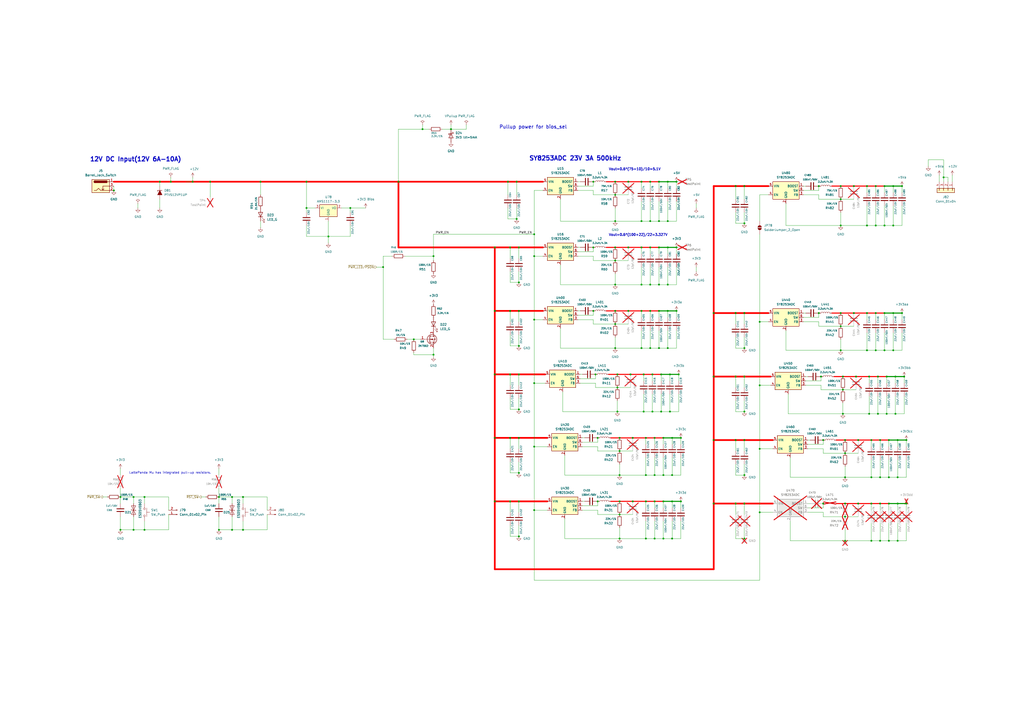
<source format=kicad_sch>
(kicad_sch (version 20231120) (generator "eeschema") (generator_version "8.0")
  (paper "A2")
  (title_block (title "nvme Carrier for LattePanda Mu") (date "2024-07-13") (rev "V1.0"))
  (junction (at 510.54 292.1))
  (junction (at 359.41 312.42))
  (junction (at 524.51 218.44))
  (junction (at 490.22 255.27))
  (junction (at 389.89 312.42))
  (junction (at 384.81 290.83))
  (junction (at 518.16 181.61))
  (junction (at 431.8 218.44))
  (junction (at 497.84 292.1))
  (junction (at 83.82 307.34))
  (junction (at 474.98 181.61))
  (junction (at 251.46 205.74))
  (junction (at 490.22 276.86))
  (junction (at 426.72 218.44))
  (junction (at 383.54 217.17))
  (junction (at 356.87 187.96))
  (junction (at 372.11 165.1))
  (junction (at 487.68 115.57))
  (junction (at 99.06 105.41))
  (junction (at 190.5 137.16))
  (junction (at 394.97 254))
  (junction (at 356.87 201.93))
  (junction (at 515.62 255.27))
  (junction (at 134.62 288.29))
  (junction (at 287.02 254))
  (junction (at 365.76 217.17))
  (junction (at 515.62 292.1))
  (junction (at 151.13 105.41))
  (junction (at 377.19 105.41))
  (junction (at 387.35 143.51))
  (junction (at 359.41 261.62))
  (junction (at 431.8 292.1))
  (junction (at 495.3 107.95))
  (junction (at 140.97 307.34))
  (junction (at 300.99 180.34))
  (junction (at 513.08 181.61))
  (junction (at 356.87 180.34))
  (junction (at 477.52 292.1))
  (junction (at 300.99 200.66))
  (junction (at 477.52 255.27))
  (junction (at 358.14 238.76))
  (junction (at 364.49 143.51))
  (junction (at 520.7 292.1))
  (junction (at 359.41 254))
  (junction (at 520.7 313.69))
  (junction (at 300.99 311.15))
  (junction (at 372.11 180.34))
  (junction (at 77.47 288.29))
  (junction (at 356.87 113.03))
  (junction (at 431.8 201.93))
  (junction (at 505.46 292.1))
  (junction (at 387.35 128.27))
  (junction (at 488.95 218.44))
  (junction (at 508 107.95))
  (junction (at 414.02 255.27))
  (junction (at 387.35 105.41))
  (junction (at 502.92 107.95))
  (junction (at 431.8 129.54))
  (junction (at 414.02 292.1))
  (junction (at 509.27 218.44))
  (junction (at 69.85 307.34))
  (junction (at 431.8 312.42))
  (junction (at 510.54 255.27))
  (junction (at 364.49 105.41))
  (junction (at 547.37 102.87))
  (junction (at 504.19 218.44))
  (junction (at 245.11 74.93))
  (junction (at 346.71 290.83))
  (junction (at 356.87 165.1))
  (junction (at 513.08 130.81))
  (junction (at 518.16 203.2))
  (junction (at 394.97 290.83))
  (junction (at 414.02 218.44))
  (junction (at 287.02 180.34))
  (junction (at 518.16 130.81))
  (junction (at 525.78 292.1))
  (junction (at 513.08 203.2))
  (junction (at 476.25 218.44))
  (junction (at 240.03 196.85))
  (junction (at 382.27 165.1))
  (junction (at 300.99 290.83))
  (junction (at 300.99 217.17))
  (junction (at 440.69 260.35))
  (junction (at 502.92 130.81))
  (junction (at 300.99 254))
  (junction (at 387.35 201.93))
  (junction (at 373.38 217.17))
  (junction (at 364.49 180.34))
  (junction (at 392.43 143.51))
  (junction (at 490.22 262.89))
  (junction (at 299.72 127))
  (junction (at 440.69 223.52))
  (junction (at 414.02 181.61))
  (junction (at 372.11 143.51))
  (junction (at 372.11 201.93))
  (junction (at 431.8 255.27))
  (junction (at 510.54 276.86))
  (junction (at 344.17 143.51))
  (junction (at 379.73 290.83))
  (junction (at 359.41 298.45))
  (junction (at 508 203.2))
  (junction (at 251.46 148.59))
  (junction (at 373.38 238.76))
  (junction (at 378.46 238.76))
  (junction (at 505.46 276.86))
  (junction (at 474.98 107.95))
  (junction (at 487.68 130.81))
  (junction (at 177.8 105.41))
  (junction (at 83.82 288.29))
  (junction (at 426.72 181.61))
  (junction (at 294.64 105.41))
  (junction (at 367.03 254))
  (junction (at 382.27 105.41))
  (junction (at 382.27 180.34))
  (junction (at 497.84 255.27))
  (junction (at 359.41 275.59))
  (junction (at 300.99 143.51))
  (junction (at 520.7 276.86))
  (junction (at 356.87 151.13))
  (junction (at 203.2 120.65))
  (junction (at 490.22 299.72))
  (junction (at 346.71 254))
  (junction (at 514.35 240.03))
  (junction (at 77.47 307.34))
  (junction (at 393.7 217.17))
  (junction (at 515.62 276.86))
  (junction (at 295.91 254))
  (junction (at 523.24 181.61))
  (junction (at 440.69 297.18))
  (junction (at 509.27 240.03))
  (junction (at 513.08 107.95))
  (junction (at 358.14 224.79))
  (junction (at 520.7 255.27))
  (junction (at 505.46 313.69))
  (junction (at 514.35 218.44))
  (junction (at 111.76 105.41))
  (junction (at 377.19 128.27))
  (junction (at 309.88 148.59))
  (junction (at 140.97 288.29))
  (junction (at 518.16 107.95))
  (junction (at 488.95 240.03))
  (junction (at 374.65 312.42))
  (junction (at 300.99 237.49))
  (junction (at 69.85 288.29))
  (junction (at 508 130.81))
  (junction (at 382.27 128.27))
  (junction (at 309.88 185.42))
  (junction (at 384.81 254))
  (junction (at 487.68 107.95))
  (junction (at 295.91 143.51))
  (junction (at 287.02 290.83))
  (junction (at 515.62 313.69))
  (junction (at 383.54 238.76))
  (junction (at 367.03 290.83))
  (junction (at 92.71 105.41))
  (junction (at 519.43 240.03))
  (junction (at 382.27 143.51))
  (junction (at 309.88 135.89))
  (junction (at 299.72 105.41))
  (junction (at 300.99 274.32))
  (junction (at 388.62 238.76))
  (junction (at 127 307.34))
  (junction (at 431.8 275.59))
  (junction (at 344.17 180.34))
  (junction (at 387.35 180.34))
  (junction (at 384.81 275.59))
  (junction (at 374.65 290.83))
  (junction (at 309.88 222.25))
  (junction (at 66.04 110.49))
  (junction (at 382.27 201.93))
  (junction (at 309.88 259.08))
  (junction (at 392.43 180.34))
  (junction (at 389.89 275.59))
  (junction (at 508 181.61))
  (junction (at 388.62 217.17))
  (junction (at 379.73 312.42))
  (junction (at 389.89 290.83))
  (junction (at 372.11 105.41))
  (junction (at 231.14 105.41))
  (junction (at 487.68 189.23))
  (junction (at 177.8 120.65))
  (junction (at 426.72 255.27))
  (junction (at 295.91 180.34))
  (junction (at 431.8 181.61))
  (junction (at 384.81 312.42))
  (junction (at 426.72 292.1))
  (junction (at 356.87 143.51))
  (junction (at 295.91 217.17))
  (junction (at 519.43 218.44))
  (junction (at 344.17 105.41))
  (junction (at 345.44 217.17))
  (junction (at 261.62 74.93))
  (junction (at 295.91 290.83))
  (junction (at 287.02 217.17))
  (junction (at 379.73 275.59))
  (junction (at 377.19 201.93))
  (junction (at 488.95 226.06))
  (junction (at 359.41 290.83))
  (junction (at 287.02 143.51))
  (junction (at 372.11 128.27))
  (junction (at 496.57 218.44))
  (junction (at 392.43 105.41))
  (junction (at 134.62 307.34))
  (junction (at 379.73 254))
  (junction (at 490.22 313.69))
  (junction (at 504.19 240.03))
  (junction (at 440.69 186.69))
  (junction (at 510.54 313.69))
  (junction (at 377.19 165.1))
  (junction (at 431.8 238.76))
  (junction (at 374.65 275.59))
  (junction (at 309.88 295.91))
  (junction (at 127 288.29))
  (junction (at 426.72 107.95))
  (junction (at 222.25 154.94))
  (junction (at 377.19 143.51))
  (junction (at 431.8 107.95))
  (junction (at 505.46 255.27))
  (junction (at 121.92 105.41))
  (junction (at 525.78 255.27))
  (junction (at 495.3 181.61))
  (junction (at 377.19 180.34))
  (junction (at 300.99 163.83))
  (junction (at 523.24 107.95))
  (junction (at 487.68 181.61))
  (junction (at 356.87 128.27))
  (junction (at 389.89 254))
  (junction (at 387.35 165.1))
  (junction (at 356.87 105.41))
  (junction (at 374.65 254))
  (junction (at 490.22 292.1))
  (junction (at 358.14 217.17))
  (junction (at 487.68 203.2))
  (junction (at 378.46 217.17))
  (junction (at 502.92 203.2))
  (junction (at 502.92 181.61))
  (wire (pts (xy 387.35 184.15) (xy 387.35 180.34)))
  (wire (pts (xy 392.43 128.27) (xy 387.35 128.27)))
  (wire (pts (xy 346.71 293.37) (xy 346.71 290.83)))
  (wire (pts (xy 519.43 218.44) (xy 514.35 218.44)))
  (wire (pts (xy 97.79 288.29) (xy 83.82 288.29)))
  (wire (pts (xy 431.8 238.76) (xy 431.8 232.41)))
  (wire (pts (xy 77.47 288.29) (xy 69.85 288.29)))
  (wire (pts (xy 358.14 232.41) (xy 358.14 238.76)))
  (wire (pts (xy 383.54 228.6) (xy 383.54 238.76)))
  (wire (pts (xy 476.25 223.52) (xy 476.25 226.06)))
  (wire (pts (xy 218.44 154.94) (xy 222.25 154.94)))
  (wire (pts (xy 513.08 119.38) (xy 513.08 130.81)))
  (wire (pts (xy 403.86 154.94) (xy 403.86 157.48)))
  (wire (pts (xy 477.52 294.64) (xy 477.52 292.1)))
  (wire (pts (xy 251.46 205.74) (xy 251.46 207.01)))
  (wire (pts (xy 384.81 294.64) (xy 384.81 290.83)))
  (wire (pts (xy 111.76 102.87) (xy 111.76 105.41)))
  (wire (pts (xy 111.76 105.41) (xy 121.92 105.41)) (stroke (width 1) (color 255 0 0 1)))
  (wire (pts (xy 518.16 181.61) (xy 513.08 181.61)) (stroke (width 0.6)))
  (wire (pts (xy 295.91 163.83) (xy 295.91 157.48)))
  (wire (pts (xy 389.89 312.42) (xy 384.81 312.42)))
  (wire (pts (xy 378.46 217.17) (xy 378.46 220.98)))
  (wire (pts (xy 426.72 238.76) (xy 431.8 238.76)))
  (wire (pts (xy 426.72 275.59) (xy 431.8 275.59)))
  (wire (pts (xy 245.11 74.93) (xy 248.92 74.93)))
  (wire (pts (xy 351.79 180.34) (xy 356.87 180.34)) (stroke (width 0.6) (color 255 0 0 1)))
  (wire (pts (xy 490.22 276.86) (xy 505.46 276.86)))
  (wire (pts (xy 356.87 143.51) (xy 364.49 143.51)) (stroke (width 0.6) (color 255 0 0 1)))
  (wire (pts (xy 519.43 240.03) (xy 514.35 240.03)))
  (wire (pts (xy 359.41 269.24) (xy 359.41 275.59)))
  (wire (pts (xy 482.6 107.95) (xy 487.68 107.95)) (stroke (width 0.6) (color 255 0 0 1)))
  (wire (pts (xy 394.97 265.43) (xy 394.97 275.59)))
  (wire (pts (xy 426.72 312.42) (xy 431.8 312.42)))
  (wire (pts (xy 510.54 303.53) (xy 510.54 313.69)))
  (wire (pts (xy 356.87 158.75) (xy 356.87 165.1)))
  (wire (pts (xy 300.99 163.83) (xy 300.99 157.48)))
  (wire (pts (xy 393.7 220.98) (xy 393.7 217.17)))
  (wire (pts (xy 203.2 123.19) (xy 203.2 120.65)))
  (wire (pts (xy 426.72 298.45) (xy 426.72 292.1)))
  (wire (pts (xy 373.38 217.17) (xy 373.38 220.98)))
  (wire (pts (xy 356.87 128.27) (xy 372.11 128.27)))
  (wire (pts (xy 295.91 217.17) (xy 300.99 217.17)) (stroke (width 1) (color 255 0 0 1)))
  (wire (pts (xy 287.02 180.34) (xy 295.91 180.34)) (stroke (width 1) (color 255 0 0 1)))
  (wire (pts (xy 477.52 299.72) (xy 490.22 299.72)))
  (wire (pts (xy 426.72 201.93) (xy 426.72 195.58)))
  (wire (pts (xy 431.8 275.59) (xy 431.8 269.24)))
  (wire (pts (xy 518.16 107.95) (xy 513.08 107.95)))
  (wire (pts (xy 431.8 201.93) (xy 431.8 195.58)))
  (wire (pts (xy 99.06 105.41) (xy 111.76 105.41)) (stroke (width 1) (color 255 0 0 1)))
  (wire (pts (xy 256.54 74.93) (xy 261.62 74.93)))
  (wire (pts (xy 523.24 181.61) (xy 518.16 181.61)) (stroke (width 0.6)))
  (wire (pts (xy 488.95 233.68) (xy 488.95 240.03)))
  (wire (pts (xy 151.13 105.41) (xy 177.8 105.41)) (stroke (width 1) (color 255 0 0 1)))
  (wire (pts (xy 440.69 297.18) (xy 440.69 336.55)))
  (wire (pts (xy 294.64 105.41) (xy 299.72 105.41)) (stroke (width 1) (color 255 0 0 1)))
  (wire (pts (xy 300.99 217.17) (xy 316.23 217.17)) (stroke (width 1) (color 255 0 0 1)))
  (wire (pts (xy 287.02 217.17) (xy 295.91 217.17)) (stroke (width 1) (color 255 0 0 1)))
  (wire (pts (xy 325.12 165.1) (xy 356.87 165.1)))
  (wire (pts (xy 455.93 191.77) (xy 455.93 203.2)))
  (wire (pts (xy 466.09 107.95) (xy 467.36 107.95)))
  (wire (pts (xy 203.2 120.65) (xy 212.09 120.65)))
  (wire (pts (xy 392.43 154.94) (xy 392.43 165.1)))
  (wire (pts (xy 487.68 196.85) (xy 487.68 203.2)))
  (wire (pts (xy 508 181.61) (xy 502.92 181.61)) (stroke (width 0.6) (color 255 0 0 1)))
  (wire (pts (xy 426.72 292.1) (xy 431.8 292.1)) (stroke (width 1) (color 255 0 0 1)))
  (wire (pts (xy 440.69 135.89) (xy 440.69 186.69)))
  (wire (pts (xy 431.8 123.19) (xy 431.8 129.54)))
  (wire (pts (xy 518.16 111.76) (xy 518.16 107.95)))
  (wire (pts (xy 240.03 196.85) (xy 243.84 196.85)))
  (wire (pts (xy 382.27 143.51) (xy 377.19 143.51)) (stroke (width 0.6) (color 255 0 0 1)))
  (wire (pts (xy 356.87 195.58) (xy 356.87 201.93)))
  (wire (pts (xy 393.7 228.6) (xy 393.7 238.76)))
  (wire (pts (xy 389.89 294.64) (xy 389.89 290.83)))
  (wire (pts (xy 337.82 254) (xy 339.09 254)))
  (wire (pts (xy 474.98 115.57) (xy 487.68 115.57)))
  (wire (pts (xy 222.25 154.94) (xy 222.25 196.85)))
  (wire (pts (xy 426.72 201.93) (xy 431.8 201.93)))
  (wire (pts (xy 251.46 135.89) (xy 309.88 135.89)))
  (wire (pts (xy 394.97 312.42) (xy 389.89 312.42)))
  (wire (pts (xy 394.97 290.83) (xy 389.89 290.83)) (stroke (width 0.6)))
  (wire (pts (xy 482.6 181.61) (xy 487.68 181.61)) (stroke (width 0.6) (color 255 0 0 1)))
  (wire (pts (xy 431.8 107.95) (xy 445.77 107.95)) (stroke (width 1) (color 255 0 0 1)))
  (wire (pts (xy 374.65 290.83) (xy 367.03 290.83)) (stroke (width 0.6) (color 255 0 0 1)))
  (wire (pts (xy 359.41 290.83) (xy 367.03 290.83)) (stroke (width 0.6) (color 255 0 0 1)))
  (wire (pts (xy 538.48 92.71) (xy 547.37 92.71)))
  (wire (pts (xy 515.62 276.86) (xy 510.54 276.86)))
  (wire (pts (xy 502.92 130.81) (xy 508 130.81)))
  (wire (pts (xy 356.87 105.41) (xy 364.49 105.41)) (stroke (width 0.6) (color 255 0 0 1)))
  (wire (pts (xy 525.78 255.27) (xy 520.7 255.27)) (stroke (width 0.6)))
  (wire (pts (xy 327.66 275.59) (xy 359.41 275.59)))
  (wire (pts (xy 356.87 187.96) (xy 364.49 187.96)))
  (wire (pts (xy 379.73 290.83) (xy 374.65 290.83)) (stroke (width 0.6) (color 255 0 0 1)))
  (wire (pts (xy 326.39 227.33) (xy 326.39 238.76)))
  (wire (pts (xy 547.37 92.71) (xy 547.37 102.87)))
  (wire (pts (xy 426.72 181.61) (xy 431.8 181.61)) (stroke (width 1) (color 255 0 0 1)))
  (wire (pts (xy 477.52 262.89) (xy 490.22 262.89)))
  (wire (pts (xy 356.87 113.03) (xy 364.49 113.03)))
  (wire (pts (xy 431.8 312.42) (xy 431.8 306.07)))
  (wire (pts (xy 140.97 292.1) (xy 140.97 288.29)))
  (wire (pts (xy 325.12 128.27) (xy 356.87 128.27)))
  (wire (pts (xy 222.25 148.59) (xy 227.33 148.59)))
  (wire (pts (xy 154.94 295.91) (xy 154.94 288.29)))
  (wire (pts (xy 488.95 218.44) (xy 496.57 218.44)) (stroke (width 0.6) (color 255 0 0 1)))
  (wire (pts (xy 127 299.72) (xy 127 307.34)))
  (wire (pts (xy 431.8 292.1) (xy 448.31 292.1)) (stroke (width 1) (color 255 0 0 1)))
  (wire (pts (xy 394.97 254) (xy 389.89 254)))
  (wire (pts (xy 509.27 218.44) (xy 504.19 218.44)) (stroke (width 0.6) (color 255 0 0 1)))
  (wire (pts (xy 261.62 72.39) (xy 261.62 74.93)))
  (wire (pts (xy 392.43 165.1) (xy 387.35 165.1)))
  (wire (pts (xy 518.16 107.95) (xy 513.08 107.95)) (stroke (width 0.6)))
  (wire (pts (xy 373.38 217.17) (xy 365.76 217.17)) (stroke (width 0.6) (color 255 0 0 1)))
  (wire (pts (xy 508 193.04) (xy 508 203.2)))
  (wire (pts (xy 520.7 255.27) (xy 515.62 255.27)) (stroke (width 0.6)))
  (wire (pts (xy 514.35 240.03) (xy 509.27 240.03)))
  (wire (pts (xy 502.92 107.95) (xy 495.3 107.95)) (stroke (width 0.6) (color 255 0 0 1)))
  (wire (pts (xy 504.19 218.44) (xy 496.57 218.44)) (stroke (width 0.6) (color 255 0 0 1)))
  (wire (pts (xy 455.93 118.11) (xy 455.93 130.81)))
  (wire (pts (xy 299.72 105.41) (xy 314.96 105.41)) (stroke (width 1) (color 255 0 0 1)))
  (wire (pts (xy 356.87 120.65) (xy 356.87 128.27)))
  (wire (pts (xy 374.65 302.26) (xy 374.65 312.42)))
  (wire (pts (xy 383.54 217.17) (xy 378.46 217.17)) (stroke (width 0.6) (color 255 0 0 1)))
  (wire (pts (xy 502.92 119.38) (xy 502.92 130.81)))
  (wire (pts (xy 92.71 105.41) (xy 92.71 107.95)))
  (wire (pts (xy 485.14 292.1) (xy 490.22 292.1)) (stroke (width 0.6) (color 255 0 0 1)))
  (wire (pts (xy 510.54 255.27) (xy 510.54 259.08)))
  (wire (pts (xy 236.22 196.85) (xy 240.03 196.85)))
  (wire (pts (xy 387.35 147.32) (xy 387.35 143.51)))
  (wire (pts (xy 518.16 185.42) (xy 518.16 181.61)))
  (wire (pts (xy 387.35 105.41) (xy 382.27 105.41)) (stroke (width 0.6)))
  (wire (pts (xy 335.28 143.51) (xy 336.55 143.51)))
  (wire (pts (xy 295.91 200.66) (xy 295.91 194.31)))
  (wire (pts (xy 476.25 220.98) (xy 476.25 218.44)))
  (wire (pts (xy 525.78 303.53) (xy 525.78 313.69)))
  (wire (pts (xy 379.73 254) (xy 379.73 257.81)))
  (wire (pts (xy 300.99 200.66) (xy 300.99 194.31)))
  (wire (pts (xy 356.87 180.34) (xy 364.49 180.34)) (stroke (width 0.6) (color 255 0 0 1)))
  (wire (pts (xy 374.65 312.42) (xy 379.73 312.42)))
  (wire (pts (xy 477.52 297.18) (xy 477.52 299.72)))
  (wire (pts (xy 309.88 110.49) (xy 309.88 135.89)))
  (wire (pts (xy 234.95 148.59) (xy 251.46 148.59)))
  (wire (pts (xy 440.69 260.35) (xy 440.69 297.18)))
  (wire (pts (xy 372.11 180.34) (xy 364.49 180.34)) (stroke (width 0.6) (color 255 0 0 1)))
  (wire (pts (xy 377.19 143.51) (xy 377.19 147.32)))
  (wire (pts (xy 387.35 201.93) (xy 382.27 201.93)))
  (wire (pts (xy 190.5 128.27) (xy 190.5 137.16)))
  (wire (pts (xy 379.73 265.43) (xy 379.73 275.59)))
  (wire (pts (xy 515.62 259.08) (xy 515.62 255.27)))
  (wire (pts (xy 309.88 222.25) (xy 309.88 259.08)))
  (wire (pts (xy 295.91 200.66) (xy 300.99 200.66)))
  (wire (pts (xy 440.69 260.35) (xy 448.31 260.35)))
  (wire (pts (xy 337.82 259.08) (xy 346.71 259.08)))
  (wire (pts (xy 518.16 107.95) (xy 523.24 107.95)) (stroke (width 0.6)))
  (wire (pts (xy 287.02 143.51) (xy 295.91 143.51)) (stroke (width 1) (color 255 0 0 1)))
  (wire (pts (xy 466.09 186.69) (xy 474.98 186.69)))
  (wire (pts (xy 354.33 290.83) (xy 359.41 290.83)) (stroke (width 0.6) (color 255 0 0 1)))
  (wire (pts (xy 414.02 218.44) (xy 426.72 218.44)) (stroke (width 1) (color 255 0 0 1)))
  (wire (pts (xy 487.68 130.81) (xy 502.92 130.81)))
  (wire (pts (xy 231.14 143.51) (xy 287.02 143.51)) (stroke (width 1) (color 255 0 0 1)))
  (wire (pts (xy 372.11 180.34) (xy 372.11 184.15)))
  (wire (pts (xy 351.79 143.51) (xy 356.87 143.51)) (stroke (width 0.6) (color 255 0 0 1)))
  (wire (pts (xy 467.36 218.44) (xy 468.63 218.44)))
  (wire (pts (xy 520.7 266.7) (xy 520.7 276.86)))
  (wire (pts (xy 354.33 254) (xy 359.41 254)) (stroke (width 0.6) (color 255 0 0 1)))
  (wire (pts (xy 251.46 148.59) (xy 251.46 151.13)))
  (wire (pts (xy 337.82 295.91) (xy 346.71 295.91)))
  (wire (pts (xy 505.46 276.86) (xy 510.54 276.86)))
  (wire (pts (xy 520.7 255.27) (xy 515.62 255.27)))
  (wire (pts (xy 121.92 105.41) (xy 151.13 105.41)) (stroke (width 1) (color 255 0 0 1)))
  (wire (pts (xy 466.09 110.49) (xy 474.98 110.49)))
  (wire (pts (xy 190.5 137.16) (xy 190.5 140.97)))
  (wire (pts (xy 509.27 229.87) (xy 509.27 240.03)))
  (wire (pts (xy 431.8 261.62) (xy 431.8 255.27)))
  (wire (pts (xy 99.06 102.87) (xy 99.06 105.41)))
  (wire (pts (xy 295.91 180.34) (xy 300.99 180.34)) (stroke (width 1) (color 255 0 0 1)))
  (wire (pts (xy 378.46 228.6) (xy 378.46 238.76)))
  (wire (pts (xy 335.28 107.95) (xy 344.17 107.95)))
  (wire (pts (xy 240.03 204.47) (xy 240.03 205.74)))
  (wire (pts (xy 345.44 222.25) (xy 345.44 224.79)))
  (wire (pts (xy 523.24 119.38) (xy 523.24 130.81)))
  (wire (pts (xy 372.11 143.51) (xy 372.11 147.32)))
  (wire (pts (xy 287.02 290.83) (xy 287.02 330.2)) (stroke (width 1) (color 255 0 0 1)))
  (wire (pts (xy 69.85 271.78) (xy 69.85 275.59)))
  (wire (pts (xy 523.24 193.04) (xy 523.24 203.2)))
  (wire (pts (xy 483.87 218.44) (xy 488.95 218.44)) (stroke (width 0.6) (color 255 0 0 1)))
  (wire (pts (xy 474.98 186.69) (xy 474.98 189.23)))
  (wire (pts (xy 426.72 224.79) (xy 426.72 218.44)))
  (wire (pts (xy 372.11 116.84) (xy 372.11 128.27)))
  (wire (pts (xy 392.43 143.51) (xy 387.35 143.51)) (stroke (width 0.6)))
  (wire (pts (xy 440.69 186.69) (xy 440.69 223.52)))
  (wire (pts (xy 431.8 298.45) (xy 431.8 292.1)))
  (wire (pts (xy 515.62 295.91) (xy 515.62 292.1)))
  (wire (pts (xy 414.02 292.1) (xy 414.02 330.2)) (stroke (width 1) (color 255 0 0 1)))
  (wire (pts (xy 389.89 257.81) (xy 389.89 254)))
  (wire (pts (xy 327.66 264.16) (xy 327.66 275.59)))
  (wire (pts (xy 525.78 259.08) (xy 525.78 255.27)))
  (wire (pts (xy 477.52 257.81) (xy 477.52 255.27)))
  (wire (pts (xy 373.38 238.76) (xy 378.46 238.76)))
  (wire (pts (xy 372.11 165.1) (xy 377.19 165.1)))
  (wire (pts (xy 382.27 165.1) (xy 377.19 165.1)))
  (wire (pts (xy 344.17 187.96) (xy 356.87 187.96)))
  (wire (pts (xy 520.7 292.1) (xy 515.62 292.1)) (stroke (width 0.6)))
  (wire (pts (xy 426.72 129.54) (xy 431.8 129.54)))
  (wire (pts (xy 378.46 217.17) (xy 373.38 217.17)) (stroke (width 0.6) (color 255 0 0 1)))
  (wire (pts (xy 485.14 255.27) (xy 490.22 255.27)) (stroke (width 0.6) (color 255 0 0 1)))
  (wire (pts (xy 414.02 218.44) (xy 414.02 255.27)) (stroke (width 1) (color 255 0 0 1)))
  (wire (pts (xy 287.02 143.51) (xy 287.02 180.34)) (stroke (width 1) (color 255 0 0 1)))
  (wire (pts (xy 154.94 288.29) (xy 140.97 288.29)))
  (wire (pts (xy 83.82 307.34) (xy 77.47 307.34)))
  (wire (pts (xy 426.72 312.42) (xy 426.72 306.07)))
  (wire (pts (xy 240.03 205.74) (xy 251.46 205.74)))
  (wire (pts (xy 309.88 295.91) (xy 309.88 336.55)))
  (wire (pts (xy 344.17 148.59) (xy 344.17 151.13)))
  (wire (pts (xy 382.27 180.34) (xy 377.19 180.34)) (stroke (width 0.6) (color 255 0 0 1)))
  (wire (pts (xy 295.91 274.32) (xy 300.99 274.32)))
  (wire (pts (xy 490.22 307.34) (xy 490.22 313.69)))
  (wire (pts (xy 77.47 299.72) (xy 77.47 307.34)))
  (wire (pts (xy 403.86 118.11) (xy 403.86 120.65)))
  (wire (pts (xy 377.19 105.41) (xy 372.11 105.41)) (stroke (width 0.6) (color 255 0 0 1)))
  (wire (pts (xy 384.81 257.81) (xy 384.81 254)))
  (wire (pts (xy 344.17 185.42) (xy 344.17 187.96)))
  (wire (pts (xy 309.88 259.08) (xy 317.5 259.08)))
  (wire (pts (xy 384.81 302.26) (xy 384.81 312.42)))
  (wire (pts (xy 490.22 292.1) (xy 497.84 292.1)) (stroke (width 0.6) (color 255 0 0 1)))
  (wire (pts (xy 394.97 257.81) (xy 394.97 254)))
  (wire (pts (xy 389.89 275.59) (xy 384.81 275.59)))
  (wire (pts (xy 337.82 256.54) (xy 346.71 256.54)))
  (wire (pts (xy 231.14 105.41) (xy 294.64 105.41)) (stroke (width 1) (color 255 0 0 1)))
  (wire (pts (xy 431.8 115.57) (xy 431.8 107.95)))
  (wire (pts (xy 387.35 128.27) (xy 382.27 128.27)))
  (wire (pts (xy 458.47 313.69) (xy 490.22 313.69)))
  (wire (pts (xy 518.16 130.81) (xy 513.08 130.81)))
  (wire (pts (xy 351.79 105.41) (xy 356.87 105.41)) (stroke (width 0.6) (color 255 0 0 1)))
  (wire (pts (xy 515.62 313.69) (xy 510.54 313.69)))
  (wire (pts (xy 389.89 254) (xy 384.81 254)) (stroke (width 0.6)))
  (wire (pts (xy 140.97 288.29) (xy 134.62 288.29)))
  (wire (pts (xy 387.35 143.51) (xy 382.27 143.51)) (stroke (width 0.6)))
  (wire (pts (xy 468.63 260.35) (xy 477.52 260.35)))
  (wire (pts (xy 345.44 219.71) (xy 345.44 217.17)))
  (wire (pts (xy 487.68 115.57) (xy 495.3 115.57)))
  (wire (pts (xy 520.7 259.08) (xy 520.7 255.27)))
  (wire (pts (xy 374.65 254) (xy 367.03 254)) (stroke (width 0.6) (color 255 0 0 1)))
  (wire (pts (xy 474.98 113.03) (xy 474.98 115.57)))
  (wire (pts (xy 468.63 297.18) (xy 477.52 297.18)))
  (wire (pts (xy 295.91 297.18) (xy 295.91 290.83)))
  (wire (pts (xy 389.89 254) (xy 384.81 254)))
  (wire (pts (xy 513.08 193.04) (xy 513.08 203.2)))
  (wire (pts (xy 392.43 147.32) (xy 392.43 143.51)))
  (wire (pts (xy 294.64 120.65) (xy 294.64 127)))
  (wire (pts (xy 387.35 180.34) (xy 382.27 180.34)) (stroke (width 0.6)))
  (wire (pts (xy 520.7 292.1) (xy 515.62 292.1)))
  (wire (pts (xy 83.82 292.1) (xy 83.82 288.29)))
  (wire (pts (xy 414.02 255.27) (xy 414.02 292.1)) (stroke (width 1) (color 255 0 0 1)))
  (wire (pts (xy 377.19 105.41) (xy 377.19 109.22)))
  (wire (pts (xy 335.28 148.59) (xy 344.17 148.59)))
  (wire (pts (xy 426.72 218.44) (xy 431.8 218.44)) (stroke (width 1) (color 255 0 0 1)))
  (wire (pts (xy 295.91 260.35) (xy 295.91 254)))
  (wire (pts (xy 388.62 238.76) (xy 383.54 238.76)))
  (wire (pts (xy 377.19 180.34) (xy 377.19 184.15)))
  (wire (pts (xy 490.22 270.51) (xy 490.22 276.86)))
  (wire (pts (xy 474.98 110.49) (xy 474.98 107.95)))
  (wire (pts (xy 502.92 181.61) (xy 495.3 181.61)) (stroke (width 0.6) (color 255 0 0 1)))
  (wire (pts (xy 457.2 228.6) (xy 457.2 240.03)))
  (wire (pts (xy 523.24 185.42) (xy 523.24 181.61)))
  (wire (pts (xy 177.8 130.81) (xy 177.8 137.16)))
  (wire (pts (xy 327.66 300.99) (xy 327.66 312.42)))
  (wire (pts (xy 504.19 229.87) (xy 504.19 240.03)))
  (wire (pts (xy 505.46 313.69) (xy 510.54 313.69)))
  (wire (pts (xy 393.7 217.17) (xy 388.62 217.17)) (stroke (width 0.6)))
  (wire (pts (xy 134.62 288.29) (xy 127 288.29)))
  (wire (pts (xy 510.54 266.7) (xy 510.54 276.86)))
  (wire (pts (xy 222.25 196.85) (xy 228.6 196.85)))
  (wire (pts (xy 508 107.95) (xy 502.92 107.95)) (stroke (width 0.6) (color 255 0 0 1)))
  (wire (pts (xy 336.55 219.71) (xy 345.44 219.71)))
  (wire (pts (xy 372.11 105.41) (xy 372.11 109.22)))
  (wire (pts (xy 300.99 186.69) (xy 300.99 180.34)))
  (wire (pts (xy 426.72 107.95) (xy 431.8 107.95)) (stroke (width 1) (color 255 0 0 1)))
  (wire (pts (xy 488.95 240.03) (xy 504.19 240.03)))
  (wire (pts (xy 344.17 182.88) (xy 344.17 180.34)))
  (wire (pts (xy 426.72 187.96) (xy 426.72 181.61)))
  (wire (pts (xy 379.73 254) (xy 374.65 254)) (stroke (width 0.6) (color 255 0 0 1)))
  (wire (pts (xy 431.8 187.96) (xy 431.8 181.61)))
  (wire (pts (xy 523.24 181.61) (xy 518.16 181.61)))
  (wire (pts (xy 300.99 149.86) (xy 300.99 143.51)))
  (wire (pts (xy 513.08 107.95) (xy 508 107.95)) (stroke (width 0.6) (color 255 0 0 1)))
  (wire (pts (xy 513.08 185.42) (xy 513.08 181.61)))
  (wire (pts (xy 344.17 110.49) (xy 344.17 113.03)))
  (wire (pts (xy 524.51 218.44) (xy 519.43 218.44)) (stroke (width 0.6)))
  (wire (pts (xy 177.8 120.65) (xy 177.8 105.41)))
  (wire (pts (xy 426.72 238.76) (xy 426.72 232.41)))
  (wire (pts (xy 387.35 165.1) (xy 382.27 165.1)))
  (wire (pts (xy 487.68 107.95) (xy 495.3 107.95)) (stroke (width 0.6) (color 255 0 0 1)))
  (wire (pts (xy 359.41 298.45) (xy 367.03 298.45)))
  (wire (pts (xy 426.72 123.19) (xy 426.72 129.54)))
  (wire (pts (xy 508 107.95) (xy 508 111.76)))
  (wire (pts (xy 549.91 105.41) (xy 549.91 102.87)))
  (wire (pts (xy 392.43 143.51) (xy 387.35 143.51)))
  (wire (pts (xy 394.97 290.83) (xy 389.89 290.83)))
  (wire (pts (xy 515.62 255.27) (xy 510.54 255.27)) (stroke (width 0.6) (color 255 0 0 1)))
  (wire (pts (xy 295.91 237.49) (xy 295.91 231.14)))
  (wire (pts (xy 474.98 189.23) (xy 487.68 189.23)))
  (wire (pts (xy 519.43 222.25) (xy 519.43 218.44)))
  (wire (pts (xy 222.25 148.59) (xy 222.25 154.94)))
  (wire (pts (xy 394.97 275.59) (xy 389.89 275.59)))
  (wire (pts (xy 520.7 313.69) (xy 515.62 313.69)))
  (wire (pts (xy 505.46 266.7) (xy 505.46 276.86)))
  (wire (pts (xy 505.46 255.27) (xy 497.84 255.27)) (stroke (width 0.6) (color 255 0 0 1)))
  (wire (pts (xy 309.88 110.49) (xy 314.96 110.49)))
  (wire (pts (xy 287.02 330.2) (xy 414.02 330.2)) (stroke (width 1) (color 255 0 0 1)))
  (wire (pts (xy 245.11 72.39) (xy 245.11 74.93)))
  (wire (pts (xy 487.68 123.19) (xy 487.68 130.81)))
  (wire (pts (xy 359.41 306.07) (xy 359.41 312.42)))
  (wire (pts (xy 547.37 102.87) (xy 547.37 105.41)))
  (wire (pts (xy 372.11 201.93) (xy 377.19 201.93)))
  (wire (pts (xy 447.04 223.52) (xy 440.69 223.52)))
  (wire (pts (xy 455.93 130.81) (xy 487.68 130.81)))
  (wire (pts (xy 510.54 292.1) (xy 510.54 295.91)))
  (wire (pts (xy 520.7 303.53) (xy 520.7 313.69)))
  (wire (pts (xy 487.68 203.2) (xy 502.92 203.2)))
  (wire (pts (xy 514.35 222.25) (xy 514.35 218.44)))
  (wire (pts (xy 414.02 255.27) (xy 426.72 255.27)) (stroke (width 1) (color 255 0 0 1)))
  (wire (pts (xy 270.51 72.39) (xy 270.51 74.93)))
  (wire (pts (xy 487.68 181.61) (xy 495.3 181.61)) (stroke (width 0.6) (color 255 0 0 1)))
  (wire (pts (xy 382.27 154.94) (xy 382.27 165.1)))
  (wire (pts (xy 389.89 265.43) (xy 389.89 275.59)))
  (wire (pts (xy 384.81 275.59) (xy 379.73 275.59)))
  (wire (pts (xy 97.79 295.91) (xy 97.79 288.29)))
  (wire (pts (xy 392.43 180.34) (xy 387.35 180.34)))
  (wire (pts (xy 518.16 119.38) (xy 518.16 130.81)))
  (wire (pts (xy 518.16 181.61) (xy 513.08 181.61)))
  (wire (pts (xy 392.43 201.93) (xy 387.35 201.93)))
  (wire (pts (xy 466.09 184.15) (xy 474.98 184.15)))
  (wire (pts (xy 346.71 295.91) (xy 346.71 298.45)))
  (wire (pts (xy 335.28 110.49) (xy 344.17 110.49)))
  (wire (pts (xy 525.78 255.27) (xy 520.7 255.27)))
  (wire (pts (xy 356.87 151.13) (xy 364.49 151.13)))
  (wire (pts (xy 379.73 290.83) (xy 379.73 294.64)))
  (wire (pts (xy 251.46 201.93) (xy 251.46 205.74)))
  (wire (pts (xy 476.25 226.06) (xy 488.95 226.06)))
  (wire (pts (xy 525.78 292.1) (xy 520.7 292.1)))
  (wire (pts (xy 382.27 109.22) (xy 382.27 105.41)))
  (wire (pts (xy 83.82 288.29) (xy 77.47 288.29)))
  (wire (pts (xy 295.91 223.52) (xy 295.91 217.17)))
  (wire (pts (xy 392.43 184.15) (xy 392.43 180.34)))
  (wire (pts (xy 377.19 143.51) (xy 372.11 143.51)) (stroke (width 0.6) (color 255 0 0 1)))
  (wire (pts (xy 525.78 313.69) (xy 520.7 313.69)))
  (wire (pts (xy 513.08 111.76) (xy 513.08 107.95)))
  (wire (pts (xy 523.24 111.76) (xy 523.24 107.95)))
  (wire (pts (xy 502.92 181.61) (xy 502.92 185.42)))
  (wire (pts (xy 373.38 228.6) (xy 373.38 238.76)))
  (wire (pts (xy 151.13 128.27) (xy 151.13 132.08)))
  (wire (pts (xy 389.89 290.83) (xy 384.81 290.83)))
  (wire (pts (xy 468.63 292.1) (xy 469.9 292.1)))
  (wire (pts (xy 346.71 298.45) (xy 359.41 298.45)))
  (wire (pts (xy 518.16 203.2) (xy 513.08 203.2)))
  (wire (pts (xy 431.8 181.61) (xy 445.77 181.61)) (stroke (width 1) (color 255 0 0 1)))
  (wire (pts (xy 524.51 240.03) (xy 519.43 240.03)))
  (wire (pts (xy 468.63 255.27) (xy 469.9 255.27)))
  (wire (pts (xy 154.94 307.34) (xy 140.97 307.34)))
  (wire (pts (xy 384.81 312.42) (xy 379.73 312.42)))
  (wire (pts (xy 372.11 191.77) (xy 372.11 201.93)))
  (wire (pts (xy 514.35 218.44) (xy 509.27 218.44)) (stroke (width 0.6) (color 255 0 0 1)))
  (wire (pts (xy 510.54 255.27) (xy 505.46 255.27)) (stroke (width 0.6) (color 255 0 0 1)))
  (wire (pts (xy 203.2 137.16) (xy 190.5 137.16)))
  (wire (pts (xy 309.88 148.59) (xy 309.88 185.42)))
  (wire (pts (xy 92.71 105.41) (xy 99.06 105.41)) (stroke (width 1) (color 255 0 0 1)))
  (wire (pts (xy 287.02 180.34) (xy 287.02 217.17)) (stroke (width 1) (color 255 0 0 1)))
  (wire (pts (xy 344.17 151.13) (xy 356.87 151.13)))
  (wire (pts (xy 458.47 276.86) (xy 490.22 276.86)))
  (wire (pts (xy 387.35 191.77) (xy 387.35 201.93)))
  (wire (pts (xy 92.71 120.65) (xy 92.71 115.57)))
  (wire (pts (xy 316.23 222.25) (xy 309.88 222.25)))
  (wire (pts (xy 394.97 302.26) (xy 394.97 312.42)))
  (wire (pts (xy 299.72 120.65) (xy 299.72 127)))
  (wire (pts (xy 426.72 275.59) (xy 426.72 269.24)))
  (wire (pts (xy 335.28 180.34) (xy 336.55 180.34)))
  (wire (pts (xy 387.35 109.22) (xy 387.35 105.41)))
  (wire (pts (xy 300.99 237.49) (xy 300.99 231.14)))
  (wire (pts (xy 502.92 193.04) (xy 502.92 203.2)))
  (wire (pts (xy 466.09 181.61) (xy 467.36 181.61)))
  (wire (pts (xy 414.02 181.61) (xy 426.72 181.61)) (stroke (width 1) (color 255 0 0 1)))
  (wire (pts (xy 251.46 135.89) (xy 251.46 148.59)))
  (wire (pts (xy 335.28 146.05) (xy 344.17 146.05)))
  (wire (pts (xy 69.85 288.29) (xy 69.85 292.1)))
  (wire (pts (xy 382.27 184.15) (xy 382.27 180.34)))
  (wire (pts (xy 182.88 120.65) (xy 177.8 120.65)))
  (wire (pts (xy 382.27 191.77) (xy 382.27 201.93)))
  (wire (pts (xy 508 181.61) (xy 508 185.42)))
  (wire (pts (xy 515.62 303.53) (xy 515.62 313.69)))
  (wire (pts (xy 392.43 105.41) (xy 387.35 105.41)))
  (wire (pts (xy 300.99 223.52) (xy 300.99 217.17)))
  (wire (pts (xy 426.72 115.57) (xy 426.72 107.95)))
  (wire (pts (xy 336.55 217.17) (xy 337.82 217.17)))
  (wire (pts (xy 344.17 146.05) (xy 344.17 143.51)))
  (wire (pts (xy 510.54 292.1) (xy 505.46 292.1)) (stroke (width 0.6) (color 255 0 0 1)))
  (wire (pts (xy 505.46 292.1) (xy 505.46 295.91)))
  (wire (pts (xy 389.89 302.26) (xy 389.89 312.42)))
  (wire (pts (xy 344.17 107.95) (xy 344.17 105.41)))
  (wire (pts (xy 177.8 123.19) (xy 177.8 120.65)))
  (wire (pts (xy 83.82 302.26) (xy 83.82 307.34)))
  (wire (pts (xy 414.02 181.61) (xy 414.02 218.44)) (stroke (width 1) (color 255 0 0 1)))
  (wire (pts (xy 392.43 109.22) (xy 392.43 105.41)))
  (wire (pts (xy 97.79 298.45) (xy 97.79 307.34)))
  (wire (pts (xy 387.35 180.34) (xy 382.27 180.34)))
  (wire (pts (xy 393.7 238.76) (xy 388.62 238.76)))
  (wire (pts (xy 294.64 113.03) (xy 294.64 105.41)))
  (wire (pts (xy 414.02 181.61) (xy 414.02 107.95)) (stroke (width 1) (color 255 0 0 1)))
  (wire (pts (xy 325.12 115.57) (xy 325.12 128.27)))
  (wire (pts (xy 525.78 292.1) (xy 520.7 292.1)) (stroke (width 0.6)))
  (wire (pts (xy 504.19 240.03) (xy 509.27 240.03)))
  (wire (pts (xy 544.83 101.6) (xy 544.83 105.41)))
  (wire (pts (xy 394.97 254) (xy 389.89 254)) (stroke (width 0.6)))
  (wire (pts (xy 359.41 275.59) (xy 374.65 275.59)))
  (wire (pts (xy 525.78 266.7) (xy 525.78 276.86)))
  (wire (pts (xy 518.16 193.04) (xy 518.16 203.2)))
  (wire (pts (xy 515.62 292.1) (xy 510.54 292.1)) (stroke (width 0.6) (color 255 0 0 1)))
  (wire (pts (xy 77.47 288.29) (xy 77.47 292.1)))
  (wire (pts (xy 287.02 217.17) (xy 287.02 254)) (stroke (width 1) (color 255 0 0 1)))
  (wire (pts (xy 300.99 254) (xy 317.5 254)) (stroke (width 1) (color 255 0 0 1)))
  (wire (pts (xy 524.51 218.44) (xy 519.43 218.44)))
  (wire (pts (xy 295.91 311.15) (xy 300.99 311.15)))
  (wire (pts (xy 231.14 74.93) (xy 245.11 74.93)))
  (wire (pts (xy 346.71 256.54) (xy 346.71 254)))
  (wire (pts (xy 127 288.29) (xy 127 292.1)))
  (wire (pts (xy 300.99 260.35) (xy 300.99 254)))
  (wire (pts (xy 314.96 185.42) (xy 309.88 185.42)))
  (wire (pts (xy 374.65 275.59) (xy 379.73 275.59)))
  (wire (pts (xy 458.47 265.43) (xy 458.47 276.86)))
  (wire (pts (xy 140.97 307.34) (xy 134.62 307.34)))
  (wire (pts (xy 387.35 143.51) (xy 382.27 143.51)))
  (wire (pts (xy 372.11 154.94) (xy 372.11 165.1)))
  (wire (pts (xy 431.8 255.27) (xy 448.31 255.27)) (stroke (width 1) (color 255 0 0 1)))
  (wire (pts (xy 377.19 154.94) (xy 377.19 165.1)))
  (wire (pts (xy 388.62 217.17) (xy 383.54 217.17)) (stroke (width 0.6)))
  (wire (pts (xy 513.08 130.81) (xy 508 130.81)))
  (wire (pts (xy 490.22 262.89) (xy 497.84 262.89)))
  (wire (pts (xy 358.14 224.79) (xy 365.76 224.79)))
  (wire (pts (xy 358.14 238.76) (xy 373.38 238.76)))
  (wire (pts (xy 523.24 130.81) (xy 518.16 130.81)))
  (wire (pts (xy 440.69 113.03) (xy 440.69 128.27)))
  (wire (pts (xy 346.71 259.08) (xy 346.71 261.62)))
  (wire (pts (xy 203.2 130.81) (xy 203.2 137.16)))
  (wire (pts (xy 345.44 224.79) (xy 358.14 224.79)))
  (wire (pts (xy 287.02 254) (xy 287.02 290.83)) (stroke (width 1) (color 255 0 0 1)))
  (wire (pts (xy 97.79 307.34) (xy 83.82 307.34)))
  (wire (pts (xy 287.02 254) (xy 295.91 254)) (stroke (width 1) (color 255 0 0 1)))
  (wire (pts (xy 392.43 116.84) (xy 392.43 128.27)))
  (wire (pts (xy 388.62 217.17) (xy 383.54 217.17)))
  (wire (pts (xy 295.91 311.15) (xy 295.91 304.8)))
  (wire (pts (xy 127 283.21) (xy 127 288.29)))
  (wire (pts (xy 383.54 238.76) (xy 378.46 238.76)))
  (wire (pts (xy 356.87 165.1) (xy 372.11 165.1)))
  (wire (pts (xy 552.45 101.6) (xy 552.45 105.41)))
  (wire (pts (xy 287.02 290.83) (xy 295.91 290.83)) (stroke (width 1) (color 255 0 0 1)))
  (wire (pts (xy 309.88 148.59) (xy 314.96 148.59)))
  (wire (pts (xy 337.82 290.83) (xy 339.09 290.83)))
  (wire (pts (xy 505.46 303.53) (xy 505.46 313.69)))
  (wire (pts (xy 509.27 218.44) (xy 509.27 222.25)))
  (wire (pts (xy 66.04 107.95) (xy 66.04 110.49)))
  (wire (pts (xy 382.27 201.93) (xy 377.19 201.93)))
  (wire (pts (xy 66.04 105.41) (xy 92.71 105.41)) (stroke (width 1) (color 255 0 0 1)))
  (wire (pts (xy 309.88 259.08) (xy 309.88 295.91)))
  (wire (pts (xy 356.87 201.93) (xy 372.11 201.93)))
  (wire (pts (xy 504.19 218.44) (xy 504.19 222.25)))
  (wire (pts (xy 502.92 107.95) (xy 502.92 111.76)))
  (wire (pts (xy 335.28 105.41) (xy 336.55 105.41)))
  (wire (pts (xy 134.62 288.29) (xy 134.62 292.1)))
  (wire (pts (xy 377.19 180.34) (xy 372.11 180.34)) (stroke (width 0.6) (color 255 0 0 1)))
  (wire (pts (xy 121.92 105.41) (xy 121.92 114.3)))
  (wire (pts (xy 295.91 143.51) (xy 300.99 143.51)) (stroke (width 1) (color 255 0 0 1)))
  (wire (pts (xy 59.69 288.29) (xy 62.23 288.29)))
  (wire (pts (xy 523.24 203.2) (xy 518.16 203.2)))
  (wire (pts (xy 382.27 147.32) (xy 382.27 143.51)))
  (wire (pts (xy 80.01 118.11) (xy 80.01 120.65)))
  (wire (pts (xy 414.02 107.95) (xy 426.72 107.95)) (stroke (width 1) (color 255 0 0 1)))
  (wire (pts (xy 69.85 283.21) (xy 69.85 288.29)))
  (wire (pts (xy 457.2 240.03) (xy 488.95 240.03)))
  (wire (pts (xy 325.12 190.5) (xy 325.12 201.93)))
  (wire (pts (xy 519.43 218.44) (xy 514.35 218.44)) (stroke (width 0.6)))
  (wire (pts (xy 394.97 294.64) (xy 394.97 290.83)))
  (wire (pts (xy 458.47 302.26) (xy 458.47 313.69)))
  (wire (pts (xy 379.73 302.26) (xy 379.73 312.42)))
  (wire (pts (xy 140.97 302.26) (xy 140.97 307.34)))
  (wire (pts (xy 151.13 113.03) (xy 151.13 105.41)))
  (wire (pts (xy 309.88 295.91) (xy 317.5 295.91)))
  (wire (pts (xy 538.48 96.52) (xy 538.48 92.71)))
  (wire (pts (xy 519.43 229.87) (xy 519.43 240.03)))
  (wire (pts (xy 134.62 307.34) (xy 127 307.34)))
  (wire (pts (xy 382.27 128.27) (xy 377.19 128.27)))
  (wire (pts (xy 490.22 255.27) (xy 497.84 255.27)) (stroke (width 0.6) (color 255 0 0 1)))
  (wire (pts (xy 383.54 220.98) (xy 383.54 217.17)))
  (wire (pts (xy 300.99 143.51) (xy 314.96 143.51)) (stroke (width 1) (color 255 0 0 1)))
  (wire (pts (xy 474.98 184.15) (xy 474.98 181.61)))
  (wire (pts (xy 514.35 229.87) (xy 514.35 240.03)))
  (wire (pts (xy 295.91 274.32) (xy 295.91 267.97)))
  (wire (pts (xy 344.17 113.03) (xy 356.87 113.03)))
  (wire (pts (xy 467.36 220.98) (xy 476.25 220.98)))
  (wire (pts (xy 488.95 226.06) (xy 496.57 226.06)))
  (wire (pts (xy 198.12 120.65) (xy 203.2 120.65)))
  (wire (pts (xy 300.99 290.83) (xy 317.5 290.83)) (stroke (width 1) (color 255 0 0 1)))
  (wire (pts (xy 468.63 294.64) (xy 477.52 294.64)))
  (wire (pts (xy 374.65 254) (xy 374.65 257.81)))
  (wire (pts (xy 440.69 297.18) (xy 448.31 297.18)))
  (wire (pts (xy 426.72 261.62) (xy 426.72 255.27)))
  (wire (pts (xy 270.51 74.93) (xy 261.62 74.93)))
  (wire (pts (xy 455.93 203.2) (xy 487.68 203.2)))
  (wire (pts (xy 325.12 201.93) (xy 356.87 201.93)))
  (wire (pts (xy 392.43 180.34) (xy 387.35 180.34)) (stroke (width 0.6)))
  (wire (pts (xy 505.46 255.27) (xy 505.46 259.08)))
  (wire (pts (xy 525.78 295.91) (xy 525.78 292.1)))
  (wire (pts (xy 467.36 223.52) (xy 476.25 223.52)))
  (wire (pts (xy 177.8 105.41) (xy 231.14 105.41)) (stroke (width 1) (color 255 0 0 1)))
  (wire (pts (xy 335.28 182.88) (xy 344.17 182.88)))
  (wire (pts (xy 508 130.81) (xy 508 119.38)))
  (wire (pts (xy 520.7 276.86) (xy 515.62 276.86)))
  (wire (pts (xy 389.89 290.83) (xy 384.81 290.83)) (stroke (width 0.6)))
  (wire (pts (xy 231.14 74.93) (xy 231.14 105.41)))
  (wire (pts (xy 387.35 154.94) (xy 387.35 165.1)))
  (wire (pts (xy 295.91 254) (xy 300.99 254)) (stroke (width 1) (color 255 0 0 1)))
  (wire (pts (xy 524.51 229.87) (xy 524.51 240.03)))
  (wire (pts (xy 295.91 237.49) (xy 300.99 237.49)))
  (wire (pts (xy 477.52 260.35) (xy 477.52 262.89)))
  (wire (pts (xy 134.62 299.72) (xy 134.62 307.34)))
  (wire (pts (xy 300.99 180.34) (xy 314.96 180.34)) (stroke (width 1) (color 255 0 0 1)))
  (wire (pts (xy 346.71 261.62) (xy 359.41 261.62)))
  (wire (pts (xy 335.28 185.42) (xy 344.17 185.42)))
  (wire (pts (xy 523.24 107.95) (xy 518.16 107.95)))
  (wire (pts (xy 377.19 128.27) (xy 377.19 116.84)))
  (wire (pts (xy 387.35 105.41) (xy 382.27 105.41)))
  (wire (pts (xy 295.91 290.83) (xy 300.99 290.83)) (stroke (width 1) (color 255 0 0 1)))
  (wire (pts (xy 327.66 312.42) (xy 359.41 312.42)))
  (wire (pts (xy 300.99 274.32) (xy 300.99 267.97)))
  (wire (pts (xy 547.37 102.87) (xy 549.91 102.87)))
  (wire (pts (xy 372.11 128.27) (xy 377.19 128.27)))
  (wire (pts (xy 440.69 186.69) (xy 445.77 186.69)))
  (wire (pts (xy 337.82 293.37) (xy 346.71 293.37)))
  (wire (pts (xy 431.8 218.44) (xy 447.04 218.44)) (stroke (width 1) (color 255 0 0 1)))
  (wire (pts (xy 299.72 113.03) (xy 299.72 105.41)))
  (wire (pts (xy 295.91 163.83) (xy 300.99 163.83)))
  (wire (pts (xy 525.78 276.86) (xy 520.7 276.86)))
  (wire (pts (xy 295.91 149.86) (xy 295.91 143.51)))
  (wire (pts (xy 387.35 116.84) (xy 387.35 128.27)))
  (wire (pts (xy 393.7 217.17) (xy 388.62 217.17)))
  (wire (pts (xy 466.09 113.03) (xy 474.98 113.03)))
  (wire (pts (xy 414.02 292.1) (xy 426.72 292.1)) (stroke (width 1) (color 255 0 0 1)))
  (wire (pts (xy 69.85 299.72) (xy 69.85 307.34)))
  (wire (pts (xy 384.81 290.83) (xy 379.73 290.83)) (stroke (width 0.6) (color 255 0 0 1)))
  (wire (pts (xy 295.91 186.69) (xy 295.91 180.34)))
  (wire (pts (xy 300.99 297.18) (xy 300.99 290.83)))
  (wire (pts (xy 382.27 105.41) (xy 377.19 105.41)) (stroke (width 0.6) (color 255 0 0 1)))
  (wire (pts (xy 358.14 217.17) (xy 365.76 217.17)) (stroke (width 0.6) (color 255 0 0 1)))
  (wire (pts (xy 490.22 299.72) (xy 497.84 299.72)))
  (wire (pts (xy 388.62 220.98) (xy 388.62 217.17)))
  (wire (pts (xy 490.22 313.69) (xy 505.46 313.69)))
  (wire (pts (xy 374.65 265.43) (xy 374.65 275.59)))
  (wire (pts (xy 520.7 295.91) (xy 520.7 292.1)))
  (wire (pts (xy 127 271.78) (xy 127 275.59)))
  (wire (pts (xy 515.62 266.7) (xy 515.62 276.86)))
  (wire (pts (xy 154.94 298.45) (xy 154.94 307.34)))
  (wire (pts (xy 377.19 191.77) (xy 377.19 201.93)))
  (wire (pts (xy 325.12 153.67) (xy 325.12 165.1)))
  (wire (pts (xy 487.68 189.23) (xy 495.3 189.23)))
  (wire (pts (xy 309.88 336.55) (xy 440.69 336.55)))
  (wire (pts (xy 309.88 135.89) (xy 309.88 148.59)))
  (wire (pts (xy 440.69 223.52) (xy 440.69 260.35)))
  (wire (pts (xy 372.11 105.41) (xy 364.49 105.41)) (stroke (width 0.6) (color 255 0 0 1)))
  (wire (pts (xy 384.81 254) (xy 379.73 254)) (stroke (width 0.6) (color 255 0 0 1)))
  (wire (pts (xy 116.84 288.29) (xy 119.38 288.29)))
  (wire (pts (xy 359.41 254) (xy 367.03 254)) (stroke (width 0.6) (color 255 0 0 1)))
  (wire (pts (xy 513.08 203.2) (xy 508 203.2)))
  (wire (pts (xy 513.08 181.61) (xy 508 181.61)) (stroke (width 0.6) (color 255 0 0 1)))
  (wire (pts (xy 309.88 185.42) (xy 309.88 222.25)))
  (wire (pts (xy 505.46 292.1) (xy 497.84 292.1)) (stroke (width 0.6) (color 255 0 0 1)))
  (wire (pts (xy 111.76 105.41) (xy 107.95 105.41)))
  (wire (pts (xy 372.11 143.51) (xy 364.49 143.51)) (stroke (width 0.6) (color 255 0 0 1)))
  (wire (pts (xy 336.55 222.25) (xy 345.44 222.25)))
  (wire (pts (xy 388.62 228.6) (xy 388.62 238.76)))
  (wire (pts (xy 384.81 265.43) (xy 384.81 275.59)))
  (wire (pts (xy 177.8 137.16) (xy 190.5 137.16)))
  (wire (pts (xy 468.63 257.81) (xy 477.52 257.81)))
  (wire (pts (xy 426.72 255.27) (xy 431.8 255.27)) (stroke (width 1) (color 255 0 0 1)))
  (wire (pts (xy 294.64 127) (xy 299.72 127)))
  (wire (pts (xy 392.43 191.77) (xy 392.43 201.93)))
  (wire (pts (xy 326.39 238.76) (xy 358.14 238.76)))
  (wire (pts (xy 359.41 261.62) (xy 367.03 261.62)))
  (wire (pts (xy 359.41 312.42) (xy 374.65 312.42)))
  (wire (pts (xy 387.35 105.41) (xy 392.43 105.41)) (stroke (width 0.6)))
  (wire (pts (xy 353.06 217.17) (xy 358.14 217.17)) (stroke (width 0.6) (color 255 0 0 1)))
  (wire (pts (xy 77.47 307.34) (xy 69.85 307.34)))
  (wire (pts (xy 524.51 222.25) (xy 524.51 218.44)))
  (wire (pts (xy 382.27 116.84) (xy 382.27 128.27)))
  (wire (pts (xy 431.8 224.79) (xy 431.8 218.44)))
  (wire (pts (xy 231.14 105.41) (xy 231.14 143.51)) (stroke (width 1) (color 255 0 0 1)))
  (wire (pts (xy 502.92 203.2) (xy 508 203.2)))
  (wire (pts (xy 300.99 311.15) (xy 300.99 304.8)))
  (wire (pts (xy 440.69 113.03) (xy 445.77 113.03)))
  (wire (pts (xy 374.65 290.83) (xy 374.65 294.64)))
  (text "SY8253ADC 23V 3A 500kHz\n" (at 306.832 93.472 0) (effects (font (size 2.54 2.54) (thickness 0.508) (bold yes)) (justify left bottom)))
  (text "LattePanda Mu has integrated pull-up resistors." (at 74.93 274.32 0) (effects (font (size 1.27 1.27)) (justify left)))
  (text "Vout=0.6*(75+10)/10=5.1V" (at 353.06 99.06 0) (effects (font (size 1.397 1.397) (thickness 0.2794) (bold yes)) (justify left bottom)))
  (text "12V DC Input(12V 6A-10A)" (at 52.07 93.98 0) (effects (font (size 2.54 2.54) (thickness 0.508) (bold yes)) (justify left bottom)))
  (text "Pullup power for bios_sel\n" (at 289.56 74.93 0) (effects (font (size 2 2) (thickness 0.2794) (bold yes)) (justify left bottom)))
  (text "Vout=0.6*(100+22)/22=3.327V" (at 353.06 137.16 0) (effects (font (size 1.397 1.397) (thickness 0.2794) (bold yes)) (justify left bottom)))
  (label "PWR_EN" (at 252.73 135.89 0))
  (label "PWR_EN" (at 300.99 135.89 0))
  (hierarchical_label "~{PWR_SW}" (shape output) (at 59.69 288.29 180))
  (hierarchical_label "~{PWR_LED}{slash}~{PSON}" (shape input) (at 218.44 154.94 180))
  (hierarchical_label "~{RST_SW}" (shape output) (at 116.84 288.29 180))
  (symbol (lib_id "Device:C") (at 377.19 151.13 180) (unit 1)
    (property "Reference" "C77" (at 378.46 147.32 90) (effects (font (size 1 1))))
    (property "Value" "22uF/10V" (at 378.46 156.21 90) (effects (font (size 1 1))))
    (property "Footprint" "A_HDJ_Library:C_0603_1608Metric" (effects (hide yes)))
    (property "Datasheet" "https://wmsc.lcsc.com/wmsc/upload/file/pdf/v2/lcsc/2304140030_Samsung-Electro-Mechanics-CL10A226MP8NUNE_C86295.pdf" (effects (hide yes)))
    (property "SCH_Show_Footprint" "C603" (effects (hide yes)))
    (property "Part#" "C86295" (effects (hide yes)))
    (property "MPN" "CL10A226MP8NUNE" (effects (hide yes)))
    (property "Package" "0603" (effects (hide yes)))
    (property "LCSC Part #" "C86295" (effects (hide yes)))
  )
  (symbol (lib_id "Device:C") (at 431.8 191.77 180) (unit 1)
    (property "Reference" "C442" (at 433.07 187.96 90) (effects (font (size 1 1))))
    (property "Value" "22uF/10V" (at 433.07 196.85 90) (effects (font (size 1 1))))
    (property "Footprint" "A_HDJ_Library:C_0603_1608Metric" (effects (hide yes)))
    (property "Datasheet" "https://wmsc.lcsc.com/wmsc/upload/file/pdf/v2/lcsc/2304140030_Samsung-Electro-Mechanics-CL10A226MP8NUNE_C86295.pdf" (effects (hide yes)))
    (property "SCH_Show_Footprint" "C603" (effects (hide yes)))
    (property "Part#" "C86295" (effects (hide yes)))
    (property "MPN" "CL10A226MP8NUNE" (effects (hide yes)))
    (property "Package" "0603" (effects (hide yes)))
    (property "LCSC Part #" "C86295" (effects (hide yes)))
  )
  (symbol (lib_id "Device:C") (at 431.8 302.26 180) (unit 1) (exclude_from_sim yes) (in_bom no) (on_board no) (dnp yes)
    (property "Reference" "C472" (at 433.07 298.45 90) (effects (font (size 1 1))))
    (property "Value" "22uF/10V" (at 433.07 307.34 90) (effects (font (size 1 1))))
    (property "Footprint" "A_HDJ_Library:C_0603_1608Metric" (effects (hide yes)))
    (property "Datasheet" "https://wmsc.lcsc.com/wmsc/upload/file/pdf/v2/lcsc/2304140030_Samsung-Electro-Mechanics-CL10A226MP8NUNE_C86295.pdf" (effects (hide yes)))
    (property "SCH_Show_Footprint" "C603" (effects (hide yes)))
    (property "Part#" "C86295" (effects (hide yes)))
    (property "Package" "0603" (effects (hide yes)))
    (property "LCSC Part #" "C86295" (effects (hide yes)))
    (property "MPN" "CL10A226MP8NUNE" (effects (hide yes)))
  )
  (symbol (lib_id "Connector:Barrel_Jack_Switch") (at 58.42 107.95 0) (unit 1)
    (property "Reference" "J5" (at 58.42 99.06 0))
    (property "Value" "Barrel_Jack_Switch" (at 58.42 101.6 0))
    (property "Footprint" "A_HDJ_Library:DC_Jack_DC007B_30V_10A" (effects (hide yes)))
    (property "Datasheet" "https://wmsc.lcsc.com/wmsc/upload/file/pdf/v2/lcsc/2309121405_SHOU-HAN-DC007B-2-5-J_C17701686.pdf" (effects (hide yes)))
    (property "Part#" "C17701686" (effects (hide yes)))
    (property "MPN" "HX DC007B-2.5-J" (effects (hide yes)))
    (property "Package" "Plugin" (effects (hide yes)))
    (property "LCSC Part #" "C19189084" (effects (hide yes)))
    (property "MPN_alt" "DC007B-2.5-J" (effects (hide yes)))
  )
  (symbol (lib_id "Device:R") (at 487.68 185.42 180) (unit 1)
    (property "Reference" "R441" (at 481.33 186.69 0))
    (property "Value" "100K/1%" (at 482.6 184.15 0) (effects (font (size 1 1))))
    (property "Footprint" "A_HDJ_Library:R_0402_1005Metric" (effects (hide yes)))
    (property "Datasheet" "https://wmsc.lcsc.com/wmsc/upload/file/pdf/v2/lcsc/2304140030_YAGEO-RC0402FR-07100KL_C60491.pdf" (effects (hide yes)))
    (property "Part#" "C60491" (effects (hide yes)))
    (property "MPN" "RC0402FR-07100KL" (effects (hide yes)))
    (property "Package" "0402" (effects (hide yes)))
    (property "LCSC Part #" "C60491" (effects (hide yes)))
  )
  (symbol (lib_id "Device:C") (at 364.49 109.22 0) (unit 1) (in_bom no) (dnp yes)
    (property "Reference" "C72" (at 364.49 116.84 90) (effects (font (size 1 1))))
    (property "Value" "12pF/50V" (at 367.03 114.3 90) (effects (font (size 1 1))))
    (property "Footprint" "A_HDJ_Library:C_0402_1005Metric" (effects (hide yes)))
    (property "SCH_Show_Footprint" "C0402" (effects (hide yes)))
  )
  (symbol (lib_id "Device:C") (at 69.85 295.91 0) (unit 1)
    (property "Reference" "C66" (at 63.5 295.91 0) (effects (font (size 1 1))))
    (property "Value" "1uF/16V" (at 64.77 293.37 0) (effects (font (size 1 1))))
    (property "Footprint" "A_HDJ_Library:C_0402_1005Metric" (effects (hide yes)))
    (property "Datasheet" "https://wmsc.lcsc.com/wmsc/upload/file/pdf/v2/lcsc/2304140030_Samsung-Electro-Mechanics-CL05A105KO5NNNC_C29266.pdf" (effects (hide yes)))
    (property "SCH_Show_Footprint" "C0402" (effects (hide yes)))
    (property "Part#" "C29266" (effects (hide yes)))
    (property "MPN" "CL05A105KO5NNNC" (effects (hide yes)))
    (property "Package" "0402" (effects (hide yes)))
    (property "LCSC Part #" "C29266" (effects (hide yes)))
  )
  (symbol (lib_id "Device:R") (at 356.87 116.84 180) (unit 1)
    (property "Reference" "R58" (at 350.52 118.11 0))
    (property "Value" "10K/1%" (at 351.79 115.57 0) (effects (font (size 1 1))))
    (property "Footprint" "A_HDJ_Library:R_0402_1005Metric" (effects (hide yes)))
    (property "Datasheet" "https://wmsc.lcsc.com/wmsc/upload/file/pdf/v2/lcsc/2304140030_YAGEO-RC0402FR-0710KL_C60490.pdf" (effects (hide yes)))
    (property "Part#" "C60490" (effects (hide yes)))
    (property "MPN" "RC0402FR-0710KL" (effects (hide yes)))
    (property "Package" "0402" (effects (hide yes)))
    (property "LCSC Part #" "C60490" (effects (hide yes)))
  )
  (symbol (lib_id "Switch:SW_Push") (at 140.97 297.18 270) (unit 1)
    (property "Reference" "SW2" (at 144.78 295.91 90) (effects (justify left)))
    (property "Value" "SW_Push" (at 144.78 298.45 90) (effects (justify left)))
    (property "Footprint" "A_HDJ_Library:SW_Push_6x6x6" (effects (hide yes)))
    (property "Datasheet" "https://wmsc.lcsc.com/wmsc/upload/file/pdf/v2/lcsc/2304140030_Korean-Hroparts-Elec-K2-1102SP-E3SC-04_C2685894.pdf" (effects (hide yes)))
    (property "Part#" "C2685894" (effects (hide yes)))
    (property "MPN" "DTSM-62K-V-T/R" (effects (hide yes)))
    (property "Package" "SMD " (effects (hide yes)))
    (property "LCSC Part #" "C224978" (effects (hide yes)))
    (property "MPN_alt" "DTSMG-66K-V" (effects (hide yes)))
  )
  (symbol (lib_id "Device:C") (at 515.62 262.89 0) (unit 1)
    (property "Reference" "C467" (at 516.89 259.08 90) (effects (font (size 1 1))))
    (property "Value" "100nF/50V" (at 516.89 269.24 90) (effects (font (size 1 1))))
    (property "Footprint" "A_HDJ_Library:C_0402_1005Metric" (effects (hide yes)))
    (property "Datasheet" "https://wmsc.lcsc.com/wmsc/upload/file/pdf/v2/lcsc/1809272047_Murata-Electronics-GRM155R71H104KE14D_C77020.pdf" (effects (hide yes)))
    (property "SCH_Show_Footprint" "C0402" (effects (hide yes)))
    (property "Part#" "C77020" (effects (hide yes)))
    (property "MPN" "GRM155R71H104KE14D" (effects (hide yes)))
    (property "Package" "0402" (effects (hide yes)))
    (property "LCSC Part #" "C77020" (effects (hide yes)))
  )
  (symbol (lib_id "power:GND") (at 261.62 82.55 0) (unit 1)
    (property "Reference" "#PWR096" (effects (hide yes)))
    (property "Value" "GND" (at 261.62 87.63 0))
  )
  (symbol (lib_id "Device:C") (at 513.08 115.57 0) (unit 1)
    (property "Reference" "C487" (at 514.35 111.76 90) (effects (font (size 1 1))))
    (property "Value" "100nF/50V" (at 514.35 121.92 90) (effects (font (size 1 1))))
    (property "Footprint" "A_HDJ_Library:C_0402_1005Metric" (effects (hide yes)))
    (property "Datasheet" "https://wmsc.lcsc.com/wmsc/upload/file/pdf/v2/lcsc/1809272047_Murata-Electronics-GRM155R71H104KE14D_C77020.pdf" (effects (hide yes)))
    (property "SCH_Show_Footprint" "C0402" (effects (hide yes)))
    (property "Part#" "C77020" (effects (hide yes)))
    (property "MPN" "GRM155R71H104KE14D" (effects (hide yes)))
    (property "Package" "0402" (effects (hide yes)))
    (property "LCSC Part #" "C77020" (effects (hide yes)))
  )
  (symbol (lib_id "Device:C") (at 389.89 261.62 180) (unit 1)
    (property "Reference" "C428" (at 391.16 257.81 90) (effects (font (size 1 1))))
    (property "Value" "22uF/10V" (at 391.16 266.7 90) (effects (font (size 1 1))))
    (property "Footprint" "A_HDJ_Library:C_0603_1608Metric" (effects (hide yes)))
    (property "Datasheet" "https://wmsc.lcsc.com/wmsc/upload/file/pdf/v2/lcsc/2304140030_Samsung-Electro-Mechanics-CL10A226MP8NUNE_C86295.pdf" (effects (hide yes)))
    (property "SCH_Show_Footprint" "C603" (effects (hide yes)))
    (property "Part#" "C86295" (effects (hide yes)))
    (property "MPN" "CL10A226MP8NUNE" (effects (hide yes)))
    (property "Package" "0603" (effects (hide yes)))
    (property "LCSC Part #" "C86295" (effects (hide yes)))
  )
  (symbol (lib_id "Device:R") (at 356.87 109.22 180) (unit 1)
    (property "Reference" "R57" (at 350.52 110.49 0))
    (property "Value" "75K/1%" (at 351.79 107.95 0) (effects (font (size 1 1))))
    (property "Footprint" "A_HDJ_Library:R_0402_1005Metric" (effects (hide yes)))
    (property "Datasheet" "https://wmsc.lcsc.com/wmsc/upload/file/pdf/v2/lcsc/2304140030_YAGEO-RC0402FR-0775KL_C137935.pdf" (effects (hide yes)))
    (property "Part#" "C137935" (effects (hide yes)))
    (property "MPN" "RC0402FR-0775KL" (effects (hide yes)))
    (property "Package" "0402" (effects (hide yes)))
    (property "LCSC Part #" "C137935" (effects (hide yes)))
  )
  (symbol (lib_id "Device:C") (at 387.35 113.03 180) (unit 1)
    (property "Reference" "C80" (at 388.62 109.22 90) (effects (font (size 1 1))))
    (property "Value" "22uF/10V" (at 388.62 118.11 90) (effects (font (size 1 1))))
    (property "Footprint" "A_HDJ_Library:C_0603_1608Metric" (effects (hide yes)))
    (property "Datasheet" "https://wmsc.lcsc.com/wmsc/upload/file/pdf/v2/lcsc/2304140030_Samsung-Electro-Mechanics-CL10A226MP8NUNE_C86295.pdf" (effects (hide yes)))
    (property "SCH_Show_Footprint" "C603" (effects (hide yes)))
    (property "Part#" "C86295" (effects (hide yes)))
    (property "MPN" "CL10A226MP8NUNE" (effects (hide yes)))
    (property "Package" "0603" (effects (hide yes)))
    (property "LCSC Part #" "C86295" (effects (hide yes)))
  )
  (symbol (lib_id "power:GND") (at 300.99 311.15 0) (unit 1)
    (property "Reference" "#PWR085" (effects (hide yes)))
    (property "Value" "GND" (at 303.53 312.4199 0) (effects (justify left)))
  )
  (symbol (lib_id "Device:C") (at 203.2 127 180) (unit 1)
    (property "Reference" "C91" (at 204.47 123.19 90) (effects (font (size 1 1))))
    (property "Value" "22uF/10V" (at 204.47 132.08 90) (effects (font (size 1 1))))
    (property "Footprint" "A_HDJ_Library:C_0603_1608Metric" (effects (hide yes)))
    (property "Datasheet" "https://wmsc.lcsc.com/wmsc/upload/file/pdf/v2/lcsc/2304140030_Samsung-Electro-Mechanics-CL10A226MP8NUNE_C86295.pdf" (effects (hide yes)))
    (property "SCH_Show_Footprint" "C603" (effects (hide yes)))
    (property "Part#" "C86295" (effects (hide yes)))
    (property "MPN" "CL10A226MP8NUNE" (effects (hide yes)))
    (property "Package" "0603" (effects (hide yes)))
    (property "LCSC Part #" "C86295" (effects (hide yes)))
  )
  (symbol (lib_id "Device:R") (at 359.41 257.81 180) (unit 1)
    (property "Reference" "R421" (at 353.06 259.08 0))
    (property "Value" "100K/1%" (at 354.33 256.54 0) (effects (font (size 1 1))))
    (property "Footprint" "A_HDJ_Library:R_0402_1005Metric" (effects (hide yes)))
    (property "Datasheet" "https://wmsc.lcsc.com/wmsc/upload/file/pdf/v2/lcsc/2304140030_YAGEO-RC0402FR-07100KL_C60491.pdf" (effects (hide yes)))
    (property "Part#" "C60491" (effects (hide yes)))
    (property "MPN" "RC0402FR-07100KL" (effects (hide yes)))
    (property "Package" "0402" (effects (hide yes)))
    (property "LCSC Part #" "C60491" (effects (hide yes)))
  )
  (symbol (lib_id "Device:C") (at 505.46 262.89 180) (unit 1)
    (property "Reference" "C465" (at 506.73 259.08 90) (effects (font (size 1 1))))
    (property "Value" "22uF/10V" (at 506.73 267.97 90) (effects (font (size 1 1))))
    (property "Footprint" "A_HDJ_Library:C_0603_1608Metric" (effects (hide yes)))
    (property "Datasheet" "https://wmsc.lcsc.com/wmsc/upload/file/pdf/v2/lcsc/2304140030_Samsung-Electro-Mechanics-CL10A226MP8NUNE_C86295.pdf" (effects (hide yes)))
    (property "SCH_Show_Footprint" "C603" (effects (hide yes)))
    (property "Part#" "C86295" (effects (hide yes)))
    (property "MPN" "CL10A226MP8NUNE" (effects (hide yes)))
    (property "Package" "0603" (effects (hide yes)))
    (property "LCSC Part #" "C86295" (effects (hide yes)))
  )
  (symbol (lib_id "power:GND") (at 251.46 158.75 0) (unit 1)
    (property "Reference" "#PWR090" (effects (hide yes)))
    (property "Value" "GND" (at 251.46 163.83 0))
  )
  (symbol (lib_id "Device:C") (at 300.99 190.5 180) (unit 1)
    (property "Reference" "C402" (at 302.26 186.69 90) (effects (font (size 1 1))))
    (property "Value" "22uF/10V" (at 302.26 195.58 90) (effects (font (size 1 1))))
    (property "Footprint" "A_HDJ_Library:C_0603_1608Metric" (effects (hide yes)))
    (property "Datasheet" "https://wmsc.lcsc.com/wmsc/upload/file/pdf/v2/lcsc/2304140030_Samsung-Electro-Mechanics-CL10A226MP8NUNE_C86295.pdf" (effects (hide yes)))
    (property "SCH_Show_Footprint" "C603" (effects (hide yes)))
    (property "Part#" "C86295" (effects (hide yes)))
    (property "MPN" "CL10A226MP8NUNE" (effects (hide yes)))
    (property "Package" "0603" (effects (hide yes)))
    (property "LCSC Part #" "C86295" (effects (hide yes)))
  )
  (symbol (lib_id "Device:R") (at 359.41 265.43 180) (unit 1)
    (property "Reference" "R422" (at 353.06 266.7 0))
    (property "Value" "22K/1%" (at 354.33 264.16 0) (effects (font (size 1 1))))
    (property "Footprint" "A_HDJ_Library:R_0402_1005Metric" (effects (hide yes)))
    (property "Datasheet" "https://wmsc.lcsc.com/wmsc/upload/file/pdf/v2/lcsc/2304140030_YAGEO-RC0402FR-0722KL_C82868.pdf" (effects (hide yes)))
    (property "Part#" "C82868" (effects (hide yes)))
    (property "MPN" "RC0402FR-0722KL" (effects (hide yes)))
    (property "Package" "0402" (effects (hide yes)))
    (property "LCSC Part #" "C82868" (effects (hide yes)))
  )
  (symbol (lib_id "Device:C") (at 372.11 187.96 180) (unit 1)
    (property "Reference" "C405" (at 373.38 184.15 90) (effects (font (size 1 1))))
    (property "Value" "22uF/10V" (at 373.38 193.04 90) (effects (font (size 1 1))))
    (property "Footprint" "A_HDJ_Library:C_0603_1608Metric" (effects (hide yes)))
    (property "Datasheet" "https://wmsc.lcsc.com/wmsc/upload/file/pdf/v2/lcsc/2304140030_Samsung-Electro-Mechanics-CL10A226MP8NUNE_C86295.pdf" (effects (hide yes)))
    (property "SCH_Show_Footprint" "C603" (effects (hide yes)))
    (property "Part#" "C86295" (effects (hide yes)))
    (property "MPN" "CL10A226MP8NUNE" (effects (hide yes)))
    (property "Package" "0603" (effects (hide yes)))
    (property "LCSC Part #" "C86295" (effects (hide yes)))
  )
  (symbol (lib_id "power:GND") (at 151.13 132.08 0) (unit 1)
    (property "Reference" "#PWR0206" (effects (hide yes)))
    (property "Value" "GND" (at 151.13 137.16 0))
  )
  (symbol (lib_id "Device:R") (at 123.19 288.29 270) (unit 1)
    (property "Reference" "R55" (at 128.27 289.56 90) (effects (font (size 1 1)) (justify left)))
    (property "Value" "100R/1%" (at 127 287.02 90) (effects (font (size 1 1)) (justify left)))
    (property "Footprint" "A_HDJ_Library:R_0402_1005Metric" (effects (hide yes)))
    (property "Datasheet" "https://wmsc.lcsc.com/wmsc/upload/file/pdf/v2/lcsc/2304140030_YAGEO-RC0402FR-07100RL_C106232.pdf" (effects (hide yes)))
    (property "Part#" "C106232" (effects (hide yes)))
    (property "MPN" "RC0402FR-07100RL" (effects (hide yes)))
    (property "Package" "0402" (effects (hide yes)))
    (property "LCSC Part #" "C106232" (effects (hide yes)))
  )
  (symbol (lib_id "power:GND") (at 356.87 165.1 0) (unit 1)
    (property "Reference" "#PWR0100" (effects (hide yes)))
    (property "Value" "GND" (at 356.87 170.18 0))
  )
  (symbol (lib_id "power:+5V") (at 544.83 101.6 0) (unit 1)
    (property "Reference" "#PWR0202" (effects (hide yes)))
    (property "Value" "+5Va" (at 544.83 96.52 0))
  )
  (symbol (lib_id "Device:C") (at 300.99 227.33 180) (unit 1)
    (property "Reference" "C412" (at 302.26 223.52 90) (effects (font (size 1 1))))
    (property "Value" "22uF/10V" (at 302.26 232.41 90) (effects (font (size 1 1))))
    (property "Footprint" "A_HDJ_Library:C_0603_1608Metric" (effects (hide yes)))
    (property "Datasheet" "https://wmsc.lcsc.com/wmsc/upload/file/pdf/v2/lcsc/2304140030_Samsung-Electro-Mechanics-CL10A226MP8NUNE_C86295.pdf" (effects (hide yes)))
    (property "SCH_Show_Footprint" "C603" (effects (hide yes)))
    (property "Part#" "C86295" (effects (hide yes)))
    (property "MPN" "CL10A226MP8NUNE" (effects (hide yes)))
    (property "Package" "0603" (effects (hide yes)))
    (property "LCSC Part #" "C86295" (effects (hide yes)))
  )
  (symbol (lib_id "Device:C") (at 394.97 261.62 180) (unit 1)
    (property "Reference" "C429" (at 396.24 257.81 90) (effects (font (size 1 1))))
    (property "Value" "22uF/10V" (at 396.24 266.7 90) (effects (font (size 1 1))))
    (property "Footprint" "A_HDJ_Library:C_0603_1608Metric" (effects (hide yes)))
    (property "Datasheet" "https://wmsc.lcsc.com/wmsc/upload/file/pdf/v2/lcsc/2304140030_Samsung-Electro-Mechanics-CL10A226MP8NUNE_C86295.pdf" (effects (hide yes)))
    (property "SCH_Show_Footprint" "C603" (effects (hide yes)))
    (property "Part#" "C86295" (effects (hide yes)))
    (property "MPN" "CL10A226MP8NUNE" (effects (hide yes)))
    (property "Package" "0603" (effects (hide yes)))
    (property "LCSC Part #" "C86295" (effects (hide yes)))
  )
  (symbol (lib_id "Device:R") (at 488.95 229.87 180) (unit 1)
    (property "Reference" "R452" (at 482.6 231.14 0))
    (property "Value" "22K/1%" (at 483.87 228.6 0) (effects (font (size 1 1))))
    (property "Footprint" "A_HDJ_Library:R_0402_1005Metric" (effects (hide yes)))
    (property "Datasheet" "https://wmsc.lcsc.com/wmsc/upload/file/pdf/v2/lcsc/2304140030_YAGEO-RC0402FR-0722KL_C82868.pdf" (effects (hide yes)))
    (property "Part#" "C82868" (effects (hide yes)))
    (property "MPN" "RC0402FR-0722KL" (effects (hide yes)))
    (property "Package" "0402" (effects (hide yes)))
    (property "LCSC Part #" "C82868" (effects (hide yes)))
  )
  (symbol (lib_id "Regulator_Switching:LM2734X") (at 325.12 146.05 0) (unit 1)
    (property "Reference" "U16" (at 325.12 135.89 0))
    (property "Value" "SY8253ADC" (at 325.12 138.43 0))
    (property "Footprint" "A_HDJ_Library:TSOT-23-6" (effects (hide yes)))
    (property "Datasheet" "https://atta.szlcsc.com/upload/public/pdf/source/20180625/C93736_E75EC6FD4320D65590D2D5BF0D8B8959.pdf" (effects (hide yes)))
    (property "Part#" "C93736" (effects (hide yes)))
    (property "MPN" "SY8253ADC" (effects (hide yes)))
    (property "Package" "SOT-23-6" (effects (hide yes)))
    (property "LCSC Part #" "C93736" (effects (hide yes)))
  )
  (symbol (lib_id "power:+3V3") (at 394.97 254 0) (unit 1)
    (property "Reference" "#PWR0186" (effects (hide yes)))
    (property "Value" "+3V3c" (at 394.97 248.92 0))
  )
  (symbol (lib_id "Regulator_Switching:LM2734X") (at 327.66 256.54 0) (unit 1)
    (property "Reference" "U420" (at 327.66 246.38 0))
    (property "Value" "SY8253ADC" (at 327.66 248.92 0))
    (property "Footprint" "A_HDJ_Library:TSOT-23-6" (effects (hide yes)))
    (property "Datasheet" "https://atta.szlcsc.com/upload/public/pdf/source/20180625/C93736_E75EC6FD4320D65590D2D5BF0D8B8959.pdf" (effects (hide yes)))
    (property "Part#" "C93736" (effects (hide yes)))
    (property "MPN" "SY8253ADC" (effects (hide yes)))
    (property "Package" "SOT-23-6" (effects (hide yes)))
    (property "LCSC Part #" "C93736" (effects (hide yes)))
  )
  (symbol (lib_id "Device:R") (at 69.85 279.4 180) (unit 1) (in_bom no) (dnp yes)
    (property "Reference" "R50" (at 68.58 278.13 0) (effects (font (size 1 1)) (justify left)))
    (property "Value" "10K/1%" (at 68.58 280.67 0) (effects (font (size 1 1)) (justify left)))
    (property "Footprint" "A_HDJ_Library:R_0402_1005Metric" (effects (hide yes)))
    (property "Datasheet" "https://wmsc.lcsc.com/wmsc/upload/file/pdf/v2/lcsc/2304140030_YAGEO-RC0402FR-0710KL_C60490.pdf" (effects (hide yes)))
    (property "Part#" "C60490" (effects (hide yes)))
    (property "MPN" "RC0402FR-0710KL" (effects (hide yes)))
    (property "Package" "0402" (effects (hide yes)))
    (property "LCSC Part #" "C60490" (effects (hide yes)))
  )
  (symbol (lib_id "Device:C") (at 388.62 224.79 180) (unit 1)
    (property "Reference" "C418" (at 389.89 220.98 90) (effects (font (size 1 1))))
    (property "Value" "22uF/10V" (at 389.89 229.87 90) (effects (font (size 1 1))))
    (property "Footprint" "A_HDJ_Library:C_0603_1608Metric" (effects (hide yes)))
    (property "Datasheet" "https://wmsc.lcsc.com/wmsc/upload/file/pdf/v2/lcsc/2304140030_Samsung-Electro-Mechanics-CL10A226MP8NUNE_C86295.pdf" (effects (hide yes)))
    (property "SCH_Show_Footprint" "C603" (effects (hide yes)))
    (property "Part#" "C86295" (effects (hide yes)))
    (property "MPN" "CL10A226MP8NUNE" (effects (hide yes)))
    (property "Package" "0603" (effects (hide yes)))
    (property "LCSC Part #" "C86295" (effects (hide yes)))
  )
  (symbol (lib_id "Device:C") (at 367.03 294.64 0) (unit 1) (in_bom no) (dnp yes)
    (property "Reference" "C434" (at 367.03 302.26 90) (effects (font (size 1 1))))
    (property "Value" "12pF/50V" (at 369.57 299.72 90) (effects (font (size 1 1))))
    (property "Footprint" "A_HDJ_Library:C_0402_1005Metric" (effects (hide yes)))
    (property "SCH_Show_Footprint" "C0402" (effects (hide yes)))
  )
  (symbol (lib_id "Device:C") (at 379.73 298.45 180) (unit 1)
    (property "Reference" "C436" (at 381 294.64 90) (effects (font (size 1 1))))
    (property "Value" "22uF/10V" (at 381 303.53 90) (effects (font (size 1 1))))
    (property "Footprint" "A_HDJ_Library:C_0603_1608Metric" (effects (hide yes)))
    (property "Datasheet" "https://wmsc.lcsc.com/wmsc/upload/file/pdf/v2/lcsc/2304140030_Samsung-Electro-Mechanics-CL10A226MP8NUNE_C86295.pdf" (effects (hide yes)))
    (property "SCH_Show_Footprint" "C603" (effects (hide yes)))
    (property "Part#" "C86295" (effects (hide yes)))
    (property "MPN" "CL10A226MP8NUNE" (effects (hide yes)))
    (property "Package" "0603" (effects (hide yes)))
    (property "LCSC Part #" "C86295" (effects (hide yes)))
  )
  (symbol (lib_id "Device:L") (at 478.79 181.61 90) (unit 1)
    (property "Reference" "L441" (at 478.79 176.53 90))
    (property "Value" "2.2uH/4.3A" (at 478.79 179.07 90) (effects (font (size 1 1))))
    (property "Footprint" "A_HDJ_Library:L_Sunlord_SWPA4020S" (effects (hide yes)))
    (property "Datasheet" "https://wmsc.lcsc.com/wmsc/upload/file/pdf/v2/lcsc/2310251551_Sunlord-WPN4020H2R2MT_C98361.pdf" (effects (hide yes)))
    (property "Part#" "C98361" (effects (hide yes)))
    (property "MPN" "WPN4020H2R2MT" (effects (hide yes)))
    (property "Package" "SMD,4x4mm" (effects (hide yes)))
    (property "LCSC Part #" "C98361" (effects (hide yes)))
  )
  (symbol (lib_id "power:GND") (at 431.8 275.59 0) (unit 1)
    (property "Reference" "#PWR0131" (effects (hide yes)))
    (property "Value" "GND" (at 434.34 276.8599 0) (effects (justify left)))
  )
  (symbol (lib_id "Device:C") (at 431.8 119.38 180) (unit 1)
    (property "Reference" "C482" (at 433.07 115.57 90) (effects (font (size 1 1))))
    (property "Value" "22uF/10V" (at 433.07 124.46 90) (effects (font (size 1 1))))
    (property "Footprint" "A_HDJ_Library:C_0603_1608Metric" (effects (hide yes)))
    (property "Datasheet" "https://wmsc.lcsc.com/wmsc/upload/file/pdf/v2/lcsc/2304140030_Samsung-Electro-Mechanics-CL10A226MP8NUNE_C86295.pdf" (effects (hide yes)))
    (property "SCH_Show_Footprint" "C603" (effects (hide yes)))
    (property "Part#" "C86295" (effects (hide yes)))
    (property "MPN" "CL10A226MP8NUNE" (effects (hide yes)))
    (property "Package" "0603" (effects (hide yes)))
    (property "LCSC Part #" "C86295" (effects (hide yes)))
  )
  (symbol (lib_id "power:+3V3") (at 392.43 180.34 0) (unit 1)
    (property "Reference" "#PWR0180" (effects (hide yes)))
    (property "Value" "+3V3a" (at 392.43 175.26 0))
  )
  (symbol (lib_id "Device:C") (at 340.36 180.34 270) (unit 1)
    (property "Reference" "C403" (at 337.82 173.99 90) (effects (font (size 1 1))))
    (property "Value" "100nF/50V" (at 339.09 176.53 90) (effects (font (size 1 1))))
    (property "Footprint" "A_HDJ_Library:C_0402_1005Metric" (effects (hide yes)))
    (property "Datasheet" "https://wmsc.lcsc.com/wmsc/upload/file/pdf/v2/lcsc/1809272047_Murata-Electronics-GRM155R71H104KE14D_C77020.pdf" (effects (hide yes)))
    (property "SCH_Show_Footprint" "C0402" (effects (hide yes)))
    (property "Part#" "C77020" (effects (hide yes)))
    (property "MPN" "GRM155R71H104KE14D" (effects (hide yes)))
    (property "Package" "0402" (effects (hide yes)))
    (property "LCSC Part #" "C77020" (effects (hide yes)))
  )
  (symbol (lib_id "Device:C") (at 382.27 187.96 0) (unit 1)
    (property "Reference" "C407" (at 383.54 184.15 90) (effects (font (size 1 1))))
    (property "Value" "100nF/50V" (at 383.54 194.31 90) (effects (font (size 1 1))))
    (property "Footprint" "A_HDJ_Library:C_0402_1005Metric" (effects (hide yes)))
    (property "Datasheet" "https://wmsc.lcsc.com/wmsc/upload/file/pdf/v2/lcsc/1809272047_Murata-Electronics-GRM155R71H104KE14D_C77020.pdf" (effects (hide yes)))
    (property "SCH_Show_Footprint" "C0402" (effects (hide yes)))
    (property "Part#" "C77020" (effects (hide yes)))
    (property "MPN" "GRM155R71H104KE14D" (effects (hide yes)))
    (property "Package" "0402" (effects (hide yes)))
    (property "LCSC Part #" "C77020" (effects (hide yes)))
  )
  (symbol (lib_id "Device:D_Schottky") (at 261.62 78.74 270) (unit 1)
    (property "Reference" "D24" (at 264.16 77.1524 90) (effects (justify left)))
    (property "Value" "3V3 Izt=5mA" (at 264.16 79.6924 90) (effects (justify left)))
    (property "Footprint" "A_HDJ_Library:D_SOD-323" (effects (hide yes)))
    (property "Datasheet" "https://diotec.com/request/datasheet/mms3z2b4gw.pdf" (effects (hide yes)))
    (property "Description" "Schottky diode" (effects (hide yes)))
    (property "Part#" "C5674189" (effects (hide yes)))
    (property "MPN" " SZMM3Z3V3T1G" (effects (hide yes)))
    (property "Package" "SOD-323" (effects (hide yes)))
    (property "LCSC Part #" " C894530" (effects (hide yes)))
    (property "MPN_alt" "MMS3Z3B3GW" (effects (hide yes)))
  )
  (symbol (lib_id "power:GND") (at 251.46 207.01 0) (unit 1)
    (property "Reference" "#PWR092" (effects (hide yes)))
    (property "Value" "GND" (at 251.46 212.09 0))
  )
  (symbol (lib_id "power:GND") (at 359.41 275.59 0) (unit 1)
    (property "Reference" "#PWR0185" (effects (hide yes)))
    (property "Value" "GND" (at 359.41 280.67 0))
  )
  (symbol (lib_id "Device:C") (at 505.46 299.72 180) (unit 1) (exclude_from_sim yes) (in_bom no) (on_board no) (dnp yes)
    (property "Reference" "C475" (at 506.73 295.91 90) (effects (font (size 1 1))))
    (property "Value" "22uF/10V" (at 506.73 304.8 90) (effects (font (size 1 1))))
    (property "Footprint" "A_HDJ_Library:C_0603_1608Metric" (effects (hide yes)))
    (property "Datasheet" "https://wmsc.lcsc.com/wmsc/upload/file/pdf/v2/lcsc/2304140030_Samsung-Electro-Mechanics-CL10A226MP8NUNE_C86295.pdf" (effects (hide yes)))
    (property "SCH_Show_Footprint" "C603" (effects (hide yes)))
    (property "Part#" "C86295" (effects (hide yes)))
    (property "MPN" "CL10A226MP8NUNE" (effects (hide yes)))
    (property "Package" "0603" (effects (hide yes)))
    (property "LCSC Part #" "C86295" (effects (hide yes)))
  )
  (symbol (lib_id "Device:C") (at 515.62 299.72 0) (unit 1) (exclude_from_sim yes) (in_bom no) (on_board no) (dnp yes)
    (property "Reference" "C477" (at 516.89 295.91 90) (effects (font (size 1 1))))
    (property "Value" "100nF/50V" (at 516.89 306.07 90) (effects (font (size 1 1))))
    (property "Footprint" "A_HDJ_Library:C_0402_1005Metric" (effects (hide yes)))
    (property "Datasheet" "https://wmsc.lcsc.com/wmsc/upload/file/pdf/v2/lcsc/1809272047_Murata-Electronics-GRM155R71H104KE14D_C77020.pdf" (effects (hide yes)))
    (property "SCH_Show_Footprint" "C0402" (effects (hide yes)))
    (property "Part#" "C77020" (effects (hide yes)))
    (property "MPN" "GRM155R71H104KE14D" (effects (hide yes)))
    (property "Package" "0402" (effects (hide yes)))
    (property "LCSC Part #" "C77020" (effects (hide yes)))
  )
  (symbol (lib_id "Device:C") (at 426.72 228.6 180) (unit 1)
    (property "Reference" "C451" (at 427.99 224.79 90) (effects (font (size 1 1))))
    (property "Value" "22uF/10V" (at 427.99 233.68 90) (effects (font (size 1 1))))
    (property "Footprint" "A_HDJ_Library:C_0603_1608Metric" (effects (hide yes)))
    (property "Datasheet" "https://wmsc.lcsc.com/wmsc/upload/file/pdf/v2/lcsc/2304140030_Samsung-Electro-Mechanics-CL10A226MP8NUNE_C86295.pdf" (effects (hide yes)))
    (property "SCH_Show_Footprint" "C603" (effects (hide yes)))
    (property "Part#" "C86295" (effects (hide yes)))
    (property "MPN" "CL10A226MP8NUNE" (effects (hide yes)))
    (property "Package" "0603" (effects (hide yes)))
    (property "LCSC Part #" "C86295" (effects (hide yes)))
  )
  (symbol (lib_id "Device:C") (at 377.19 187.96 180) (unit 1)
    (property "Reference" "C406" (at 378.46 184.15 90) (effects (font (size 1 1))))
    (property "Value" "22uF/10V" (at 378.46 193.04 90) (effects (font (size 1 1))))
    (property "Footprint" "A_HDJ_Library:C_0603_1608Metric" (effects (hide yes)))
    (property "Datasheet" "https://wmsc.lcsc.com/wmsc/upload/file/pdf/v2/lcsc/2304140030_Samsung-Electro-Mechanics-CL10A226MP8NUNE_C86295.pdf" (effects (hide yes)))
    (property "SCH_Show_Footprint" "C603" (effects (hide yes)))
    (property "Part#" "C86295" (effects (hide yes)))
    (property "MPN" "CL10A226MP8NUNE" (effects (hide yes)))
    (property "Package" "0603" (effects (hide yes)))
    (property "LCSC Part #" "C86295" (effects (hide yes)))
  )
  (symbol (lib_id "Device:C") (at 510.54 262.89 180) (unit 1)
    (property "Reference" "C466" (at 511.81 259.08 90) (effects (font (size 1 1))))
    (property "Value" "22uF/10V" (at 511.81 267.97 90) (effects (font (size 1 1))))
    (property "Footprint" "A_HDJ_Library:C_0603_1608Metric" (effects (hide yes)))
    (property "Datasheet" "https://wmsc.lcsc.com/wmsc/upload/file/pdf/v2/lcsc/2304140030_Samsung-Electro-Mechanics-CL10A226MP8NUNE_C86295.pdf" (effects (hide yes)))
    (property "SCH_Show_Footprint" "C603" (effects (hide yes)))
    (property "Part#" "C86295" (effects (hide yes)))
    (property "MPN" "CL10A226MP8NUNE" (effects (hide yes)))
    (property "Package" "0603" (effects (hide yes)))
    (property "LCSC Part #" "C86295" (effects (hide yes)))
  )
  (symbol (lib_id "Diode:ESD9B5.0ST5G") (at 134.62 295.91 90) (unit 1)
    (property "Reference" "D25" (at 129.54 297.18 90) (effects (justify right)))
    (property "Value" "ESD5V0B03" (at 138.43 289.56 0) (effects (justify right)))
    (property "Footprint" "A_HDJ_Library:D_0402_1005Metric" (effects (hide yes)))
    (property "Datasheet" "https://wmsc.lcsc.com/wmsc/upload/file/pdf/v2/lcsc/2108131930_TECH-PUBLIC-ESD5V0B03-1006_C521894.pdf" (effects (hide yes)))
    (property "SCH_Show_Footprint" "D0402" (effects (hide yes)))
    (property "Part#" "C521894" (effects (hide yes)))
    (property "MPN" "ESD5V0B03-1006" (effects (hide yes)))
    (property "Package" "0402" (effects (hide yes)))
    (property "LCSC Part #" "C521894" (effects (hide yes)))
  )
  (symbol (lib_name "+3V3_1") (lib_id "power:+3V3") (at 261.62 72.39 0) (unit 1)
    (property "Reference" "#PWR095" (effects (hide yes)))
    (property "Value" "VPullup" (at 261.62 67.31 0))
    (property "Description" "Power symbol creates a global label with name \"VPullup\"" (effects (hide yes)))
  )
  (symbol (lib_id "Device:C") (at 426.72 191.77 180) (unit 1)
    (property "Reference" "C441" (at 427.99 187.96 90) (effects (font (size 1 1))))
    (property "Value" "22uF/10V" (at 427.99 196.85 90) (effects (font (size 1 1))))
    (property "Footprint" "A_HDJ_Library:C_0603_1608Metric" (effects (hide yes)))
    (property "Datasheet" "https://wmsc.lcsc.com/wmsc/upload/file/pdf/v2/lcsc/2304140030_Samsung-Electro-Mechanics-CL10A226MP8NUNE_C86295.pdf" (effects (hide yes)))
    (property "SCH_Show_Footprint" "C603" (effects (hide yes)))
    (property "Part#" "C86295" (effects (hide yes)))
    (property "MPN" "CL10A226MP8NUNE" (effects (hide yes)))
    (property "Package" "0603" (effects (hide yes)))
    (property "LCSC Part #" "C86295" (effects (hide yes)))
  )
  (symbol (lib_id "power:GND") (at 356.87 128.27 0) (unit 1)
    (property "Reference" "#PWR099" (effects (hide yes)))
    (property "Value" "GND" (at 356.87 133.35 0))
  )
  (symbol (lib_id "Device:C") (at 426.72 302.26 180) (unit 1) (exclude_from_sim yes) (in_bom no) (on_board no) (dnp yes)
    (property "Reference" "C471" (at 427.99 298.45 90) (effects (font (size 1 1))))
    (property "Value" "22uF/10V" (at 427.99 307.34 90) (effects (font (size 1 1))))
    (property "Footprint" "A_HDJ_Library:C_0603_1608Metric" (effects (hide yes)))
    (property "Datasheet" "https://wmsc.lcsc.com/wmsc/upload/file/pdf/v2/lcsc/2304140030_Samsung-Electro-Mechanics-CL10A226MP8NUNE_C86295.pdf" (effects (hide yes)))
    (property "SCH_Show_Footprint" "C603" (effects (hide yes)))
    (property "Part#" "C86295" (effects (hide yes)))
    (property "Package" "0603" (effects (hide yes)))
    (property "LCSC Part #" "C86295" (effects (hide yes)))
    (property "MPN" "CL10A226MP8NUNE" (effects (hide yes)))
  )
  (symbol (lib_id "power:GND") (at 538.48 96.52 0) (unit 1)
    (property "Reference" "#PWR0204" (effects (hide yes)))
    (property "Value" "GND" (at 538.48 101.6 0))
  )
  (symbol (lib_id "Device:R") (at 356.87 191.77 180) (unit 1)
    (property "Reference" "R402" (at 350.52 193.04 0))
    (property "Value" "22K/1%" (at 351.79 190.5 0) (effects (font (size 1 1))))
    (property "Footprint" "A_HDJ_Library:R_0402_1005Metric" (effects (hide yes)))
    (property "Datasheet" "https://wmsc.lcsc.com/wmsc/upload/file/pdf/v2/lcsc/2304140030_YAGEO-RC0402FR-0722KL_C82868.pdf" (effects (hide yes)))
    (property "Part#" "C82868" (effects (hide yes)))
    (property "MPN" "RC0402FR-0722KL" (effects (hide yes)))
    (property "Package" "0402" (effects (hide yes)))
    (property "LCSC Part #" "C82868" (effects (hide yes)))
  )
  (symbol (lib_id "Device:C") (at 387.35 187.96 180) (unit 1)
    (property "Reference" "C408" (at 388.62 184.15 90) (effects (font (size 1 1))))
    (property "Value" "22uF/10V" (at 388.62 193.04 90) (effects (font (size 1 1))))
    (property "Footprint" "A_HDJ_Library:C_0603_1608Metric" (effects (hide yes)))
    (property "Datasheet" "https://wmsc.lcsc.com/wmsc/upload/file/pdf/v2/lcsc/2304140030_Samsung-Electro-Mechanics-CL10A226MP8NUNE_C86295.pdf" (effects (hide yes)))
    (property "SCH_Show_Footprint" "C603" (effects (hide yes)))
    (property "Part#" "C86295" (effects (hide yes)))
    (property "MPN" "CL10A226MP8NUNE" (effects (hide yes)))
    (property "Package" "0603" (effects (hide yes)))
    (property "LCSC Part #" "C86295" (effects (hide yes)))
  )
  (symbol (lib_id "power:PWR_FLAG") (at 403.86 157.48 180) (unit 1)
    (property "Reference" "#FLG0902" (effects (hide yes)))
    (property "Value" "PWR_FLAG" (at 403.86 162.56 0))
    (property "Description" "Special symbol for telling ERC where power comes from" (effects (hide yes)))
  )
  (symbol (lib_id "Device:R") (at 356.87 154.94 180) (unit 1)
    (property "Reference" "R60" (at 350.52 156.21 0))
    (property "Value" "22K/1%" (at 351.79 153.67 0) (effects (font (size 1 1))))
    (property "Footprint" "A_HDJ_Library:R_0402_1005Metric" (effects (hide yes)))
    (property "Datasheet" "https://wmsc.lcsc.com/wmsc/upload/file/pdf/v2/lcsc/2304140030_YAGEO-RC0402FR-0722KL_C82868.pdf" (effects (hide yes)))
    (property "Part#" "C82868" (effects (hide yes)))
    (property "MPN" "RC0402FR-0722KL" (effects (hide yes)))
    (property "Package" "0402" (effects (hide yes)))
    (property "LCSC Part #" "C82868" (effects (hide yes)))
  )
  (symbol (lib_id "power:GND") (at 300.99 163.83 0) (unit 1)
    (property "Reference" "#PWR087" (effects (hide yes)))
    (property "Value" "GND" (at 303.53 165.0999 0) (effects (justify left)))
  )
  (symbol (lib_id "Device:R") (at 232.41 196.85 90) (unit 1)
    (property "Reference" "R47" (at 231.14 191.77 90))
    (property "Value" "1K/1%" (at 232.41 194.31 90) (effects (font (size 1 1))))
    (property "Footprint" "A_HDJ_Library:R_0402_1005Metric" (effects (hide yes)))
    (property "Datasheet" "https://wmsc.lcsc.com/wmsc/upload/file/pdf/v2/lcsc/2304140030_YAGEO-RC0402FR-071KL_C106235.pdf" (effects (hide yes)))
    (property "Part#" "C106235" (effects (hide yes)))
    (property "MPN" "RC0402FR-071KL" (effects (hide yes)))
    (property "Package" "0402" (effects (hide yes)))
    (property "LCSC Part #" "C106235" (effects (hide yes)))
  )
  (symbol (lib_id "Device:C") (at 340.36 105.41 270) (unit 1)
    (property "Reference" "C70" (at 337.82 99.06 90) (effects (font (size 1 1))))
    (property "Value" "100nF/50V" (at 339.09 101.6 90) (effects (font (size 1 1))))
    (property "Footprint" "A_HDJ_Library:C_0402_1005Metric" (effects (hide yes)))
    (property "Datasheet" "https://wmsc.lcsc.com/wmsc/upload/file/pdf/v2/lcsc/1809272047_Murata-Electronics-GRM155R71H104KE14D_C77020.pdf" (effects (hide yes)))
    (property "SCH_Show_Footprint" "C0402" (effects (hide yes)))
    (property "Part#" "C77020" (effects (hide yes)))
    (property "MPN" "GRM155R71H104KE14D" (effects (hide yes)))
    (property "Package" "0402" (effects (hide yes)))
    (property "LCSC Part #" "C77020" (effects (hide yes)))
  )
  (symbol (lib_id "power:+3V3") (at 392.43 143.51 0) (unit 1)
    (property "Reference" "#PWR0102" (effects (hide yes)))
    (property "Value" "+3V3" (at 392.43 138.43 0))
  )
  (symbol (lib_id "Device:C") (at 384.81 298.45 0) (unit 1)
    (property "Reference" "C437" (at 386.08 294.64 90) (effects (font (size 1 1))))
    (property "Value" "100nF/50V" (at 386.08 304.8 90) (effects (font (size 1 1))))
    (property "Footprint" "A_HDJ_Library:C_0402_1005Metric" (effects (hide yes)))
    (property "Datasheet" "https://wmsc.lcsc.com/wmsc/upload/file/pdf/v2/lcsc/1809272047_Murata-Electronics-GRM155R71H104KE14D_C77020.pdf" (effects (hide yes)))
    (property "SCH_Show_Footprint" "C0402" (effects (hide yes)))
    (property "Part#" "C77020" (effects (hide yes)))
    (property "MPN" "GRM155R71H104KE14D" (effects (hide yes)))
    (property "Package" "0402" (effects (hide yes)))
    (property "LCSC Part #" "C77020" (effects (hide yes)))
  )
  (symbol (lib_id "Device:C") (at 374.65 261.62 180) (unit 1)
    (property "Reference" "C425" (at 375.92 257.81 90) (effects (font (size 1 1))))
    (property "Value" "22uF/10V" (at 375.92 266.7 90) (effects (font (size 1 1))))
    (property "Footprint" "A_HDJ_Library:C_0603_1608Metric" (effects (hide yes)))
    (property "Datasheet" "https://wmsc.lcsc.com/wmsc/upload/file/pdf/v2/lcsc/2304140030_Samsung-Electro-Mechanics-CL10A226MP8NUNE_C86295.pdf" (effects (hide yes)))
    (property "SCH_Show_Footprint" "C603" (effects (hide yes)))
    (property "Part#" "C86295" (effects (hide yes)))
    (property "MPN" "CL10A226MP8NUNE" (effects (hide yes)))
    (property "Package" "0603" (effects (hide yes)))
    (property "LCSC Part #" "C86295" (effects (hide yes)))
  )
  (symbol (lib_id "Device:C") (at 520.7 262.89 180) (unit 1)
    (property "Reference" "C468" (at 521.97 259.08 90) (effects (font (size 1 1))))
    (property "Value" "22uF/10V" (at 521.97 267.97 90) (effects (font (size 1 1))))
    (property "Footprint" "A_HDJ_Library:C_0603_1608Metric" (effects (hide yes)))
    (property "Datasheet" "https://wmsc.lcsc.com/wmsc/upload/file/pdf/v2/lcsc/2304140030_Samsung-Electro-Mechanics-CL10A226MP8NUNE_C86295.pdf" (effects (hide yes)))
    (property "SCH_Show_Footprint" "C603" (effects (hide yes)))
    (property "Part#" "C86295" (effects (hide yes)))
    (property "MPN" "CL10A226MP8NUNE" (effects (hide yes)))
    (property "Package" "0603" (effects (hide yes)))
    (property "LCSC Part #" "C86295" (effects (hide yes)))
  )
  (symbol (lib_id "power:+3V3") (at 127 271.78 0) (unit 1)
    (property "Reference" "#PWR097" (effects (hide yes)))
    (property "Value" "+3V3" (at 127 266.7 0))
  )
  (symbol (lib_id "Connector:TestPoint") (at 121.92 114.3 0) (mirror x) (unit 1) (in_bom no) (dnp yes)
    (property "Reference" "TP4" (at 119.38 116.3319 0) (effects (justify right)))
    (property "Value" "TestPoint" (at 119.38 118.8719 0) (effects (justify right)))
    (property "Footprint" "A_HDJ_Library:TestPoint_Pad_D1.5mm" (effects (hide yes)))
    (property "Description" "test point" (effects (hide yes)))
  )
  (symbol (lib_id "power:GND") (at 92.71 120.65 0) (unit 1)
    (property "Reference" "#PWR0205" (effects (hide yes)))
    (property "Value" "GND" (at 92.71 125.73 0))
  )
  (symbol (lib_id "power:+5V") (at 523.24 107.95 0) (unit 1)
    (property "Reference" "#PWR0200" (effects (hide yes)))
    (property "Value" "+5Va" (at 523.24 102.87 0))
  )
  (symbol (lib_id "power:GND") (at 356.87 201.93 0) (unit 1)
    (property "Reference" "#PWR0179" (effects (hide yes)))
    (property "Value" "GND" (at 356.87 207.01 0))
  )
  (symbol (lib_id "Device:C") (at 364.49 147.32 0) (unit 1) (in_bom no) (dnp yes)
    (property "Reference" "C73" (at 364.49 154.94 90) (effects (font (size 1 1))))
    (property "Value" "12pF/50V" (at 367.03 152.4 90) (effects (font (size 1 1))))
    (property "Footprint" "A_HDJ_Library:C_0402_1005Metric" (effects (hide yes)))
    (property "SCH_Show_Footprint" "C0402" (effects (hide yes)))
  )
  (symbol (lib_id "Device:C") (at 342.9 254 270) (unit 1)
    (property "Reference" "C423" (at 340.36 247.65 90) (effects (font (size 1 1))))
    (property "Value" "100nF/50V" (at 341.63 250.19 90) (effects (font (size 1 1))))
    (property "Footprint" "A_HDJ_Library:C_0402_1005Metric" (effects (hide yes)))
    (property "Datasheet" "https://wmsc.lcsc.com/wmsc/upload/file/pdf/v2/lcsc/1809272047_Murata-Electronics-GRM155R71H104KE14D_C77020.pdf" (effects (hide yes)))
    (property "SCH_Show_Footprint" "C0402" (effects (hide yes)))
    (property "Part#" "C77020" (effects (hide yes)))
    (property "MPN" "GRM155R71H104KE14D" (effects (hide yes)))
    (property "Package" "0402" (effects (hide yes)))
    (property "LCSC Part #" "C77020" (effects (hide yes)))
  )
  (symbol (lib_id "Device:C") (at 525.78 262.89 180) (unit 1)
    (property "Reference" "C469" (at 527.05 259.08 90) (effects (font (size 1 1))))
    (property "Value" "22uF/10V" (at 527.05 267.97 90) (effects (font (size 1 1))))
    (property "Footprint" "A_HDJ_Library:C_0603_1608Metric" (effects (hide yes)))
    (property "Datasheet" "https://wmsc.lcsc.com/wmsc/upload/file/pdf/v2/lcsc/2304140030_Samsung-Electro-Mechanics-CL10A226MP8NUNE_C86295.pdf" (effects (hide yes)))
    (property "SCH_Show_Footprint" "C603" (effects (hide yes)))
    (property "Part#" "C86295" (effects (hide yes)))
    (property "MPN" "CL10A226MP8NUNE" (effects (hide yes)))
    (property "Package" "0603" (effects (hide yes)))
    (property "LCSC Part #" "C86295" (effects (hide yes)))
  )
  (symbol (lib_id "Device:C") (at 379.73 261.62 180) (unit 1)
    (property "Reference" "C426" (at 381 257.81 90) (effects (font (size 1 1))))
    (property "Value" "22uF/10V" (at 381 266.7 90) (effects (font (size 1 1))))
    (property "Footprint" "A_HDJ_Library:C_0603_1608Metric" (effects (hide yes)))
    (property "Datasheet" "https://wmsc.lcsc.com/wmsc/upload/file/pdf/v2/lcsc/2304140030_Samsung-Electro-Mechanics-CL10A226MP8NUNE_C86295.pdf" (effects (hide yes)))
    (property "SCH_Show_Footprint" "C603" (effects (hide yes)))
    (property "Part#" "C86295" (effects (hide yes)))
    (property "MPN" "CL10A226MP8NUNE" (effects (hide yes)))
    (property "Package" "0603" (effects (hide yes)))
    (property "LCSC Part #" "C86295" (effects (hide yes)))
  )
  (symbol (lib_id "Device:C") (at 473.71 292.1 270) (unit 1) (exclude_from_sim yes) (in_bom no) (on_board no) (dnp yes)
    (property "Reference" "C473" (at 471.17 285.75 90) (effects (font (size 1 1))))
    (property "Value" "100nF/50V" (at 472.44 288.29 90) (effects (font (size 1 1))))
    (property "Footprint" "A_HDJ_Library:C_0402_1005Metric" (effects (hide yes)))
    (property "Datasheet" "https://wmsc.lcsc.com/wmsc/upload/file/pdf/v2/lcsc/1809272047_Murata-Electronics-GRM155R71H104KE14D_C77020.pdf" (effects (hide yes)))
    (property "SCH_Show_Footprint" "C0402" (effects (hide yes)))
    (property "Part#" "C77020" (effects (hide yes)))
    (property "Package" "0402" (effects (hide yes)))
    (property "LCSC Part #" "C77020" (effects (hide yes)))
    (property "MPN" "GRM155R71H104KE14D" (effects (hide yes)))
  )
  (symbol (lib_id "Device:R") (at 359.41 302.26 180) (unit 1)
    (property "Reference" "R432" (at 353.06 303.53 0))
    (property "Value" "22K/1%" (at 354.33 300.99 0) (effects (font (size 1 1))))
    (property "Footprint" "A_HDJ_Library:R_0402_1005Metric" (effects (hide yes)))
    (property "Datasheet" "https://wmsc.lcsc.com/wmsc/upload/file/pdf/v2/lcsc/2304140030_YAGEO-RC0402FR-0722KL_C82868.pdf" (effects (hide yes)))
    (property "Part#" "C82868" (effects (hide yes)))
    (property "MPN" "RC0402FR-0722KL" (effects (hide yes)))
    (property "Package" "0402" (effects (hide yes)))
    (property "LCSC Part #" "C82868" (effects (hide yes)))
  )
  (symbol (lib_id "Device:C") (at 523.24 115.57 180) (unit 1)
    (property "Reference" "C489" (at 524.51 111.76 90) (effects (font (size 1 1))))
    (property "Value" "22uF/10V" (at 524.51 120.65 90) (effects (font (size 1 1))))
    (property "Footprint" "A_HDJ_Library:C_0603_1608Metric" (effects (hide yes)))
    (property "Datasheet" "https://wmsc.lcsc.com/wmsc/upload/file/pdf/v2/lcsc/2304140030_Samsung-Electro-Mechanics-CL10A226MP8NUNE_C86295.pdf" (effects (hide yes)))
    (property "SCH_Show_Footprint" "C603" (effects (hide yes)))
    (property "Part#" "C86295" (effects (hide yes)))
    (property "MPN" "CL10A226MP8NUNE" (effects (hide yes)))
    (property "Package" "0603" (effects (hide yes)))
    (property "LCSC Part #" "C86295" (effects (hide yes)))
  )
  (symbol (lib_id "Device:C") (at 495.3 185.42 0) (unit 1) (in_bom no) (dnp yes)
    (property "Reference" "C444" (at 495.3 193.04 90) (effects (font (size 1 1))))
    (property "Value" "12pF/50V" (at 497.84 190.5 90) (effects (font (size 1 1))))
    (property "Footprint" "A_HDJ_Library:C_0402_1005Metric" (effects (hide yes)))
    (property "SCH_Show_Footprint" "C0402" (effects (hide yes)))
  )
  (symbol (lib_id "power:+5V") (at 403.86 118.11 0) (unit 1)
    (property "Reference" "#PWR0901" (effects (hide yes)))
    (property "Value" "+5V" (at 403.86 113.03 0))
  )
  (symbol (lib_id "Device:L") (at 481.33 255.27 90) (unit 1)
    (property "Reference" "L461" (at 481.33 250.19 90))
    (property "Value" "2.2uH/4.3A" (at 481.33 252.73 90) (effects (font (size 1 1))))
    (property "Footprint" "A_HDJ_Library:L_Sunlord_SWPA4020S" (effects (hide yes)))
    (property "Datasheet" "https://wmsc.lcsc.com/wmsc/upload/file/pdf/v2/lcsc/2310251551_Sunlord-WPN4020H2R2MT_C98361.pdf" (effects (hide yes)))
    (property "Part#" "C98361" (effects (hide yes)))
    (property "MPN" "WPN4020H2R2MT" (effects (hide yes)))
    (property "Package" "SMD,4x4mm" (effects (hide yes)))
    (property "LCSC Part #" "C98361" (effects (hide yes)))
  )
  (symbol (lib_id "power:+3V3") (at 525.78 255.27 0) (unit 1)
    (property "Reference" "#PWR0193" (effects (hide yes)))
    (property "Value" "+3V3cc" (at 525.78 250.19 0))
  )
  (symbol (lib_id "power:GND") (at 490.22 313.69 0) (unit 1) (exclude_from_sim yes) (in_bom no) (on_board no) (dnp yes)
    (property "Reference" "#PWR0190" (effects (hide yes)))
    (property "Value" "GND" (at 490.22 318.77 0))
  )
  (symbol (lib_id "Device:R") (at 487.68 119.38 180) (unit 1)
    (property "Reference" "R482" (at 481.33 120.65 0))
    (property "Value" "10K/1%" (at 482.6 118.11 0) (effects (font (size 1 1))))
    (property "Footprint" "A_HDJ_Library:R_0402_1005Metric" (effects (hide yes)))
    (property "Datasheet" "https://wmsc.lcsc.com/wmsc/upload/file/pdf/v2/lcsc/2304140030_YAGEO-RC0402FR-0710KL_C60490.pdf" (effects (hide yes)))
    (property "Part#" "C60490" (effects (hide yes)))
    (property "MPN" "RC0402FR-0710KL" (effects (hide yes)))
    (property "Package" "0402" (effects (hide yes)))
    (property "LCSC Part #" "C60490" (effects (hide yes)))
  )
  (symbol (lib_id "Device:R") (at 252.73 74.93 90) (unit 1)
    (property "Reference" "R53" (at 253.238 77.216 90) (effects (font (size 1 1)) (justify left)))
    (property "Value" "2.2K/1%" (at 256.794 78.994 90) (effects (font (size 1 1)) (justify left)))
    (property "Footprint" "A_HDJ_Library:R_0402_1005Metric" (effects (hide yes)))
    (property "Datasheet" "https://wmsc.lcsc.com/wmsc/upload/file/pdf/v2/lcsc/2304140030_YAGEO-RC0402FR-072K2L_C114762.pdf" (effects (hide yes)))
    (property "Part#" "C114762" (effects (hide yes)))
    (property "MPN" "RC0402FR-072K2L" (effects (hide yes)))
    (property "Package" "0402" (effects (hide yes)))
    (property "LCSC Part #" "C114762" (effects (hide yes)))
  )
  (symbol (lib_id "power:GND") (at 431.8 312.42 0) (unit 1) (exclude_from_sim yes) (in_bom no) (on_board no) (dnp yes)
    (property "Reference" "#PWR0125" (effects (hide yes)))
    (property "Value" "GND" (at 434.34 313.6899 0) (effects (justify left)))
  )
  (symbol (lib_id "power:PWR_FLAG") (at 99.06 102.87 0) (unit 1)
    (property "Reference" "#FLG0907" (effects (hide yes)))
    (property "Value" "PWR_FLAG" (at 99.06 97.79 0))
    (property "Description" "Special symbol for telling ERC where power comes from" (effects (hide yes)))
  )
  (symbol (lib_id "Device:R") (at 358.14 220.98 180) (unit 1)
    (property "Reference" "R411" (at 351.79 222.25 0))
    (property "Value" "100K/1%" (at 353.06 219.71 0) (effects (font (size 1 1))))
    (property "Footprint" "A_HDJ_Library:R_0402_1005Metric" (effects (hide yes)))
    (property "Datasheet" "https://wmsc.lcsc.com/wmsc/upload/file/pdf/v2/lcsc/2304140030_YAGEO-RC0402FR-07100KL_C60491.pdf" (effects (hide yes)))
    (property "Part#" "C60491" (effects (hide yes)))
    (property "MPN" "RC0402FR-07100KL" (effects (hide yes)))
    (property "Package" "0402" (effects (hide yes)))
    (property "LCSC Part #" "C60491" (effects (hide yes)))
  )
  (symbol (lib_id "Device:C") (at 383.54 224.79 0) (unit 1)
    (property "Reference" "C417" (at 384.81 220.98 90) (effects (font (size 1 1))))
    (property "Value" "100nF/50V" (at 384.81 231.14 90) (effects (font (size 1 1))))
    (property "Footprint" "A_HDJ_Library:C_0402_1005Metric" (effects (hide yes)))
    (property "Datasheet" "https://wmsc.lcsc.com/wmsc/upload/file/pdf/v2/lcsc/1809272047_Murata-Electronics-GRM155R71H104KE14D_C77020.pdf" (effects (hide yes)))
    (property "SCH_Show_Footprint" "C0402" (effects (hide yes)))
    (property "Part#" "C77020" (effects (hide yes)))
    (property "MPN" "GRM155R71H104KE14D" (effects (hide yes)))
    (property "Package" "0402" (effects (hide yes)))
    (property "LCSC Part #" "C77020" (effects (hide yes)))
  )
  (symbol (lib_id "Device:C") (at 300.99 300.99 180) (unit 1)
    (property "Reference" "C432" (at 302.26 297.18 90) (effects (font (size 1 1))))
    (property "Value" "22uF/10V" (at 302.26 306.07 90) (effects (font (size 1 1))))
    (property "Footprint" "A_HDJ_Library:C_0603_1608Metric" (effects (hide yes)))
    (property "Datasheet" "https://wmsc.lcsc.com/wmsc/upload/file/pdf/v2/lcsc/2304140030_Samsung-Electro-Mechanics-CL10A226MP8NUNE_C86295.pdf" (effects (hide yes)))
    (property "SCH_Show_Footprint" "C603" (effects (hide yes)))
    (property "Part#" "C86295" (effects (hide yes)))
    (property "MPN" "CL10A226MP8NUNE" (effects (hide yes)))
    (property "Package" "0603" (effects (hide yes)))
    (property "LCSC Part #" "C86295" (effects (hide yes)))
  )
  (symbol (lib_id "power:GND") (at 69.85 307.34 0) (unit 1)
    (property "Reference" "#PWR089" (effects (hide yes)))
    (property "Value" "GND" (at 69.85 312.42 0))
  )
  (symbol (lib_id "power:GND") (at 127 307.34 0) (unit 1)
    (property "Reference" "#PWR098" (effects (hide yes)))
    (property "Value" "GND" (at 127 312.42 0))
  )
  (symbol (lib_id "Connector:TestPoint") (at 392.43 143.51 270) (unit 1) (in_bom no) (dnp yes)
    (property "Reference" "TP6" (at 397.51 142.2399 90) (effects (justify left)))
    (property "Value" "TestPoint" (at 397.51 144.7799 90) (effects (justify left)))
    (property "Footprint" "A_HDJ_Library:TestPoint_Pad_D1.5mm" (effects (hide yes)))
    (property "Description" "test point" (effects (hide yes)))
  )
  (symbol (lib_id "Switch:SW_Push") (at 83.82 297.18 270) (unit 1)
    (property "Reference" "SW1" (at 87.63 295.91 90) (effects (justify left)))
    (property "Value" "SW_Push" (at 87.63 298.45 90) (effects (justify left)))
    (property "Footprint" "A_HDJ_Library:SW_Push_6x6x6" (effects (hide yes)))
    (property "Datasheet" "https://wmsc.lcsc.com/wmsc/upload/file/pdf/v2/lcsc/2304140030_Korean-Hroparts-Elec-K2-1102SP-E3SC-04_C2685894.pdf" (effects (hide yes)))
    (property "Part#" "C2685894" (effects (hide yes)))
    (property "MPN" "DTSM-62K-V-T/R" (effects (hide yes)))
    (property "Package" "SMD " (effects (hide yes)))
    (property "LCSC Part #" "C224978" (effects (hide yes)))
    (property "MPN_alt" "DTSMG-66K-V" (effects (hide yes)))
  )
  (symbol (lib_id "Device:R") (at 240.03 200.66 180) (unit 1)
    (property "Reference" "R49" (at 233.68 201.93 0))
    (property "Value" "10K/1%" (at 234.95 199.39 0) (effects (font (size 1 1))))
    (property "Footprint" "A_HDJ_Library:R_0402_1005Metric" (effects (hide yes)))
    (property "Datasheet" "https://wmsc.lcsc.com/wmsc/upload/file/pdf/v2/lcsc/2304140030_YAGEO-RC0402FR-0710KL_C60490.pdf" (effects (hide yes)))
    (property "Part#" "C60490" (effects (hide yes)))
    (property "MPN" "RC0402FR-0710KL" (effects (hide yes)))
    (property "Package" "0402" (effects (hide yes)))
    (property "LCSC Part #" "C60490" (effects (hide yes)))
  )
  (symbol (lib_id "Device:L") (at 349.25 217.17 90) (unit 1)
    (property "Reference" "L411" (at 349.25 212.09 90))
    (property "Value" "2.2uH/4.3A" (at 349.25 214.63 90) (effects (font (size 1 1))))
    (property "Footprint" "A_HDJ_Library:L_Sunlord_SWPA4020S" (effects (hide yes)))
    (property "Datasheet" "https://wmsc.lcsc.com/wmsc/upload/file/pdf/v2/lcsc/2310251551_Sunlord-WPN4020H2R2MT_C98361.pdf" (effects (hide yes)))
    (property "Part#" "C98361" (effects (hide yes)))
    (property "MPN" "WPN4020H2R2MT" (effects (hide yes)))
    (property "Package" "SMD,4x4mm" (effects (hide yes)))
    (property "LCSC Part #" "C98361" (effects (hide yes)))
  )
  (symbol (lib_id "Device:C") (at 393.7 224.79 180) (unit 1)
    (property "Reference" "C419" (at 394.97 220.98 90) (effects (font (size 1 1))))
    (property "Value" "22uF/10V" (at 394.97 229.87 90) (effects (font (size 1 1))))
    (property "Footprint" "A_HDJ_Library:C_0603_1608Metric" (effects (hide yes)))
    (property "Datasheet" "https://wmsc.lcsc.com/wmsc/upload/file/pdf/v2/lcsc/2304140030_Samsung-Electro-Mechanics-CL10A226MP8NUNE_C86295.pdf" (effects (hide yes)))
    (property "SCH_Show_Footprint" "C603" (effects (hide yes)))
    (property "Part#" "C86295" (effects (hide yes)))
    (property "MPN" "CL10A226MP8NUNE" (effects (hide yes)))
    (property "Package" "0603" (effects (hide yes)))
    (property "LCSC Part #" "C86295" (effects (hide yes)))
  )
  (symbol (lib_id "Device:C") (at 497.84 295.91 0) (unit 1) (exclude_from_sim yes) (in_bom no) (on_board no) (dnp yes)
    (property "Reference" "C474" (at 497.84 303.53 90) (effects (font (size 1 1))))
    (property "Value" "12pF/50V" (at 500.38 300.99 90) (effects (font (size 1 1))))
    (property "Footprint" "A_HDJ_Library:C_0402_1005Metric" (effects (hide yes)))
    (property "SCH_Show_Footprint" "C0402" (effects (hide yes)))
  )
  (symbol (lib_id "Device:R") (at 487.68 193.04 180) (unit 1)
    (property "Reference" "R442" (at 481.33 194.31 0))
    (property "Value" "22K/1%" (at 482.6 191.77 0) (effects (font (size 1 1))))
    (property "Footprint" "A_HDJ_Library:R_0402_1005Metric" (effects (hide yes)))
    (property "Datasheet" "https://wmsc.lcsc.com/wmsc/upload/file/pdf/v2/lcsc/2304140030_YAGEO-RC0402FR-0722KL_C82868.pdf" (effects (hide yes)))
    (property "Part#" "C82868" (effects (hide yes)))
    (property "MPN" "RC0402FR-0722KL" (effects (hide yes)))
    (property "Package" "0402" (effects (hide yes)))
    (property "LCSC Part #" "C82868" (effects (hide yes)))
  )
  (symbol (lib_id "Connector:Conn_01x02_Pin") (at 160.02 298.45 180) (unit 1)
    (property "Reference" "J80" (at 161.29 295.9099 0) (effects (justify right)))
    (property "Value" "Conn_01x02_Pin" (at 161.29 298.4499 0) (effects (justify right)))
    (property "Footprint" "Connector_PinHeader_2.54mm:PinHeader_1x02_P2.54mm_Vertical" (effects (hide yes)))
    (property "Description" "Generic connector, single row, 01x02, script generated" (effects (hide yes)))
    (property "MPN" "PZ2.54-1*2" (effects (hide yes)))
    (property "Package" "Jumper" (effects (hide yes)))
  )
  (symbol (lib_id "power:+3V3") (at 525.78 292.1 0) (unit 1) (exclude_from_sim yes) (in_bom no) (on_board no) (dnp yes)
    (property "Reference" "#PWR0194" (effects (hide yes)))
    (property "Value" "+3V3dd" (at 525.78 287.02 0))
  )
  (symbol (lib_id "Device:C") (at 389.89 298.45 180) (unit 1)
    (property "Reference" "C438" (at 391.16 294.64 90) (effects (font (size 1 1))))
    (property "Value" "22uF/10V" (at 391.16 303.53 90) (effects (font (size 1 1))))
    (property "Footprint" "A_HDJ_Library:C_0603_1608Metric" (effects (hide yes)))
    (property "Datasheet" "https://wmsc.lcsc.com/wmsc/upload/file/pdf/v2/lcsc/2304140030_Samsung-Electro-Mechanics-CL10A226MP8NUNE_C86295.pdf" (effects (hide yes)))
    (property "SCH_Show_Footprint" "C603" (effects (hide yes)))
    (property "Part#" "C86295" (effects (hide yes)))
    (property "MPN" "CL10A226MP8NUNE" (effects (hide yes)))
    (property "Package" "0603" (effects (hide yes)))
    (property "LCSC Part #" "C86295" (effects (hide yes)))
  )
  (symbol (lib_id "Device:C") (at 295.91 300.99 180) (unit 1)
    (property "Reference" "C431" (at 297.18 297.18 90) (effects (font (size 1 1))))
    (property "Value" "22uF/10V" (at 297.18 306.07 90) (effects (font (size 1 1))))
    (property "Footprint" "A_HDJ_Library:C_0603_1608Metric" (effects (hide yes)))
    (property "Datasheet" "https://wmsc.lcsc.com/wmsc/upload/file/pdf/v2/lcsc/2304140030_Samsung-Electro-Mechanics-CL10A226MP8NUNE_C86295.pdf" (effects (hide yes)))
    (property "SCH_Show_Footprint" "C603" (effects (hide yes)))
    (property "Part#" "C86295" (effects (hide yes)))
    (property "MPN" "CL10A226MP8NUNE" (effects (hide yes)))
    (property "Package" "0603" (effects (hide yes)))
    (property "LCSC Part #" "C86295" (effects (hide yes)))
  )
  (symbol (lib_id "Device:C") (at 382.27 151.13 0) (unit 1)
    (property "Reference" "C79" (at 383.54 147.32 90) (effects (font (size 1 1))))
    (property "Value" "100nF/50V" (at 383.54 157.48 90) (effects (font (size 1 1))))
    (property "Footprint" "A_HDJ_Library:C_0402_1005Metric" (effects (hide yes)))
    (property "Datasheet" "https://wmsc.lcsc.com/wmsc/upload/file/pdf/v2/lcsc/1809272047_Murata-Electronics-GRM155R71H104KE14D_C77020.pdf" (effects (hide yes)))
    (property "SCH_Show_Footprint" "C0402" (effects (hide yes)))
    (property "Part#" "C77020" (effects (hide yes)))
    (property "MPN" "GRM155R71H104KE14D" (effects (hide yes)))
    (property "Package" "0402" (effects (hide yes)))
    (property "LCSC Part #" "C77020" (effects (hide yes)))
  )
  (symbol (lib_id "Device:C") (at 472.44 218.44 270) (unit 1)
    (property "Reference" "C453" (at 469.9 212.09 90) (effects (font (size 1 1))))
    (property "Value" "100nF/50V" (at 471.17 214.63 90) (effects (font (size 1 1))))
    (property "Footprint" "A_HDJ_Library:C_0402_1005Metric" (effects (hide yes)))
    (property "Datasheet" "https://wmsc.lcsc.com/wmsc/upload/file/pdf/v2/lcsc/1809272047_Murata-Electronics-GRM155R71H104KE14D_C77020.pdf" (effects (hide yes)))
    (property "SCH_Show_Footprint" "C0402" (effects (hide yes)))
    (property "Part#" "C77020" (effects (hide yes)))
    (property "MPN" "GRM155R71H104KE14D" (effects (hide yes)))
    (property "Package" "0402" (effects (hide yes)))
    (property "LCSC Part #" "C77020" (effects (hide yes)))
  )
  (symbol (lib_id "Device:C") (at 524.51 226.06 180) (unit 1)
    (property "Reference" "C459" (at 525.78 222.25 90) (effects (font (size 1 1))))
    (property "Value" "22uF/10V" (at 525.78 231.14 90) (effects (font (size 1 1))))
    (property "Footprint" "A_HDJ_Library:C_0603_1608Metric" (effects (hide yes)))
    (property "Datasheet" "https://wmsc.lcsc.com/wmsc/upload/file/pdf/v2/lcsc/2304140030_Samsung-Electro-Mechanics-CL10A226MP8NUNE_C86295.pdf" (effects (hide yes)))
    (property "SCH_Show_Footprint" "C603" (effects (hide yes)))
    (property "Part#" "C86295" (effects (hide yes)))
    (property "MPN" "CL10A226MP8NUNE" (effects (hide yes)))
    (property "Package" "0603" (effects (hide yes)))
    (property "LCSC Part #" "C86295" (effects (hide yes)))
  )
  (symbol (lib_id "power:+5V") (at 392.43 105.41 0) (unit 1)
    (property "Reference" "#PWR0101" (effects (hide yes)))
    (property "Value" "+5V" (at 392.43 100.33 0))
  )
  (symbol (lib_id "power:+3V3") (at 394.97 290.83 0) (unit 1)
    (property "Reference" "#PWR0189" (effects (hide yes)))
    (property "Value" "+3V3d" (at 394.97 285.75 0))
  )
  (symbol (lib_id "Device:L") (at 480.06 218.44 90) (unit 1)
    (property "Reference" "L451" (at 480.06 213.36 90))
    (property "Value" "2.2uH/4.3A" (at 480.06 215.9 90) (effects (font (size 1 1))))
    (property "Footprint" "A_HDJ_Library:L_Sunlord_SWPA4020S" (effects (hide yes)))
    (property "Datasheet" "https://wmsc.lcsc.com/wmsc/upload/file/pdf/v2/lcsc/2310251551_Sunlord-WPN4020H2R2MT_C98361.pdf" (effects (hide yes)))
    (property "Part#" "C98361" (effects (hide yes)))
    (property "MPN" "WPN4020H2R2MT" (effects (hide yes)))
    (property "Package" "SMD,4x4mm" (effects (hide yes)))
    (property "LCSC Part #" "C98361" (effects (hide yes)))
  )
  (symbol (lib_id "power:GND") (at 431.8 201.93 0) (unit 1)
    (property "Reference" "#PWR0149" (effects (hide yes)))
    (property "Value" "GND" (at 434.34 203.1999 0) (effects (justify left)))
  )
  (symbol (lib_id "Device:C") (at 508 115.57 180) (unit 1)
    (property "Reference" "C486" (at 509.27 111.76 90) (effects (font (size 1 1))))
    (property "Value" "22uF/10V" (at 509.27 120.65 90) (effects (font (size 1 1))))
    (property "Footprint" "A_HDJ_Library:C_0603_1608Metric" (effects (hide yes)))
    (property "Datasheet" "https://wmsc.lcsc.com/wmsc/upload/file/pdf/v2/lcsc/2304140030_Samsung-Electro-Mechanics-CL10A226MP8NUNE_C86295.pdf" (effects (hide yes)))
    (property "SCH_Show_Footprint" "C603" (effects (hide yes)))
    (property "Part#" "C86295" (effects (hide yes)))
    (property "MPN" "CL10A226MP8NUNE" (effects (hide yes)))
    (property "Package" "0603" (effects (hide yes)))
    (property "LCSC Part #" "C86295" (effects (hide yes)))
  )
  (symbol (lib_id "Jumper:SolderJumper_2_Open") (at 440.69 132.08 90) (unit 1)
    (property "Reference" "JP78" (at 443.23 130.8099 90) (effects (justify right)))
    (property "Value" "SolderJumper_2_Open" (at 443.23 133.3499 90) (effects (justify right)))
    (property "Footprint" "Jumper:SolderJumper-2_P1.3mm_Open_RoundedPad1.0x1.5mm" (effects (hide yes)))
    (property "Description" "Solder Jumper, 2-pole, open" (effects (hide yes)))
    (property "Package" "SolderJumper" (effects (hide yes)))
  )
  (symbol (lib_id "Device:R") (at 231.14 148.59 90) (unit 1)
    (property "Reference" "R46" (at 229.87 143.51 90) (effects (font (size 1 1)) (justify left)))
    (property "Value" "100R/1%" (at 233.68 146.05 90) (effects (font (size 1 1)) (justify left)))
    (property "Footprint" "A_HDJ_Library:R_0402_1005Metric" (effects (hide yes)))
    (property "Datasheet" "https://wmsc.lcsc.com/wmsc/upload/file/pdf/v2/lcsc/2304140030_YAGEO-RC0402FR-07100RL_C106232.pdf" (effects (hide yes)))
    (property "Part#" "C106232" (effects (hide yes)))
    (property "MPN" "RC0402FR-07100RL" (effects (hide yes)))
    (property "Package" "0402" (effects (hide yes)))
    (property "LCSC Part #" "C106232" (effects (hide yes)))
  )
  (symbol (lib_id "Device:C") (at 392.43 151.13 180) (unit 1)
    (property "Reference" "C83" (at 393.7 147.32 90) (effects (font (size 1 1))))
    (property "Value" "22uF/10V" (at 393.7 156.21 90) (effects (font (size 1 1))))
    (property "Footprint" "A_HDJ_Library:C_0603_1608Metric" (effects (hide yes)))
    (property "Datasheet" "https://wmsc.lcsc.com/wmsc/upload/file/pdf/v2/lcsc/2304140030_Samsung-Electro-Mechanics-CL10A226MP8NUNE_C86295.pdf" (effects (hide yes)))
    (property "SCH_Show_Footprint" "C603" (effects (hide yes)))
    (property "Part#" "C86295" (effects (hide yes)))
    (property "MPN" "CL10A226MP8NUNE" (effects (hide yes)))
    (property "Package" "0603" (effects (hide yes)))
    (property "LCSC Part #" "C86295" (effects (hide yes)))
  )
  (symbol (lib_id "Device:C") (at 392.43 113.03 180) (unit 1)
    (property "Reference" "C82" (at 393.7 109.22 90) (effects (font (size 1 1))))
    (property "Value" "22uF/10V" (at 393.7 118.11 90) (effects (font (size 1 1))))
    (property "Footprint" "A_HDJ_Library:C_0603_1608Metric" (effects (hide yes)))
    (property "Datasheet" "https://wmsc.lcsc.com/wmsc/upload/file/pdf/v2/lcsc/2304140030_Samsung-Electro-Mechanics-CL10A226MP8NUNE_C86295.pdf" (effects (hide yes)))
    (property "SCH_Show_Footprint" "C603" (effects (hide yes)))
    (property "Part#" "C86295" (effects (hide yes)))
    (property "MPN" "CL10A226MP8NUNE" (effects (hide yes)))
    (property "Package" "0603" (effects (hide yes)))
    (property "LCSC Part #" "C86295" (effects (hide yes)))
  )
  (symbol (lib_id "Device:C") (at 364.49 184.15 0) (unit 1) (in_bom no) (dnp yes)
    (property "Reference" "C404" (at 364.49 191.77 90) (effects (font (size 1 1))))
    (property "Value" "12pF/50V" (at 367.03 189.23 90) (effects (font (size 1 1))))
    (property "Footprint" "A_HDJ_Library:C_0402_1005Metric" (effects (hide yes)))
    (property "SCH_Show_Footprint" "C0402" (effects (hide yes)))
  )
  (symbol (lib_id "power:+3V3") (at 523.24 181.61 0) (unit 1)
    (property "Reference" "#PWR0191" (effects (hide yes)))
    (property "Value" "+3V3aa" (at 523.24 176.53 0))
  )
  (symbol (lib_id "Device:C") (at 177.8 127 180) (unit 1)
    (property "Reference" "C92" (at 179.07 123.19 90) (effects (font (size 1 1))))
    (property "Value" "22uF/10V" (at 179.07 132.08 90) (effects (font (size 1 1))))
    (property "Footprint" "A_HDJ_Library:C_0603_1608Metric" (effects (hide yes)))
    (property "Datasheet" "https://wmsc.lcsc.com/wmsc/upload/file/pdf/v2/lcsc/2304140030_Samsung-Electro-Mechanics-CL10A226MP8NUNE_C86295.pdf" (effects (hide yes)))
    (property "SCH_Show_Footprint" "C603" (effects (hide yes)))
    (property "Part#" "C86295" (effects (hide yes)))
    (property "MPN" "CL10A226MP8NUNE" (effects (hide yes)))
    (property "Package" "0603" (effects (hide yes)))
    (property "LCSC Part #" "C86295" (effects (hide yes)))
  )
  (symbol (lib_id "Device:C") (at 496.57 222.25 0) (unit 1) (in_bom no) (dnp yes)
    (property "Reference" "C454" (at 496.57 229.87 90) (effects (font (size 1 1))))
    (property "Value" "12pF/50V" (at 499.11 227.33 90) (effects (font (size 1 1))))
    (property "Footprint" "A_HDJ_Library:C_0402_1005Metric" (effects (hide yes)))
    (property "SCH_Show_Footprint" "C0402" (effects (hide yes)))
  )
  (symbol (lib_id "power:GND") (at 431.8 129.54 0) (unit 1)
    (property "Reference" "#PWR0201" (effects (hide yes)))
    (property "Value" "GND" (at 431.8 134.62 0))
  )
  (symbol (lib_id "power:GND") (at 431.8 238.76 0) (unit 1)
    (property "Reference" "#PWR0143" (effects (hide yes)))
    (property "Value" "GND" (at 434.34 240.0299 0) (effects (justify left)))
  )
  (symbol (lib_id "Device:C") (at 519.43 226.06 180) (unit 1)
    (property "Reference" "C458" (at 520.7 222.25 90) (effects (font (size 1 1))))
    (property "Value" "22uF/10V" (at 520.7 231.14 90) (effects (font (size 1 1))))
    (property "Footprint" "A_HDJ_Library:C_0603_1608Metric" (effects (hide yes)))
    (property "Datasheet" "https://wmsc.lcsc.com/wmsc/upload/file/pdf/v2/lcsc/2304140030_Samsung-Electro-Mechanics-CL10A226MP8NUNE_C86295.pdf" (effects (hide yes)))
    (property "SCH_Show_Footprint" "C603" (effects (hide yes)))
    (property "Part#" "C86295" (effects (hide yes)))
    (property "MPN" "CL10A226MP8NUNE" (effects (hide yes)))
    (property "Package" "0603" (effects (hide yes)))
    (property "LCSC Part #" "C86295" (effects (hide yes)))
  )
  (symbol (lib_id "Device:C") (at 502.92 189.23 180) (unit 1)
    (property "Reference" "C445" (at 504.19 185.42 90) (effects (font (size 1 1))))
    (property "Value" "22uF/10V" (at 504.19 194.31 90) (effects (font (size 1 1))))
    (property "Footprint" "A_HDJ_Library:C_0603_1608Metric" (effects (hide yes)))
    (property "Datasheet" "https://wmsc.lcsc.com/wmsc/upload/file/pdf/v2/lcsc/2304140030_Samsung-Electro-Mechanics-CL10A226MP8NUNE_C86295.pdf" (effects (hide yes)))
    (property "SCH_Show_Footprint" "C603" (effects (hide yes)))
    (property "Part#" "C86295" (effects (hide yes)))
    (property "MPN" "CL10A226MP8NUNE" (effects (hide yes)))
    (property "Package" "0603" (effects (hide yes)))
    (property "LCSC Part #" "C86295" (effects (hide yes)))
  )
  (symbol (lib_id "Device:C") (at 509.27 226.06 180) (unit 1)
    (property "Reference" "C456" (at 510.54 222.25 90) (effects (font (size 1 1))))
    (property "Value" "22uF/10V" (at 510.54 231.14 90) (effects (font (size 1 1))))
    (property "Footprint" "A_HDJ_Library:C_0603_1608Metric" (effects (hide yes)))
    (property "Datasheet" "https://wmsc.lcsc.com/wmsc/upload/file/pdf/v2/lcsc/2304140030_Samsung-Electro-Mechanics-CL10A226MP8NUNE_C86295.pdf" (effects (hide yes)))
    (property "SCH_Show_Footprint" "C603" (effects (hide yes)))
    (property "Part#" "C86295" (effects (hide yes)))
    (property "MPN" "CL10A226MP8NUNE" (effects (hide yes)))
    (property "Package" "0603" (effects (hide yes)))
    (property "LCSC Part #" "C86295" (effects (hide yes)))
  )
  (symbol (lib_id "Device:C") (at 394.97 298.45 180) (unit 1)
    (property "Reference" "C439" (at 396.24 294.64 90) (effects (font (size 1 1))))
    (property "Value" "22uF/10V" (at 396.24 303.53 90) (effects (font (size 1 1))))
    (property "Footprint" "A_HDJ_Library:C_0603_1608Metric" (effects (hide yes)))
    (property "Datasheet" "https://wmsc.lcsc.com/wmsc/upload/file/pdf/v2/lcsc/2304140030_Samsung-Electro-Mechanics-CL10A226MP8NUNE_C86295.pdf" (effects (hide yes)))
    (property "SCH_Show_Footprint" "C603" (effects (hide yes)))
    (property "Part#" "C86295" (effects (hide yes)))
    (property "MPN" "CL10A226MP8NUNE" (effects (hide yes)))
    (property "Package" "0603" (effects (hide yes)))
    (property "LCSC Part #" "C86295" (effects (hide yes)))
  )
  (symbol (lib_id "Regulator_Linear:AMS1117-3.3") (at 190.5 120.65 0) (unit 1)
    (property "Reference" "U78" (at 190.5 114.3 0))
    (property "Value" "AMS1117-3.3" (at 190.5 116.84 0))
    (property "Footprint" "Package_TO_SOT_SMD:SOT-223-3_TabPin2" (effects (hide yes)))
    (property "Datasheet" "http://www.advanced-monolithic.com/pdf/ds1117.pdf" (effects (hide yes)))
    (property "Description" "1A Low Dropout regulator, positive, 3.3V fixed output, SOT-223" (effects (hide yes)))
    (property "MPN" "AMS1117-3.3" (effects (hide yes)))
    (property "Package" "SOT-223" (effects (hide yes)))
    (property "LCSC Part #" "C347222" (effects (hide yes)))
    (property "Part#" "C347222" (effects (hide yes)))
  )
  (symbol (lib_id "Device:C") (at 518.16 115.57 180) (unit 1)
    (property "Reference" "C488" (at 519.43 111.76 90) (effects (font (size 1 1))))
    (property "Value" "22uF/10V" (at 519.43 120.65 90) (effects (font (size 1 1))))
    (property "Footprint" "A_HDJ_Library:C_0603_1608Metric" (effects (hide yes)))
    (property "Datasheet" "https://wmsc.lcsc.com/wmsc/upload/file/pdf/v2/lcsc/2304140030_Samsung-Electro-Mechanics-CL10A226MP8NUNE_C86295.pdf" (effects (hide yes)))
    (property "SCH_Show_Footprint" "C603" (effects (hide yes)))
    (property "Part#" "C86295" (effects (hide yes)))
    (property "MPN" "CL10A226MP8NUNE" (effects (hide yes)))
    (property "Package" "0603" (effects (hide yes)))
    (property "LCSC Part #" "C86295" (effects (hide yes)))
  )
  (symbol (lib_id "Device:C") (at 372.11 151.13 180) (unit 1)
    (property "Reference" "C75" (at 373.38 147.32 90) (effects (font (size 1 1))))
    (property "Value" "22uF/10V" (at 373.38 156.21 90) (effects (font (size 1 1))))
    (property "Footprint" "A_HDJ_Library:C_0603_1608Metric" (effects (hide yes)))
    (property "Datasheet" "https://wmsc.lcsc.com/wmsc/upload/file/pdf/v2/lcsc/2304140030_Samsung-Electro-Mechanics-CL10A226MP8NUNE_C86295.pdf" (effects (hide yes)))
    (property "SCH_Show_Footprint" "C603" (effects (hide yes)))
    (property "Part#" "C86295" (effects (hide yes)))
    (property "MPN" "CL10A226MP8NUNE" (effects (hide yes)))
    (property "Package" "0603" (effects (hide yes)))
    (property "LCSC Part #" "C86295" (effects (hide yes)))
  )
  (symbol (lib_id "Device:R") (at 490.22 266.7 180) (unit 1)
    (property "Reference" "R462" (at 483.87 267.97 0))
    (property "Value" "22K/1%" (at 485.14 265.43 0) (effects (font (size 1 1))))
    (property "Footprint" "A_HDJ_Library:R_0402_1005Metric" (effects (hide yes)))
    (property "Datasheet" "https://wmsc.lcsc.com/wmsc/upload/file/pdf/v2/lcsc/2304140030_YAGEO-RC0402FR-0722KL_C82868.pdf" (effects (hide yes)))
    (property "Part#" "C82868" (effects (hide yes)))
    (property "MPN" "RC0402FR-0722KL" (effects (hide yes)))
    (property "Package" "0402" (effects (hide yes)))
    (property "LCSC Part #" "C82868" (effects (hide yes)))
  )
  (symbol (lib_id "Device:R") (at 251.46 154.94 180) (unit 1)
    (property "Reference" "R51" (at 245.11 156.21 0))
    (property "Value" "100K/1%" (at 246.38 153.67 0) (effects (font (size 1 1))))
    (property "Footprint" "A_HDJ_Library:R_0402_1005Metric" (effects (hide yes)))
    (property "Datasheet" "https://wmsc.lcsc.com/wmsc/upload/file/pdf/v2/lcsc/2304140030_YAGEO-RC0402FR-07100KL_C60491.pdf" (effects (hide yes)))
    (property "Part#" "C60491" (effects (hide yes)))
    (property "MPN" "RC0402FR-07100KL" (effects (hide yes)))
    (property "Package" "0402" (effects (hide yes)))
    (property "LCSC Part #" "C60491" (effects (hide yes)))
  )
  (symbol (lib_id "Device:C") (at 497.84 259.08 0) (unit 1) (in_bom no) (dnp yes)
    (property "Reference" "C464" (at 497.84 266.7 90) (effects (font (size 1 1))))
    (property "Value" "12pF/50V" (at 500.38 264.16 90) (effects (font (size 1 1))))
    (property "Footprint" "A_HDJ_Library:C_0402_1005Metric" (effects (hide yes)))
    (property "SCH_Show_Footprint" "C0402" (effects (hide yes)))
  )
  (symbol (lib_id "Device:C") (at 384.81 261.62 0) (unit 1)
    (property "Reference" "C427" (at 386.08 257.81 90) (effects (font (size 1 1))))
    (property "Value" "100nF/50V" (at 386.08 267.97 90) (effects (font (size 1 1))))
    (property "Footprint" "A_HDJ_Library:C_0402_1005Metric" (effects (hide yes)))
    (property "Datasheet" "https://wmsc.lcsc.com/wmsc/upload/file/pdf/v2/lcsc/1809272047_Murata-Electronics-GRM155R71H104KE14D_C77020.pdf" (effects (hide yes)))
    (property "SCH_Show_Footprint" "C0402" (effects (hide yes)))
    (property "Part#" "C77020" (effects (hide yes)))
    (property "MPN" "GRM155R71H104KE14D" (effects (hide yes)))
    (property "Package" "0402" (effects (hide yes)))
    (property "LCSC Part #" "C77020" (effects (hide yes)))
  )
  (symbol (lib_id "power:GND") (at 359.41 312.42 0) (unit 1)
    (property "Reference" "#PWR0188" (effects (hide yes)))
    (property "Value" "GND" (at 359.41 317.5 0))
  )
  (symbol (lib_id "Device:L") (at 350.52 254 90) (unit 1)
    (property "Reference" "L421" (at 350.52 248.92 90))
    (property "Value" "2.2uH/4.3A" (at 350.52 251.46 90) (effects (font (size 1 1))))
    (property "Footprint" "A_HDJ_Library:L_Sunlord_SWPA4020S" (effects (hide yes)))
    (property "Datasheet" "https://wmsc.lcsc.com/wmsc/upload/file/pdf/v2/lcsc/2310251551_Sunlord-WPN4020H2R2MT_C98361.pdf" (effects (hide yes)))
    (property "Part#" "C98361" (effects (hide yes)))
    (property "MPN" "WPN4020H2R2MT" (effects (hide yes)))
    (property "Package" "SMD,4x4mm" (effects (hide yes)))
    (property "LCSC Part #" "C98361" (effects (hide yes)))
  )
  (symbol (lib_id "Device:C") (at 518.16 189.23 180) (unit 1)
    (property "Reference" "C448" (at 519.43 185.42 90) (effects (font (size 1 1))))
    (property "Value" "22uF/10V" (at 519.43 194.31 90) (effects (font (size 1 1))))
    (property "Footprint" "A_HDJ_Library:C_0603_1608Metric" (effects (hide yes)))
    (property "Datasheet" "https://wmsc.lcsc.com/wmsc/upload/file/pdf/v2/lcsc/2304140030_Samsung-Electro-Mechanics-CL10A226MP8NUNE_C86295.pdf" (effects (hide yes)))
    (property "SCH_Show_Footprint" "C603" (effects (hide yes)))
    (property "Part#" "C86295" (effects (hide yes)))
    (property "MPN" "CL10A226MP8NUNE" (effects (hide yes)))
    (property "Package" "0603" (effects (hide yes)))
    (property "LCSC Part #" "C86295" (effects (hide yes)))
  )
  (symbol (lib_id "Device:LED") (at 251.46 187.96 90) (unit 1)
    (property "Reference" "D22" (at 255.27 188.2775 90) (effects (justify right)))
    (property "Value" "LED_G" (at 255.27 190.8175 90) (effects (justify right)))
    (property "Footprint" "A_HDJ_Library:LED_0603_1608Metric" (effects (hide yes)))
    (property "Datasheet" "https://wmsc.lcsc.com/wmsc/upload/file/pdf/v2/lcsc/1912111437_Yongyu-Photoelectric-SZYY0603YG_C434423.pdf" (effects (hide yes)))
    (property "SCH_Show_Footprint" "LED0603" (effects (hide yes)))
    (property "Part#" "C434423" (effects (hide yes)))
    (property "MPN" "SZYY0603YG" (effects (hide yes)))
    (property "Package" "0603" (effects (hide yes)))
    (property "LCSC Part #" "C434423" (effects (hide yes)))
  )
  (symbol (lib_id "Device:C") (at 392.43 187.96 180) (unit 1)
    (property "Reference" "C409" (at 393.7 184.15 90) (effects (font (size 1 1))))
    (property "Value" "22uF/10V" (at 393.7 193.04 90) (effects (font (size 1 1))))
    (property "Footprint" "A_HDJ_Library:C_0603_1608Metric" (effects (hide yes)))
    (property "Datasheet" "https://wmsc.lcsc.com/wmsc/upload/file/pdf/v2/lcsc/2304140030_Samsung-Electro-Mechanics-CL10A226MP8NUNE_C86295.pdf" (effects (hide yes)))
    (property "SCH_Show_Footprint" "C603" (effects (hide yes)))
    (property "Part#" "C86295" (effects (hide yes)))
    (property "MPN" "CL10A226MP8NUNE" (effects (hide yes)))
    (property "Package" "0603" (effects (hide yes)))
    (property "LCSC Part #" "C86295" (effects (hide yes)))
  )
  (symbol (lib_id "power:GND") (at 299.72 127 0) (unit 1)
    (property "Reference" "#PWR079" (effects (hide yes)))
    (property "Value" "GND" (at 299.72 132.08 0))
  )
  (symbol (lib_id "power:+3V3") (at 403.86 154.94 0) (unit 1)
    (property "Reference" "#PWR0902" (effects (hide yes)))
    (property "Value" "+3V3" (at 403.86 149.86 0))
  )
  (symbol (lib_id "Device:C") (at 473.71 255.27 270) (unit 1)
    (property "Reference" "C463" (at 471.17 248.92 90) (effects (font (size 1 1))))
    (property "Value" "100nF/50V" (at 472.44 251.46 90) (effects (font (size 1 1))))
    (property "Footprint" "A_HDJ_Library:C_0402_1005Metric" (effects (hide yes)))
    (property "Datasheet" "https://wmsc.lcsc.com/wmsc/upload/file/pdf/v2/lcsc/1809272047_Murata-Electronics-GRM155R71H104KE14D_C77020.pdf" (effects (hide yes)))
    (property "SCH_Show_Footprint" "C0402" (effects (hide yes)))
    (property "Part#" "C77020" (effects (hide yes)))
    (property "MPN" "GRM155R71H104KE14D" (effects (hide yes)))
    (property "Package" "0402" (effects (hide yes)))
    (property "LCSC Part #" "C77020" (effects (hide yes)))
  )
  (symbol (lib_id "Device:R") (at 151.13 116.84 0) (unit 1)
    (property "Reference" "R54" (at 146.05 119.38 90))
    (property "Value" "21.5K/1%" (at 148.59 118.11 90) (effects (font (size 1 1))))
    (property "Footprint" "A_HDJ_Library:R_0402_1005Metric" (effects (hide yes)))
    (property "Datasheet" "https://wmsc.lcsc.com/wmsc/upload/file/pdf/v2/lcsc/2304140030_YAGEO-RC0402FR-0721K5L_C185442.pdf" (effects (hide yes)))
    (property "Part#" "C185442" (effects (hide yes)))
    (property "MPN" "RC0402FR-0721K5L" (effects (hide yes)))
    (property "Package" "0402" (effects (hide yes)))
    (property "LCSC Part #" "C185442" (effects (hide yes)))
  )
  (symbol (lib_id "Connector:Conn_01x02_Pin") (at 102.87 298.45 180) (unit 1)
    (property "Reference" "J79" (at 104.14 295.9099 0) (effects (justify right)))
    (property "Value" "Conn_01x02_Pin" (at 104.14 298.4499 0) (effects (justify right)))
    (property "Footprint" "Connector_PinHeader_2.54mm:PinHeader_1x02_P2.54mm_Vertical" (effects (hide yes)))
    (property "Description" "Generic connector, single row, 01x02, script generated" (effects (hide yes)))
    (property "MPN" "PZ2.54-1*2" (effects (hide yes)))
    (property "Package" "Jumper" (effects (hide yes)))
  )
  (symbol (lib_id "power:+3V3") (at 212.09 120.65 0) (unit 1)
    (property "Reference" "#PWR0209" (effects (hide yes)))
    (property "Value" "+3V3 Bios" (at 212.09 115.57 0))
  )
  (symbol (lib_id "Device:C") (at 377.19 113.03 180) (unit 1)
    (property "Reference" "C76" (at 378.46 109.22 90) (effects (font (size 1 1))))
    (property "Value" "22uF/10V" (at 378.46 118.11 90) (effects (font (size 1 1))))
    (property "Footprint" "A_HDJ_Library:C_0603_1608Metric" (effects (hide yes)))
    (property "Datasheet" "https://wmsc.lcsc.com/wmsc/upload/file/pdf/v2/lcsc/2304140030_Samsung-Electro-Mechanics-CL10A226MP8NUNE_C86295.pdf" (effects (hide yes)))
    (property "SCH_Show_Footprint" "C603" (effects (hide yes)))
    (property "Part#" "C86295" (effects (hide yes)))
    (property "MPN" "CL10A226MP8NUNE" (effects (hide yes)))
    (property "Package" "0603" (effects (hide yes)))
    (property "LCSC Part #" "C86295" (effects (hide yes)))
  )
  (symbol (lib_id "Device:R") (at 356.87 147.32 180) (unit 1)
    (property "Reference" "R59" (at 350.52 148.59 0))
    (property "Value" "100K/1%" (at 351.79 146.05 0) (effects (font (size 1 1))))
    (property "Footprint" "A_HDJ_Library:R_0402_1005Metric" (effects (hide yes)))
    (property "Datasheet" "https://wmsc.lcsc.com/wmsc/upload/file/pdf/v2/lcsc/2304140030_YAGEO-RC0402FR-07100KL_C60491.pdf" (effects (hide yes)))
    (property "Part#" "C60491" (effects (hide yes)))
    (property "MPN" "RC0402FR-07100KL" (effects (hide yes)))
    (property "Package" "0402" (effects (hide yes)))
    (property "LCSC Part #" "C60491" (effects (hide yes)))
  )
  (symbol (lib_id "Device:R") (at 490.22 303.53 180) (unit 1) (exclude_from_sim yes) (in_bom no) (on_board no) (dnp yes)
    (property "Reference" "R472" (at 483.87 304.8 0))
    (property "Value" "22K/1%" (at 485.14 302.26 0) (effects (font (size 1 1))))
    (property "Footprint" "A_HDJ_Library:R_0402_1005Metric" (effects (hide yes)))
    (property "Part#" "C82868" (effects (hide yes)))
    (property "Package" "0402" (effects (hide yes)))
    (property "LCSC Part #" "C82868" (effects (hide yes)))
    (property "MPN" "RC0402FR-0722KL" (effects (hide yes)))
  )
  (symbol (lib_id "Device:C") (at 340.36 143.51 270) (unit 1)
    (property "Reference" "C71" (at 337.82 137.16 90) (effects (font (size 1 1))))
    (property "Value" "100nF/50V" (at 339.09 139.7 90) (effects (font (size 1 1))))
    (property "Footprint" "A_HDJ_Library:C_0402_1005Metric" (effects (hide yes)))
    (property "Datasheet" "https://wmsc.lcsc.com/wmsc/upload/file/pdf/v2/lcsc/1809272047_Murata-Electronics-GRM155R71H104KE14D_C77020.pdf" (effects (hide yes)))
    (property "SCH_Show_Footprint" "C0402" (effects (hide yes)))
    (property "Part#" "C77020" (effects (hide yes)))
    (property "MPN" "GRM155R71H104KE14D" (effects (hide yes)))
    (property "Package" "0402" (effects (hide yes)))
    (property "LCSC Part #" "C77020" (effects (hide yes)))
  )
  (symbol (lib_id "power:GND") (at 300.99 274.32 0) (unit 1)
    (property "Reference" "#PWR084" (effects (hide yes)))
    (property "Value" "GND" (at 303.53 275.5899 0) (effects (justify left)))
  )
  (symbol (lib_id "Regulator_Switching:LM2734X") (at 327.66 293.37 0) (unit 1)
    (property "Reference" "U430" (at 327.66 283.21 0))
    (property "Value" "SY8253ADC" (at 327.66 285.75 0))
    (property "Footprint" "A_HDJ_Library:TSOT-23-6" (effects (hide yes)))
    (property "Datasheet" "https://atta.szlcsc.com/upload/public/pdf/source/20180625/C93736_E75EC6FD4320D65590D2D5BF0D8B8959.pdf" (effects (hide yes)))
    (property "Part#" "C93736" (effects (hide yes)))
    (property "MPN" "SY8253ADC" (effects (hide yes)))
    (property "Package" "SOT-23-6" (effects (hide yes)))
    (property "LCSC Part #" "C93736" (effects (hide yes)))
  )
  (symbol (lib_id "Device:L") (at 350.52 290.83 90) (unit 1)
    (property "Reference" "L431" (at 350.52 285.75 90))
    (property "Value" "2.2uH/4.3A" (at 350.52 288.29 90) (effects (font (size 1 1))))
    (property "Footprint" "A_HDJ_Library:L_Sunlord_SWPA4020S" (effects (hide yes)))
    (property "Datasheet" "https://wmsc.lcsc.com/wmsc/upload/file/pdf/v2/lcsc/2310251551_Sunlord-WPN4020H2R2MT_C98361.pdf" (effects (hide yes)))
    (property "Part#" "C98361" (effects (hide yes)))
    (property "MPN" "WPN4020H2R2MT" (effects (hide yes)))
    (property "Package" "SMD,4x4mm" (effects (hide yes)))
    (property "LCSC Part #" "C98361" (effects (hide yes)))
  )
  (symbol (lib_id "power:PWR_FLAG") (at 245.11 72.39 0) (unit 1)
    (property "Reference" "#FLG0904" (effects (hide yes)))
    (property "Value" "PWR_FLAG" (at 245.11 67.31 0))
    (property "Description" "Special symbol for telling ERC where power comes from" (effects (hide yes)))
  )
  (symbol (lib_id "power:GND") (at 487.68 203.2 0) (unit 1)
    (property "Reference" "#PWR0181" (effects (hide yes)))
    (property "Value" "GND" (at 487.68 208.28 0))
  )
  (symbol (lib_id "Regulator_Switching:LM2734X") (at 325.12 182.88 0) (unit 1)
    (property "Reference" "U400" (at 325.12 172.72 0))
    (property "Value" "SY8253ADC" (at 325.12 175.26 0))
    (property "Footprint" "A_HDJ_Library:TSOT-23-6" (effects (hide yes)))
    (property "Datasheet" "https://atta.szlcsc.com/upload/public/pdf/source/20180625/C93736_E75EC6FD4320D65590D2D5BF0D8B8959.pdf" (effects (hide yes)))
    (property "Part#" "C93736" (effects (hide yes)))
    (property "MPN" "SY8253ADC" (effects (hide yes)))
    (property "Package" "SOT-23-6" (effects (hide yes)))
    (property "LCSC Part #" "C93736" (effects (hide yes)))
  )
  (symbol (lib_id "Device:LED") (at 151.13 124.46 90) (unit 1)
    (property "Reference" "D23" (at 154.94 124.7774 90) (effects (justify right)))
    (property "Value" "LED_G" (at 154.94 127.3174 90) (effects (justify right)))
    (property "Footprint" "A_HDJ_Library:LED_0603_1608Metric" (effects (hide yes)))
    (property "Datasheet" "https://wmsc.lcsc.com/wmsc/upload/file/pdf/v2/lcsc/1912111437_Yongyu-Photoelectric-SZYY0603YG_C434423.pdf" (effects (hide yes)))
    (property "SCH_Show_Footprint" "LED0603" (effects (hide yes)))
    (property "Part#" "C434423" (effects (hide yes)))
    (property "MPN" "SZYY0603YG" (effects (hide yes)))
    (property "Package" "0603" (effects (hide yes)))
    (property "LCSC Part #" "C434423" (effects (hide yes)))
  )
  (symbol (lib_id "power:GND") (at 66.04 110.49 0) (unit 1)
    (property "Reference" "#PWR078" (effects (hide yes)))
    (property "Value" "GND" (at 66.04 115.57 0))
  )
  (symbol (lib_id "Regulator_Switching:LM2734X") (at 326.39 219.71 0) (unit 1)
    (property "Reference" "U410" (at 326.39 209.55 0))
    (property "Value" "SY8253ADC" (at 326.39 212.09 0))
    (property "Footprint" "A_HDJ_Library:TSOT-23-6" (effects (hide yes)))
    (property "Datasheet" "https://atta.szlcsc.com/upload/public/pdf/source/20180625/C93736_E75EC6FD4320D65590D2D5BF0D8B8959.pdf" (effects (hide yes)))
    (property "Part#" "C93736" (effects (hide yes)))
    (property "MPN" "SY8253ADC" (effects (hide yes)))
    (property "Package" "SOT-23-6" (effects (hide yes)))
    (property "LCSC Part #" "C93736" (effects (hide yes)))
  )
  (symbol (lib_id "Device:C") (at 504.19 226.06 180) (unit 1)
    (property "Reference" "C455" (at 505.46 222.25 90) (effects (font (size 1 1))))
    (property "Value" "22uF/10V" (at 505.46 231.14 90) (effects (font (size 1 1))))
    (property "Footprint" "A_HDJ_Library:C_0603_1608Metric" (effects (hide yes)))
    (property "Datasheet" "https://wmsc.lcsc.com/wmsc/upload/file/pdf/v2/lcsc/2304140030_Samsung-Electro-Mechanics-CL10A226MP8NUNE_C86295.pdf" (effects (hide yes)))
    (property "SCH_Show_Footprint" "C603" (effects (hide yes)))
    (property "Part#" "C86295" (effects (hide yes)))
    (property "MPN" "CL10A226MP8NUNE" (effects (hide yes)))
    (property "Package" "0603" (effects (hide yes)))
    (property "LCSC Part #" "C86295" (effects (hide yes)))
  )
  (symbol (lib_id "Transistor_FET:2N7002") (at 248.92 196.85 0) (unit 1)
    (property "Reference" "Q8" (at 243.84 198.12 0) (effects (font (size 1 1)) (justify left)))
    (property "Value" "2N7002" (at 242.57 200.66 0) (effects (font (size 1 1)) (justify left)))
    (property "Footprint" "A_HDJ_Library:SOT-23" (effects (hide yes)))
    (property "Datasheet" "https://www.onsemi.com/pub/Collateral/NDS7002A-D.PDF" (effects (hide yes)))
    (property "Part#" "C7603342" (effects (hide yes)))
    (property "MPN" "NDS7002A" (effects (hide yes)))
    (property "Package" "SOT-23" (effects (hide yes)))
    (property "LCSC Part #" "C7603342" (effects (hide yes)))
  )
  (symbol (lib_id "Regulator_Switching:LM2734X") (at 455.93 110.49 0) (unit 1)
    (property "Reference" "U480" (at 455.93 100.33 0))
    (property "Value" "SY8253ADC" (at 455.93 102.87 0))
    (property "Footprint" "A_HDJ_Library:TSOT-23-6" (effects (hide yes)))
    (property "Datasheet" "https://atta.szlcsc.com/upload/public/pdf/source/20180625/C93736_E75EC6FD4320D65590D2D5BF0D8B8959.pdf" (effects (hide yes)))
    (property "Part#" "C93736" (effects (hide yes)))
    (property "MPN" "SY8253ADC" (effects (hide yes)))
    (property "Package" "SOT-23-6" (effects (hide yes)))
    (property "LCSC Part #" "C93736" (effects (hide yes)))
  )
  (symbol (lib_id "power:GND") (at 487.68 130.81 0) (unit 1)
    (property "Reference" "#PWR0199" (effects (hide yes)))
    (property "Value" "GND" (at 487.68 135.89 0))
  )
  (symbol (lib_id "Device:R") (at 127 279.4 180) (unit 1) (in_bom no) (dnp yes)
    (property "Reference" "R56" (at 125.73 278.13 0) (effects (font (size 1 1)) (justify left)))
    (property "Value" "10K/1%" (at 125.73 280.67 0) (effects (font (size 1 1)) (justify left)))
    (property "Footprint" "A_HDJ_Library:R_0402_1005Metric" (effects (hide yes)))
    (property "Datasheet" "https://wmsc.lcsc.com/wmsc/upload/file/pdf/v2/lcsc/2304140030_YAGEO-RC0402FR-0710KL_C60490.pdf" (effects (hide yes)))
    (property "Part#" "C60490" (effects (hide yes)))
    (property "MPN" "RC0402FR-0710KL" (effects (hide yes)))
    (property "Package" "0402" (effects (hide yes)))
    (property "LCSC Part #" "C60490" (effects (hide yes)))
  )
  (symbol (lib_id "Device:C") (at 374.65 298.45 180) (unit 1)
    (property "Reference" "C435" (at 375.92 294.64 90) (effects (font (size 1 1))))
    (property "Value" "22uF/10V" (at 375.92 303.53 90) (effects (font (size 1 1))))
    (property "Footprint" "A_HDJ_Library:C_0603_1608Metric" (effects (hide yes)))
    (property "Datasheet" "https://wmsc.lcsc.com/wmsc/upload/file/pdf/v2/lcsc/2304140030_Samsung-Electro-Mechanics-CL10A226MP8NUNE_C86295.pdf" (effects (hide yes)))
    (property "SCH_Show_Footprint" "C603" (effects (hide yes)))
    (property "Part#" "C86295" (effects (hide yes)))
    (property "MPN" "CL10A226MP8NUNE" (effects (hide yes)))
    (property "Package" "0603" (effects (hide yes)))
    (property "LCSC Part #" "C86295" (effects (hide yes)))
  )
  (symbol (lib_id "Device:C") (at 342.9 290.83 270) (unit 1)
    (property "Reference" "C433" (at 340.36 284.48 90) (effects (font (size 1 1))))
    (property "Value" "100nF/50V" (at 341.63 287.02 90) (effects (font (size 1 1))))
    (property "Footprint" "A_HDJ_Library:C_0402_1005Metric" (effects (hide yes)))
    (property "Datasheet" "https://wmsc.lcsc.com/wmsc/upload/file/pdf/v2/lcsc/1809272047_Murata-Electronics-GRM155R71H104KE14D_C77020.pdf" (effects (hide yes)))
    (property "SCH_Show_Footprint" "C0402" (effects (hide yes)))
    (property "Part#" "C77020" (effects (hide yes)))
    (property "MPN" "GRM155R71H104KE14D" (effects (hide yes)))
    (property "Package" "0402" (effects (hide yes)))
    (property "LCSC Part #" "C77020" (effects (hide yes)))
  )
  (symbol (lib_id "power:GND") (at 490.22 276.86 0) (unit 1)
    (property "Reference" "#PWR0187" (effects (hide yes)))
    (property "Value" "GND" (at 490.22 281.94 0))
  )
  (symbol (lib_id "Device:C") (at 513.08 189.23 0) (unit 1)
    (property "Reference" "C447" (at 514.35 185.42 90) (effects (font (size 1 1))))
    (property "Value" "100nF/50V" (at 514.35 195.58 90) (effects (font (size 1 1))))
    (property "Footprint" "A_HDJ_Library:C_0402_1005Metric" (effects (hide yes)))
    (property "Datasheet" "https://wmsc.lcsc.com/wmsc/upload/file/pdf/v2/lcsc/1809272047_Murata-Electronics-GRM155R71H104KE14D_C77020.pdf" (effects (hide yes)))
    (property "SCH_Show_Footprint" "C0402" (effects (hide yes)))
    (property "Part#" "C77020" (effects (hide yes)))
    (property "MPN" "GRM155R71H104KE14D" (effects (hide yes)))
    (property "Package" "0402" (effects (hide yes)))
    (property "LCSC Part #" "C77020" (effects (hide yes)))
  )
  (symbol (lib_id "Device:C") (at 300.99 153.67 180) (unit 1)
    (property "Reference" "C65" (at 302.26 149.86 90) (effects (font (size 1 1))))
    (property "Value" "22uF/10V" (at 302.26 158.75 90) (effects (font (size 1 1))))
    (property "Footprint" "A_HDJ_Library:C_0603_1608Metric" (effects (hide yes)))
    (property "Datasheet" "https://wmsc.lcsc.com/wmsc/upload/file/pdf/v2/lcsc/2304140030_Samsung-Electro-Mechanics-CL10A226MP8NUNE_C86295.pdf" (effects (hide yes)))
    (property "SCH_Show_Footprint" "C603" (effects (hide yes)))
    (property "Part#" "C86295" (effects (hide yes)))
    (property "MPN" "CL10A226MP8NUNE" (effects (hide yes)))
    (property "Package" "0603" (effects (hide yes)))
    (property "LCSC Part #" "C86295" (effects (hide yes)))
  )
  (symbol (lib_id "PCM_Diode_TVS_AKL:PTVS12VP1UP") (at 92.71 111.76 90) (unit 1)
    (property "Reference" "D81" (at 95.25 110.4899 90) (effects (justify right)))
    (property "Value" "PTVS12VP1UP" (at 95.25 113.0299 90) (effects (justify right)))
    (property "Footprint" "Diode_SMD:D_SOD-128" (effects (hide yes)))
    (property "Datasheet" "https://www.tme.eu/Document/475226a1f5f23e88222b181b564f5c39/PTVSXP1UP_SER.pdf" (effects (hide yes)))
    (property "Description" "SOD-128 Unidirectional TVS diode, 12V, 600W, Alternate KiCAD Library" (effects (hide yes)))
    (property "MPN" "PTVS12VP1UP,115" (effects (hide yes)))
    (property "Package" "SOD-128" (effects (hide yes)))
    (property "LCSC Part #" "C553365" (effects (hide yes)))
    (property "Part#" "C553365" (effects (hide yes)))
  )
  (symbol (lib_id "Device:C") (at 299.72 116.84 180) (unit 1)
    (property "Reference" "C67" (at 300.99 113.03 90) (effects (font (size 1 1))))
    (property "Value" "22uF/10V" (at 300.99 121.92 90) (effects (font (size 1 1))))
    (property "Footprint" "A_HDJ_Library:C_0603_1608Metric" (effects (hide yes)))
    (property "Datasheet" "https://wmsc.lcsc.com/wmsc/upload/file/pdf/v2/lcsc/2304140030_Samsung-Electro-Mechanics-CL10A226MP8NUNE_C86295.pdf" (effects (hide yes)))
    (property "SCH_Show_Footprint" "C603" (effects (hide yes)))
    (property "Part#" "C86295" (effects (hide yes)))
    (property "MPN" "CL10A226MP8NUNE" (effects (hide yes)))
    (property "Package" "0603" (effects (hide yes)))
    (property "LCSC Part #" "C86295" (effects (hide yes)))
  )
  (symbol (lib_id "Device:C") (at 523.24 189.23 180) (unit 1)
    (property "Reference" "C449" (at 524.51 185.42 90) (effects (font (size 1 1))))
    (property "Value" "22uF/10V" (at 524.51 194.31 90) (effects (font (size 1 1))))
    (property "Footprint" "A_HDJ_Library:C_0603_1608Metric" (effects (hide yes)))
    (property "Datasheet" "https://wmsc.lcsc.com/wmsc/upload/file/pdf/v2/lcsc/2304140030_Samsung-Electro-Mechanics-CL10A226MP8NUNE_C86295.pdf" (effects (hide yes)))
    (property "SCH_Show_Footprint" "C603" (effects (hide yes)))
    (property "Part#" "C86295" (effects (hide yes)))
    (property "MPN" "CL10A226MP8NUNE" (effects (hide yes)))
    (property "Package" "0603" (effects (hide yes)))
    (property "LCSC Part #" "C86295" (effects (hide yes)))
  )
  (symbol (lib_id "power:GND") (at 190.5 140.97 0) (unit 1)
    (property "Reference" "#PWR0208" (effects (hide yes)))
    (property "Value" "GND" (at 190.5 146.05 0))
  )
  (symbol (lib_id "Device:R") (at 488.95 222.25 180) (unit 1)
    (property "Reference" "R451" (at 482.6 223.52 0))
    (property "Value" "100K/1%" (at 483.87 220.98 0) (effects (font (size 1 1))))
    (property "Footprint" "A_HDJ_Library:R_0402_1005Metric" (effects (hide yes)))
    (property "Datasheet" "https://wmsc.lcsc.com/wmsc/upload/file/pdf/v2/lcsc/2304140030_YAGEO-RC0402FR-07100KL_C60491.pdf" (effects (hide yes)))
    (property "Part#" "C60491" (effects (hide yes)))
    (property "MPN" "RC0402FR-07100KL" (effects (hide yes)))
    (property "Package" "0402" (effects (hide yes)))
    (property "LCSC Part #" "C60491" (effects (hide yes)))
  )
  (symbol (lib_id "Device:C") (at 471.17 107.95 270) (unit 1)
    (property "Reference" "C483" (at 468.63 101.6 90) (effects (font (size 1 1))))
    (property "Value" "100nF/50V" (at 469.9 104.14 90) (effects (font (size 1 1))))
    (property "Footprint" "A_HDJ_Library:C_0402_1005Metric" (effects (hide yes)))
    (property "Datasheet" "https://wmsc.lcsc.com/wmsc/upload/file/pdf/v2/lcsc/1809272047_Murata-Electronics-GRM155R71H104KE14D_C77020.pdf" (effects (hide yes)))
    (property "SCH_Show_Footprint" "C0402" (effects (hide yes)))
    (property "Part#" "C77020" (effects (hide yes)))
    (property "MPN" "GRM155R71H104KE14D" (effects (hide yes)))
    (property "Package" "0402" (effects (hide yes)))
    (property "LCSC Part #" "C77020" (effects (hide yes)))
  )
  (symbol (lib_id "Device:R") (at 356.87 184.15 180) (unit 1)
    (property "Reference" "R401" (at 350.52 185.42 0))
    (property "Value" "100K/1%" (at 351.79 182.88 0) (effects (font (size 1 1))))
    (property "Footprint" "A_HDJ_Library:R_0402_1005Metric" (effects (hide yes)))
    (property "Datasheet" "https://wmsc.lcsc.com/wmsc/upload/file/pdf/v2/lcsc/2304140030_YAGEO-RC0402FR-07100KL_C60491.pdf" (effects (hide yes)))
    (property "Part#" "C60491" (effects (hide yes)))
    (property "MPN" "RC0402FR-07100KL" (effects (hide yes)))
    (property "Package" "0402" (effects (hide yes)))
    (property "LCSC Part #" "C60491" (effects (hide yes)))
  )
  (symbol (lib_id "Device:C") (at 426.72 119.38 180) (unit 1)
    (property "Reference" "C481" (at 427.99 115.57 90) (effects (font (size 1 1))))
    (property "Value" "22uF/10V" (at 427.99 124.46 90) (effects (font (size 1 1))))
    (property "Footprint" "A_HDJ_Library:C_0603_1608Metric" (effects (hide yes)))
    (property "Datasheet" "https://wmsc.lcsc.com/wmsc/upload/file/pdf/v2/lcsc/2304140030_Samsung-Electro-Mechanics-CL10A226MP8NUNE_C86295.pdf" (effects (hide yes)))
    (property "SCH_Show_Footprint" "C603" (effects (hide yes)))
    (property "Part#" "C86295" (effects (hide yes)))
    (property "MPN" "CL10A226MP8NUNE" (effects (hide yes)))
    (property "Package" "0603" (effects (hide yes)))
    (property "LCSC Part #" "C86295" (effects (hide yes)))
  )
  (symbol (lib_id "Device:R") (at 490.22 295.91 180) (unit 1) (exclude_from_sim yes) (in_bom no) (on_board no) (dnp yes)
    (property "Reference" "R471" (at 483.87 297.18 0))
    (property "Value" "100K/1%" (at 485.14 294.64 0) (effects (font (size 1 1))))
    (property "Footprint" "A_HDJ_Library:R_0402_1005Metric" (effects (hide yes)))
    (property "Part#" "C60491" (effects (hide yes)))
    (property "Package" "0402" (effects (hide yes)))
    (property "LCSC Part #" "C60491" (effects (hide yes)))
    (property "MPN" "RC0402FR-07100KL" (effects (hide yes)))
  )
  (symbol (lib_id "Regulator_Switching:LM2734X") (at 458.47 257.81 0) (unit 1)
    (property "Reference" "U460" (at 458.47 247.65 0))
    (property "Value" "SY8253ADC" (at 458.47 250.19 0))
    (property "Footprint" "A_HDJ_Library:TSOT-23-6" (effects (hide yes)))
    (property "Datasheet" "https://atta.szlcsc.com/upload/public/pdf/source/20180625/C93736_E75EC6FD4320D65590D2D5BF0D8B8959.pdf" (effects (hide yes)))
    (property "Part#" "C93736" (effects (hide yes)))
    (property "MPN" "SY8253ADC" (effects (hide yes)))
    (property "Package" "SOT-23-6" (effects (hide yes)))
    (property "LCSC Part #" "C93736" (effects (hide yes)))
  )
  (symbol (lib_id "Device:C") (at 471.17 181.61 270) (unit 1)
    (property "Reference" "C443" (at 468.63 175.26 90) (effects (font (size 1 1))))
    (property "Value" "100nF/50V" (at 469.9 177.8 90) (effects (font (size 1 1))))
    (property "Footprint" "A_HDJ_Library:C_0402_1005Metric" (effects (hide yes)))
    (property "Datasheet" "https://wmsc.lcsc.com/wmsc/upload/file/pdf/v2/lcsc/1809272047_Murata-Electronics-GRM155R71H104KE14D_C77020.pdf" (effects (hide yes)))
    (property "SCH_Show_Footprint" "C0402" (effects (hide yes)))
    (property "Part#" "C77020" (effects (hide yes)))
    (property "MPN" "GRM155R71H104KE14D" (effects (hide yes)))
    (property "Package" "0402" (effects (hide yes)))
    (property "LCSC Part #" "C77020" (effects (hide yes)))
  )
  (symbol (lib_id "power:PWR_FLAG") (at 80.01 118.11 0) (unit 1)
    (property "Reference" "#FLG0903" (effects (hide yes)))
    (property "Value" "PWR_FLAG" (at 80.01 113.03 0))
    (property "Description" "Special symbol for telling ERC where power comes from" (effects (hide yes)))
  )
  (symbol (lib_id "Device:C") (at 525.78 299.72 180) (unit 1) (exclude_from_sim yes) (in_bom no) (on_board no) (dnp yes)
    (property "Reference" "C479" (at 527.05 295.91 90) (effects (font (size 1 1))))
    (property "Value" "22uF/10V" (at 527.05 304.8 90) (effects (font (size 1 1))))
    (property "Footprint" "A_HDJ_Library:C_0603_1608Metric" (effects (hide yes)))
    (property "Datasheet" "https://wmsc.lcsc.com/wmsc/upload/file/pdf/v2/lcsc/2304140030_Samsung-Electro-Mechanics-CL10A226MP8NUNE_C86295.pdf" (effects (hide yes)))
    (property "SCH_Show_Footprint" "C603" (effects (hide yes)))
    (property "Part#" "C86295" (effects (hide yes)))
    (property "MPN" "CL10A226MP8NUNE" (effects (hide yes)))
    (property "Package" "0603" (effects (hide yes)))
    (property "LCSC Part #" "C86295" (effects (hide yes)))
  )
  (symbol (lib_id "Device:C") (at 387.35 151.13 180) (unit 1)
    (property "Reference" "C81" (at 388.62 147.32 90) (effects (font (size 1 1))))
    (property "Value" "22uF/10V" (at 388.62 156.21 90) (effects (font (size 1 1))))
    (property "Footprint" "A_HDJ_Library:C_0603_1608Metric" (effects (hide yes)))
    (property "Datasheet" "https://wmsc.lcsc.com/wmsc/upload/file/pdf/v2/lcsc/2304140030_Samsung-Electro-Mechanics-CL10A226MP8NUNE_C86295.pdf" (effects (hide yes)))
    (property "SCH_Show_Footprint" "C603" (effects (hide yes)))
    (property "Part#" "C86295" (effects (hide yes)))
    (property "MPN" "CL10A226MP8NUNE" (effects (hide yes)))
    (property "Package" "0603" (effects (hide yes)))
    (property "LCSC Part #" "C86295" (effects (hide yes)))
  )
  (symbol (lib_id "Device:R") (at 359.41 294.64 180) (unit 1)
    (property "Reference" "R431" (at 353.06 295.91 0))
    (property "Value" "100K/1%" (at 354.33 293.37 0) (effects (font (size 1 1))))
    (property "Footprint" "A_HDJ_Library:R_0402_1005Metric" (effects (hide yes)))
    (property "Datasheet" "https://wmsc.lcsc.com/wmsc/upload/file/pdf/v2/lcsc/2304140030_YAGEO-RC0402FR-07100KL_C60491.pdf" (effects (hide yes)))
    (property "Part#" "C60491" (effects (hide yes)))
    (property "MPN" "RC0402FR-07100KL" (effects (hide yes)))
    (property "Package" "0402" (effects (hide yes)))
    (property "LCSC Part #" "C60491" (effects (hide yes)))
  )
  (symbol (lib_id "Device:C") (at 295.91 190.5 180) (unit 1)
    (property "Reference" "C401" (at 297.18 186.69 90) (effects (font (size 1 1))))
    (property "Value" "22uF/10V" (at 297.18 195.58 90) (effects (font (size 1 1))))
    (property "Footprint" "A_HDJ_Library:C_0603_1608Metric" (effects (hide yes)))
    (property "Datasheet" "https://wmsc.lcsc.com/wmsc/upload/file/pdf/v2/lcsc/2304140030_Samsung-Electro-Mechanics-CL10A226MP8NUNE_C86295.pdf" (effects (hide yes)))
    (property "SCH_Show_Footprint" "C603" (effects (hide yes)))
    (property "Part#" "C86295" (effects (hide yes)))
    (property "MPN" "CL10A226MP8NUNE" (effects (hide yes)))
    (property "Package" "0603" (effects (hide yes)))
    (property "LCSC Part #" "C86295" (effects (hide yes)))
  )
  (symbol (lib_id "Device:C") (at 510.54 299.72 180) (unit 1) (exclude_from_sim yes) (in_bom no) (on_board no) (dnp yes)
    (property "Reference" "C476" (at 511.81 295.91 90) (effects (font (size 1 1))))
    (property "Value" "22uF/10V" (at 511.81 304.8 90) (effects (font (size 1 1))))
    (property "Footprint" "A_HDJ_Library:C_0603_1608Metric" (effects (hide yes)))
    (property "Datasheet" "https://wmsc.lcsc.com/wmsc/upload/file/pdf/v2/lcsc/2304140030_Samsung-Electro-Mechanics-CL10A226MP8NUNE_C86295.pdf" (effects (hide yes)))
    (property "SCH_Show_Footprint" "C603" (effects (hide yes)))
    (property "Part#" "C86295" (effects (hide yes)))
    (property "MPN" "CL10A226MP8NUNE" (effects (hide yes)))
    (property "Package" "0603" (effects (hide yes)))
    (property "LCSC Part #" "C86295" (effects (hide yes)))
  )
  (symbol (lib_id "Device:C") (at 365.76 220.98 0) (unit 1) (in_bom no) (dnp yes)
    (property "Reference" "C414" (at 365.76 228.6 90) (effects (font (size 1 1))))
    (property "Value" "12pF/50V" (at 368.3 226.06 90) (effects (font (size 1 1))))
    (property "Footprint" "A_HDJ_Library:C_0402_1005Metric" (effects (hide yes)))
    (property "SCH_Show_Footprint" "C0402" (effects (hide yes)))
  )
  (symbol (lib_id "Device:C") (at 508 189.23 180) (unit 1)
    (property "Reference" "C446" (at 509.27 185.42 90) (effects (font (size 1 1))))
    (property "Value" "22uF/10V" (at 509.27 194.31 90) (effects (font (size 1 1))))
    (property "Footprint" "A_HDJ_Library:C_0603_1608Metric" (effects (hide yes)))
    (property "Datasheet" "https://wmsc.lcsc.com/wmsc/upload/file/pdf/v2/lcsc/2304140030_Samsung-Electro-Mechanics-CL10A226MP8NUNE_C86295.pdf" (effects (hide yes)))
    (property "SCH_Show_Footprint" "C603" (effects (hide yes)))
    (property "Part#" "C86295" (effects (hide yes)))
    (property "MPN" "CL10A226MP8NUNE" (effects (hide yes)))
    (property "Package" "0603" (effects (hide yes)))
    (property "LCSC Part #" "C86295" (effects (hide yes)))
  )
  (symbol (lib_id "Device:C") (at 295.91 227.33 180) (unit 1)
    (property "Reference" "C411" (at 297.18 223.52 90) (effects (font (size 1 1))))
    (property "Value" "22uF/10V" (at 297.18 232.41 90) (effects (font (size 1 1))))
    (property "Footprint" "A_HDJ_Library:C_0603_1608Metric" (effects (hide yes)))
    (property "Datasheet" "https://wmsc.lcsc.com/wmsc/upload/file/pdf/v2/lcsc/2304140030_Samsung-Electro-Mechanics-CL10A226MP8NUNE_C86295.pdf" (effects (hide yes)))
    (property "SCH_Show_Footprint" "C603" (effects (hide yes)))
    (property "Part#" "C86295" (effects (hide yes)))
    (property "MPN" "CL10A226MP8NUNE" (effects (hide yes)))
    (property "Package" "0603" (effects (hide yes)))
    (property "LCSC Part #" "C86295" (effects (hide yes)))
  )
  (symbol (lib_id "power:GND") (at 80.01 120.65 0) (unit 1)
    (property "Reference" "#PWR0903" (effects (hide yes)))
    (property "Value" "GND" (at 80.01 125.73 0))
  )
  (symbol (lib_id "Device:C") (at 300.99 264.16 180) (unit 1)
    (property "Reference" "C422" (at 302.26 260.35 90) (effects (font (size 1 1))))
    (property "Value" "22uF/10V" (at 302.26 269.24 90) (effects (font (size 1 1))))
    (property "Footprint" "A_HDJ_Library:C_0603_1608Metric" (effects (hide yes)))
    (property "Datasheet" "https://wmsc.lcsc.com/wmsc/upload/file/pdf/v2/lcsc/2304140030_Samsung-Electro-Mechanics-CL10A226MP8NUNE_C86295.pdf" (effects (hide yes)))
    (property "SCH_Show_Footprint" "C603" (effects (hide yes)))
    (property "Part#" "C86295" (effects (hide yes)))
    (property "MPN" "CL10A226MP8NUNE" (effects (hide yes)))
    (property "Package" "0603" (effects (hide yes)))
    (property "LCSC Part #" "C86295" (effects (hide yes)))
  )
  (symbol (lib_id "Device:L") (at 347.98 180.34 90) (unit 1)
    (property "Reference" "L401" (at 347.98 175.26 90))
    (property "Value" "2.2uH/4.3A" (at 347.98 177.8 90) (effects (font (size 1 1))))
    (property "Footprint" "A_HDJ_Library:L_Sunlord_SWPA4020S" (effects (hide yes)))
    (property "Datasheet" "https://wmsc.lcsc.com/wmsc/upload/file/pdf/v2/lcsc/2310251551_Sunlord-WPN4020H2R2MT_C98361.pdf" (effects (hide yes)))
    (property "Part#" "C98361" (effects (hide yes)))
    (property "MPN" "WPN4020H2R2MT" (effects (hide yes)))
    (property "Package" "SMD,4x4mm" (effects (hide yes)))
    (property "LCSC Part #" "C98361" (effects (hide yes)))
  )
  (symbol (lib_id "Device:C") (at 431.8 228.6 180) (unit 1)
    (property "Reference" "C452" (at 433.07 224.79 90) (effects (font (size 1 1))))
    (property "Value" "22uF/10V" (at 433.07 233.68 90) (effects (font (size 1 1))))
    (property "Footprint" "A_HDJ_Library:C_0603_1608Metric" (effects (hide yes)))
    (property "Datasheet" "https://wmsc.lcsc.com/wmsc/upload/file/pdf/v2/lcsc/2304140030_Samsung-Electro-Mechanics-CL10A226MP8NUNE_C86295.pdf" (effects (hide yes)))
    (property "SCH_Show_Footprint" "C603" (effects (hide yes)))
    (property "Part#" "C86295" (effects (hide yes)))
    (property "MPN" "CL10A226MP8NUNE" (effects (hide yes)))
    (property "Package" "0603" (effects (hide yes)))
    (property "LCSC Part #" "C86295" (effects (hide yes)))
  )
  (symbol (lib_id "power:+3V3") (at 251.46 176.53 0) (unit 1)
    (property "Reference" "#PWR091" (effects (hide yes)))
    (property "Value" "+3V3" (at 251.46 171.45 0))
  )
  (symbol (lib_id "Device:L") (at 481.33 292.1 90) (unit 1) (exclude_from_sim yes) (in_bom no) (on_board no) (dnp yes)
    (property "Reference" "L471" (at 481.33 287.02 90))
    (property "Value" "2.2uH/4.3A" (at 481.33 289.56 90) (effects (font (size 1 1))))
    (property "Footprint" "A_HDJ_Library:L_Sunlord_SWPA4020S" (effects (hide yes)))
    (property "Datasheet" "https://wmsc.lcsc.com/wmsc/upload/file/pdf/v2/lcsc/2310251551_Sunlord-WPN4020H2R2MT_C98361.pdf" (effects (hide yes)))
    (property "Part#" "C98361" (effects (hide yes)))
    (property "MPN" "WPN4020H2R2MT" (effects (hide yes)))
    (property "Package" "SMD,4x4mm" (effects (hide yes)))
    (property "LCSC Part #" "C98361" (effects (hide yes)))
  )
  (symbol (lib_id "Device:L") (at 478.79 107.95 90) (unit 1)
    (property "Reference" "L481" (at 478.79 102.87 90))
    (property "Value" "2.2uH/4.3A" (at 478.79 105.41 90) (effects (font (size 1 1))))
    (property "Footprint" "A_HDJ_Library:L_Sunlord_SWPA4020S" (effects (hide yes)))
    (property "Datasheet" "https://wmsc.lcsc.com/wmsc/upload/file/pdf/v2/lcsc/2310251551_Sunlord-WPN4020H2R2MT_C98361.pdf" (effects (hide yes)))
    (property "Part#" "C98361" (effects (hide yes)))
    (property "MPN" "WPN4020H2R2MT" (effects (hide yes)))
    (property "Package" "SMD,4x4mm" (effects (hide yes)))
    (property "LCSC Part #" "C98361" (effects (hide yes)))
  )
  (symbol (lib_id "Device:L") (at 347.98 143.51 90) (unit 1)
    (property "Reference" "L2" (at 347.98 138.43 90))
    (property "Value" "2.2uH/4.3A" (at 347.98 140.97 90) (effects (font (size 1 1))))
    (property "Footprint" "A_HDJ_Library:L_Sunlord_SWPA4020S" (effects (hide yes)))
    (property "Datasheet" "https://wmsc.lcsc.com/wmsc/upload/file/pdf/v2/lcsc/2310251551_Sunlord-WPN4020H2R2MT_C98361.pdf" (effects (hide yes)))
    (property "Part#" "C98361" (effects (hide yes)))
    (property "MPN" "WPN4020H2R2MT" (effects (hide yes)))
    (property "Package" "SMD,4x4mm" (effects (hide yes)))
    (property "LCSC Part #" "C98361" (effects (hide yes)))
  )
  (symbol (lib_id "Device:C") (at 431.8 265.43 180) (unit 1)
    (property "Reference" "C462" (at 433.07 261.62 90) (effects (font (size 1 1))))
    (property "Value" "22uF/10V" (at 433.07 270.51 90) (effects (font (size 1 1))))
    (property "Footprint" "A_HDJ_Library:C_0603_1608Metric" (effects (hide yes)))
    (property "Datasheet" "https://wmsc.lcsc.com/wmsc/upload/file/pdf/v2/lcsc/2304140030_Samsung-Electro-Mechanics-CL10A226MP8NUNE_C86295.pdf" (effects (hide yes)))
    (property "SCH_Show_Footprint" "C603" (effects (hide yes)))
    (property "Part#" "C86295" (effects (hide yes)))
    (property "MPN" "CL10A226MP8NUNE" (effects (hide yes)))
    (property "Package" "0603" (effects (hide yes)))
    (property "LCSC Part #" "C86295" (effects (hide yes)))
  )
  (symbol (lib_id "Device:L") (at 347.98 105.41 90) (unit 1)
    (property "Reference" "L1" (at 347.98 100.33 90))
    (property "Value" "2.2uH/4.3A" (at 347.98 102.87 90) (effects (font (size 1 1))))
    (property "Footprint" "A_HDJ_Library:L_Sunlord_SWPA4020S" (effects (hide yes)))
    (property "Datasheet" "https://wmsc.lcsc.com/wmsc/upload/file/pdf/v2/lcsc/2310251551_Sunlord-WPN4020H2R2MT_C98361.pdf" (effects (hide yes)))
    (property "Part#" "C98361" (effects (hide yes)))
    (property "MPN" "WPN4020H2R2MT" (effects (hide yes)))
    (property "Package" "SMD,4x4mm" (effects (hide yes)))
    (property "LCSC Part #" "C98361" (effects (hide yes)))
  )
  (symbol (lib_id "power:+3V3") (at 69.85 271.78 0) (unit 1)
    (property "Reference" "#PWR088" (effects (hide yes)))
    (property "Value" "+3V3" (at 69.85 266.7 0))
  )
  (symbol (lib_id "power:PWR_FLAG") (at 403.86 120.65 180) (unit 1)
    (property "Reference" "#FLG0901" (effects (hide yes)))
    (property "Value" "PWR_FLAG" (at 403.86 125.73 0))
    (property "Description" "Special symbol for telling ERC where power comes from" (effects (hide yes)))
  )
  (symbol (lib_id "Device:C") (at 372.11 113.03 180) (unit 1)
    (property "Reference" "C74" (at 373.38 109.22 90) (effects (font (size 1 1))))
    (property "Value" "22uF/10V" (at 373.38 118.11 90) (effects (font (size 1 1))))
    (property "Footprint" "A_HDJ_Library:C_0603_1608Metric" (effects (hide yes)))
    (property "Datasheet" "https://wmsc.lcsc.com/wmsc/upload/file/pdf/v2/lcsc/2304140030_Samsung-Electro-Mechanics-CL10A226MP8NUNE_C86295.pdf" (effects (hide yes)))
    (property "SCH_Show_Footprint" "C603" (effects (hide yes)))
    (property "Part#" "C86295" (effects (hide yes)))
    (property "MPN" "CL10A226MP8NUNE" (effects (hide yes)))
    (property "Package" "0603" (effects (hide yes)))
    (property "LCSC Part #" "C86295" (effects (hide yes)))
  )
  (symbol (lib_id "Device:C") (at 295.91 264.16 180) (unit 1)
    (property "Reference" "C421" (at 297.18 260.35 90) (effects (font (size 1 1))))
    (property "Value" "22uF/10V" (at 297.18 269.24 90) (effects (font (size 1 1))))
    (property "Footprint" "A_HDJ_Library:C_0603_1608Metric" (effects (hide yes)))
    (property "Datasheet" "https://wmsc.lcsc.com/wmsc/upload/file/pdf/v2/lcsc/2304140030_Samsung-Electro-Mechanics-CL10A226MP8NUNE_C86295.pdf" (effects (hide yes)))
    (property "SCH_Show_Footprint" "C603" (effects (hide yes)))
    (property "Part#" "C86295" (effects (hide yes)))
    (property "MPN" "CL10A226MP8NUNE" (effects (hide yes)))
    (property "Package" "0603" (effects (hide yes)))
    (property "LCSC Part #" "C86295" (effects (hide yes)))
  )
  (symbol (lib_id "Device:C") (at 502.92 115.57 180) (unit 1)
    (property "Reference" "C485" (at 504.19 111.76 90) (effects (font (size 1 1))))
    (property "Value" "22uF/10V" (at 504.19 120.65 90) (effects (font (size 1 1))))
    (property "Footprint" "A_HDJ_Library:C_0603_1608Metric" (effects (hide yes)))
    (property "Datasheet" "https://wmsc.lcsc.com/wmsc/upload/file/pdf/v2/lcsc/2304140030_Samsung-Electro-Mechanics-CL10A226MP8NUNE_C86295.pdf" (effects (hide yes)))
    (property "SCH_Show_Footprint" "C603" (effects (hide yes)))
    (property "Part#" "C86295" (effects (hide yes)))
    (property "MPN" "CL10A226MP8NUNE" (effects (hide yes)))
    (property "Package" "0603" (effects (hide yes)))
    (property "LCSC Part #" "C86295" (effects (hide yes)))
  )
  (symbol (lib_id "Device:C") (at 426.72 265.43 180) (unit 1)
    (property "Reference" "C461" (at 427.99 261.62 90) (effects (font (size 1 1))))
    (property "Value" "22uF/10V" (at 427.99 270.51 90) (effects (font (size 1 1))))
    (property "Footprint" "A_HDJ_Library:C_0603_1608Metric" (effects (hide yes)))
    (property "Datasheet" "https://wmsc.lcsc.com/wmsc/upload/file/pdf/v2/lcsc/2304140030_Samsung-Electro-Mechanics-CL10A226MP8NUNE_C86295.pdf" (effects (hide yes)))
    (property "SCH_Show_Footprint" "C603" (effects (hide yes)))
    (property "Part#" "C86295" (effects (hide yes)))
    (property "MPN" "CL10A226MP8NUNE" (effects (hide yes)))
    (property "Package" "0603" (effects (hide yes)))
    (property "LCSC Part #" "C86295" (effects (hide yes)))
  )
  (symbol (lib_id "Device:C") (at 495.3 111.76 0) (unit 1) (in_bom no) (dnp yes)
    (property "Reference" "C484" (at 495.3 119.38 90) (effects (font (size 1 1))))
    (property "Value" "12pF/50V" (at 497.84 116.84 90) (effects (font (size 1 1))))
    (property "Footprint" "A_HDJ_Library:C_0402_1005Metric" (effects (hide yes)))
    (property "SCH_Show_Footprint" "C0402" (effects (hide yes)))
  )
  (symbol (lib_id "power:+3V3") (at 524.51 218.44 0) (unit 1)
    (property "Reference" "#PWR0192" (effects (hide yes)))
    (property "Value" "+3V3bb" (at 524.51 213.36 0))
  )
  (symbol (lib_id "Device:C") (at 520.7 299.72 180) (unit 1) (exclude_from_sim yes) (in_bom no) (on_board no) (dnp yes)
    (property "Reference" "C478" (at 521.97 295.91 90) (effects (font (size 1 1))))
    (property "Value" "22uF/10V" (at 521.97 304.8 90) (effects (font (size 1 1))))
    (property "Footprint" "A_HDJ_Library:C_0603_1608Metric" (effects (hide yes)))
    (property "Datasheet" "https://wmsc.lcsc.com/wmsc/upload/file/pdf/v2/lcsc/2304140030_Samsung-Electro-Mechanics-CL10A226MP8NUNE_C86295.pdf" (effects (hide yes)))
    (property "SCH_Show_Footprint" "C603" (effects (hide yes)))
    (property "Part#" "C86295" (effects (hide yes)))
    (property "MPN" "CL10A226MP8NUNE" (effects (hide yes)))
    (property "Package" "0603" (effects (hide yes)))
    (property "LCSC Part #" "C86295" (effects (hide yes)))
  )
  (symbol (lib_id "Device:R") (at 487.68 111.76 180) (unit 1)
    (property "Reference" "R481" (at 481.33 113.03 0))
    (property "Value" "75K/1%" (at 482.6 110.49 0) (effects (font (size 1 1))))
    (property "Footprint" "A_HDJ_Library:R_0402_1005Metric" (effects (hide yes)))
    (property "Datasheet" "https://wmsc.lcsc.com/wmsc/upload/file/pdf/v2/lcsc/2304140030_YAGEO-RC0402FR-0775KL_C137935.pdf" (effects (hide yes)))
    (property "Part#" "C137935" (effects (hide yes)))
    (property "MPN" "RC0402FR-0775KL" (effects (hide yes)))
    (property "Package" "0402" (effects (hide yes)))
    (property "LCSC Part #" "C137935" (effects (hide yes)))
  )
  (symbol (lib_id "Regulator_Switching:LM2734X") (at 455.93 184.15 0) (unit 1)
    (property "Reference" "U440" (at 455.93 173.99 0))
    (property "Value" "SY8253ADC" (at 455.93 176.53 0))
    (property "Footprint" "A_HDJ_Library:TSOT-23-6" (effects (hide yes)))
    (property "Datasheet" "https://atta.szlcsc.com/upload/public/pdf/source/20180625/C93736_E75EC6FD4320D65590D2D5BF0D8B8959.pdf" (effects (hide yes)))
    (property "Part#" "C93736" (effects (hide yes)))
    (property "MPN" "SY8253ADC" (effects (hide yes)))
    (property "Package" "SOT-23-6" (effects (hide yes)))
    (property "LCSC Part #" "C93736" (effects (hide yes)))
  )
  (symbol (lib_id "power:+3V3") (at 393.7 217.17 0) (unit 1)
    (property "Reference" "#PWR0183" (effects (hide yes)))
    (property "Value" "+3V3b" (at 393.7 212.09 0))
  )
  (symbol (lib_id "Device:R") (at 66.04 288.29 270) (unit 1)
    (property "Reference" "R48" (at 71.12 289.56 90) (effects (font (size 1 1)) (justify left)))
    (property "Value" "100R/1%" (at 69.85 287.02 90) (effects (font (size 1 1)) (justify left)))
    (property "Footprint" "A_HDJ_Library:R_0402_1005Metric" (effects (hide yes)))
    (property "Datasheet" "https://wmsc.lcsc.com/wmsc/upload/file/pdf/v2/lcsc/2304140030_YAGEO-RC0402FR-07100RL_C106232.pdf" (effects (hide yes)))
    (property "Part#" "C106232" (effects (hide yes)))
    (property "MPN" "RC0402FR-07100RL" (effects (hide yes)))
    (property "Package" "0402" (effects (hide yes)))
    (property "LCSC Part #" "C106232" (effects (hide yes)))
  )
  (symbol (lib_id "power:GND") (at 488.95 240.03 0) (unit 1)
    (property "Reference" "#PWR0184" (effects (hide yes)))
    (property "Value" "GND" (at 488.95 245.11 0))
  )
  (symbol (lib_id "Diode:ESD9B5.0ST5G") (at 77.47 295.91 90) (unit 1)
    (property "Reference" "D21" (at 72.39 297.18 90) (effects (justify right)))
    (property "Value" "ESD5V0B03" (at 81.28 289.56 0) (effects (justify right)))
    (property "Footprint" "A_HDJ_Library:D_0402_1005Metric" (effects (hide yes)))
    (property "Datasheet" "https://wmsc.lcsc.com/wmsc/upload/file/pdf/v2/lcsc/2108131930_TECH-PUBLIC-ESD5V0B03-1006_C521894.pdf" (effects (hide yes)))
    (property "SCH_Show_Footprint" "D0402" (effects (hide yes)))
    (property "Part#" "C521894" (effects (hide yes)))
    (property "MPN" "ESD5V0B03-1006" (effects (hide yes)))
    (property "Package" "0402" (effects (hide yes)))
    (property "LCSC Part #" "C521894" (effects (hide yes)))
  )
  (symbol (lib_id "power:PWR_FLAG") (at 270.51 72.39 0) (unit 1)
    (property "Reference" "#FLG0906" (effects (hide yes)))
    (property "Value" "PWR_FLAG" (at 270.51 67.31 0))
    (property "Description" "Special symbol for telling ERC where power comes from" (effects (hide yes)))
  )
  (symbol (lib_id "Regulator_Switching:LM2734X") (at 325.12 107.95 0) (unit 1)
    (property "Reference" "U15" (at 325.12 97.79 0))
    (property "Value" "SY8253ADC" (at 325.12 100.33 0))
    (property "Footprint" "A_HDJ_Library:TSOT-23-6" (effects (hide yes)))
    (property "Datasheet" "https://atta.szlcsc.com/upload/public/pdf/source/20180625/C93736_E75EC6FD4320D65590D2D5BF0D8B8959.pdf" (effects (hide yes)))
    (property "Part#" "C93736" (effects (hide yes)))
    (property "MPN" "SY8253ADC" (effects (hide yes)))
    (property "Package" "SOT-23-6" (effects (hide yes)))
    (property "LCSC Part #" "C93736" (effects (hide yes)))
  )
  (symbol (lib_id "Device:C") (at 382.27 113.03 0) (unit 1)
    (property "Reference" "C78" (at 383.54 109.22 90) (effects (font (size 1 1))))
    (property "Value" "100nF/50V" (at 383.54 119.38 90) (effects (font (size 1 1))))
    (property "Footprint" "A_HDJ_Library:C_0402_1005Metric" (effects (hide yes)))
    (property "Datasheet" "https://wmsc.lcsc.com/wmsc/upload/file/pdf/v2/lcsc/1809272047_Murata-Electronics-GRM155R71H104KE14D_C77020.pdf" (effects (hide yes)))
    (property "SCH_Show_Footprint" "C0402" (effects (hide yes)))
    (property "Part#" "C77020" (effects (hide yes)))
    (property "MPN" "GRM155R71H104KE14D" (effects (hide yes)))
    (property "Package" "0402" (effects (hide yes)))
    (property "LCSC Part #" "C77020" (effects (hide yes)))
  )
  (symbol (lib_id "power:GND") (at 300.99 237.49 0) (unit 1)
    (property "Reference" "#PWR082" (effects (hide yes)))
    (property "Value" "GND" (at 303.53 238.7599 0) (effects (justify left)))
  )
  (symbol (lib_id "Device:C") (at 514.35 226.06 0) (unit 1)
    (property "Reference" "C457" (at 515.62 222.25 90) (effects (font (size 1 1))))
    (property "Value" "100nF/50V" (at 515.62 232.41 90) (effects (font (size 1 1))))
    (property "Footprint" "A_HDJ_Library:C_0402_1005Metric" (effects (hide yes)))
    (property "Datasheet" "https://wmsc.lcsc.com/wmsc/upload/file/pdf/v2/lcsc/1809272047_Murata-Electronics-GRM155R71H104KE14D_C77020.pdf" (effects (hide yes)))
    (property "SCH_Show_Footprint" "C0402" (effects (hide yes)))
    (property "Part#" "C77020" (effects (hide yes)))
    (property "MPN" "GRM155R71H104KE14D" (effects (hide yes)))
    (property "Package" "0402" (effects (hide yes)))
    (property "LCSC Part #" "C77020" (effects (hide yes)))
  )
  (symbol (lib_id "power:GND") (at 358.14 238.76 0) (unit 1)
    (property "Reference" "#PWR0182" (effects (hide yes)))
    (property "Value" "GND" (at 358.14 243.84 0))
  )
  (symbol (lib_id "Device:C") (at 127 295.91 0) (unit 1)
    (property "Reference" "C69" (at 120.65 295.91 0) (effects (font (size 1 1))))
    (property "Value" "1uF/16V" (at 121.92 293.37 0) (effects (font (size 1 1))))
    (property "Footprint" "A_HDJ_Library:C_0402_1005Metric" (effects (hide yes)))
    (property "Datasheet" "https://wmsc.lcsc.com/wmsc/upload/file/pdf/v2/lcsc/2304140030_Samsung-Electro-Mechanics-CL05A105KO5NNNC_C29266.pdf" (effects (hide yes)))
    (property "SCH_Show_Footprint" "C0402" (effects (hide yes)))
    (property "Part#" "C29266" (effects (hide yes)))
    (property "MPN" "CL05A105KO5NNNC" (effects (hide yes)))
    (property "Package" "0402" (effects (hide yes)))
    (property "LCSC Part #" "C29266" (effects (hide yes)))
  )
  (symbol (lib_id "Regulator_Switching:LM2734X") (at 457.2 220.98 0) (unit 1)
    (property "Reference" "U450" (at 457.2 210.82 0))
    (property "Value" "SY8253ADC" (at 457.2 213.36 0))
    (property "Footprint" "A_HDJ_Library:TSOT-23-6" (effects (hide yes)))
    (property "Datasheet" "https://atta.szlcsc.com/upload/public/pdf/source/20180625/C93736_E75EC6FD4320D65590D2D5BF0D8B8959.pdf" (effects (hide yes)))
    (property "Part#" "C93736" (effects (hide yes)))
    (property "MPN" "SY8253ADC" (effects (hide yes)))
    (property "Package" "SOT-23-6" (effects (hide yes)))
    (property "LCSC Part #" "C93736" (effects (hide yes)))
  )
  (symbol (lib_id "power:GND") (at 300.99 200.66 0) (unit 1)
    (property "Reference" "#PWR081" (effects (hide yes)))
    (property "Value" "GND" (at 303.53 201.9299 0) (effects (justify left)))
  )
  (symbol (lib_id "Regulator_Switching:LM2734X") (at 458.47 294.64 0) (unit 1) (exclude_from_sim yes) (in_bom no) (on_board no) (dnp yes)
    (property "Reference" "U470" (at 458.47 284.48 0))
    (property "Value" "SY8253ADC" (at 458.47 287.02 0))
    (property "Footprint" "A_HDJ_Library:TSOT-23-6" (effects (hide yes)))
    (property "Datasheet" "https://atta.szlcsc.com/upload/public/pdf/source/20180625/C93736_E75EC6FD4320D65590D2D5BF0D8B8959.pdf" (effects (hide yes)))
    (property "Part#" "C93736" (effects (hide yes)))
    (property "Package" "SOT-23-6" (effects (hide yes)))
    (property "LCSC Part #" "C93736" (effects (hide yes)))
    (property "MPN" "SY8253ADC" (effects (hide yes)))
  )
  (symbol (lib_id "Connector_Generic:Conn_01x04") (at 549.91 110.49 270) (unit 1)
    (property "Reference" "J82" (at 548.64 114.3 90))
    (property "Value" "Conn_01x04" (at 548.64 116.84 90))
    (property "Footprint" "Connector_TE-Connectivity:TE_MATE-N-LOK_350211-1_1x04_P5.08mm_Vertical" (effects (hide yes)))
    (property "Datasheet" "https://www.te.com/de/product-770997-1.datasheet.pdf" (effects (hide yes)))
    (property "Description" "Generic connector, single row, 01x04, script generated (kicad-library-utils/schlib/autogen/connector/)" (effects (hide yes)))
    (property "Part#" "C305819" (effects (hide yes)))
    (property "MPN" "770997-1" (effects (hide yes)))
    (property "Package" "Plugin,P=5.08mm" (effects (hide yes)))
    (property "LCSC Part #" "C305819" (effects (hide yes)))
  )
  (symbol (lib_id "Device:C") (at 294.64 116.84 180) (unit 1)
    (property "Reference" "C64" (at 295.91 113.03 90) (effects (font (size 1 1))))
    (property "Value" "22uF/10V" (at 295.91 121.92 90) (effects (font (size 1 1))))
    (property "Footprint" "A_HDJ_Library:C_0603_1608Metric" (effects (hide yes)))
    (property "Datasheet" "https://wmsc.lcsc.com/wmsc/upload/file/pdf/v2/lcsc/2304140030_Samsung-Electro-Mechanics-CL10A226MP8NUNE_C86295.pdf" (effects (hide yes)))
    (property "SCH_Show_Footprint" "C603" (effects (hide yes)))
    (property "Part#" "C86295" (effects (hide yes)))
    (property "MPN" "CL10A226MP8NUNE" (effects (hide yes)))
    (property "Package" "0603" (effects (hide yes)))
    (property "LCSC Part #" "C86295" (effects (hide yes)))
  )
  (symbol (lib_id "power:+12VA") (at 552.45 101.6 0) (unit 1)
    (property "Reference" "#PWR0203" (effects (hide yes)))
    (property "Value" "+12V" (at 549.91 96.52 0) (effects (justify left)))
  )
  (symbol (lib_id "Device:C") (at 295.91 153.67 180) (unit 1)
    (property "Reference" "C68" (at 297.18 149.86 90) (effects (font (size 1 1))))
    (property "Value" "22uF/10V" (at 297.18 158.75 90) (effects (font (size 1 1))))
    (property "Footprint" "A_HDJ_Library:C_0603_1608Metric" (effects (hide yes)))
    (property "Datasheet" "https://wmsc.lcsc.com/wmsc/upload/file/pdf/v2/lcsc/2304140030_Samsung-Electro-Mechanics-CL10A226MP8NUNE_C86295.pdf" (effects (hide yes)))
    (property "SCH_Show_Footprint" "C603" (effects (hide yes)))
    (property "Part#" "C86295" (effects (hide yes)))
    (property "MPN" "CL10A226MP8NUNE" (effects (hide yes)))
    (property "Package" "0603" (effects (hide yes)))
    (property "LCSC Part #" "C86295" (effects (hide yes)))
  )
  (symbol (lib_id "Device:C") (at 367.03 257.81 0) (unit 1) (in_bom no) (dnp yes)
    (property "Reference" "C424" (at 367.03 265.43 90) (effects (font (size 1 1))))
    (property "Value" "12pF/50V" (at 369.57 262.89 90) (effects (font (size 1 1))))
    (property "Footprint" "A_HDJ_Library:C_0402_1005Metric" (effects (hide yes)))
    (property "SCH_Show_Footprint" "C0402" (effects (hide yes)))
  )
  (symbol (lib_id "Device:C") (at 341.63 217.17 270) (unit 1)
    (property "Reference" "C413" (at 339.09 210.82 90) (effects (font (size 1 1))))
    (property "Value" "100nF/50V" (at 340.36 213.36 90) (effects (font (size 1 1))))
    (property "Footprint" "A_HDJ_Library:C_0402_1005Metric" (effects (hide yes)))
    (property "Datasheet" "https://wmsc.lcsc.com/wmsc/upload/file/pdf/v2/lcsc/1809272047_Murata-Electronics-GRM155R71H104KE14D_C77020.pdf" (effects (hide yes)))
    (property "SCH_Show_Footprint" "C0402" (effects (hide yes)))
    (property "Part#" "C77020" (effects (hide yes)))
    (property "MPN" "GRM155R71H104KE14D" (effects (hide yes)))
    (property "Package" "0402" (effects (hide yes)))
    (property "LCSC Part #" "C77020" (effects (hide yes)))
  )
  (symbol (lib_id "Device:R") (at 358.14 228.6 180) (unit 1)
    (property "Reference" "R412" (at 351.79 229.87 0))
    (property "Value" "22K/1%" (at 353.06 227.33 0) (effects (font (size 1 1))))
    (property "Footprint" "A_HDJ_Library:R_0402_1005Metric" (effects (hide yes)))
    (property "Datasheet" "https://wmsc.lcsc.com/wmsc/upload/file/pdf/v2/lcsc/2304140030_YAGEO-RC0402FR-0722KL_C82868.pdf" (effects (hide yes)))
    (property "Part#" "C82868" (effects (hide yes)))
    (property "MPN" "RC0402FR-0722KL" (effects (hide yes)))
    (property "Package" "0402" (effects (hide yes)))
    (property "LCSC Part #" "C82868" (effects (hide yes)))
  )
  (symbol (lib_id "Device:R") (at 251.46 180.34 180) (unit 1)
    (property "Reference" "R52" (at 256.54 179.07 0) (effects (font (size 1 1)) (justify left)))
    (property "Value" "2.2K/1%" (at 260.35 181.61 0) (effects (font (size 1 1)) (justify left)))
    (property "Footprint" "A_HDJ_Library:R_0402_1005Metric" (effects (hide yes)))
    (property "Datasheet" "https://wmsc.lcsc.com/wmsc/upload/file/pdf/v2/lcsc/2304140030_YAGEO-RC0402FR-072K2L_C114762.pdf" (effects (hide yes)))
    (property "Part#" "C114762" (effects (hide yes)))
    (property "MPN" "RC0402FR-072K2L" (effects (hide yes)))
    (property "Package" "0402" (effects (hide yes)))
    (property "LCSC Part #" "C114762" (effects (hide yes)))
  )
  (symbol (lib_id "Device:R") (at 490.22 259.08 180) (unit 1)
    (property "Reference" "R461" (at 483.87 260.35 0))
    (property "Value" "100K/1%" (at 485.14 257.81 0) (effects (font (size 1 1))))
    (property "Footprint" "A_HDJ_Library:R_0402_1005Metric" (effects (hide yes)))
    (property "Datasheet" "https://wmsc.lcsc.com/wmsc/upload/file/pdf/v2/lcsc/2304140030_YAGEO-RC0402FR-07100KL_C60491.pdf" (effects (hide yes)))
    (property "Part#" "C60491" (effects (hide yes)))
    (property "MPN" "RC0402FR-07100KL" (effects (hide yes)))
    (property "Package" "0402" (effects (hide yes)))
    (property "LCSC Part #" "C60491" (effects (hide yes)))
  )
  (symbol (lib_id "Device:C") (at 378.46 224.79 180) (unit 1)
    (property "Reference" "C416" (at 379.73 220.98 90) (effects (font (size 1 1))))
    (property "Value" "22uF/10V" (at 379.73 229.87 90) (effects (font (size 1 1))))
    (property "Footprint" "A_HDJ_Library:C_0603_1608Metric" (effects (hide yes)))
    (property "Datasheet" "https://wmsc.lcsc.com/wmsc/upload/file/pdf/v2/lcsc/2304140030_Samsung-Electro-Mechanics-CL10A226MP8NUNE_C86295.pdf" (effects (hide yes)))
    (property "SCH_Show_Footprint" "C603" (effects (hide yes)))
    (property "Part#" "C86295" (effects (hide yes)))
    (property "MPN" "CL10A226MP8NUNE" (effects (hide yes)))
    (property "Package" "0603" (effects (hide yes)))
    (property "LCSC Part #" "C86295" (effects (hide yes)))
  )
  (symbol (lib_id "power:+12V") (at 111.76 102.87 0) (unit 1)
    (property "Reference" "#PWR080" (effects (hide yes)))
    (property "Value" "+12V" (at 109.982 98.044 0) (effects (justify left)))
  )
  (symbol (lib_id "Device:C") (at 373.38 224.79 180) (unit 1)
    (property "Reference" "C415" (at 374.65 220.98 90) (effects (font (size 1 1))))
    (property "Value" "22uF/10V" (at 374.65 229.87 90) (effects (font (size 1 1))))
    (property "Footprint" "A_HDJ_Library:C_0603_1608Metric" (effects (hide yes)))
    (property "Datasheet" "https://wmsc.lcsc.com/wmsc/upload/file/pdf/v2/lcsc/2304140030_Samsung-Electro-Mechanics-CL10A226MP8NUNE_C86295.pdf" (effects (hide yes)))
    (property "SCH_Show_Footprint" "C603" (effects (hide yes)))
    (property "Part#" "C86295" (effects (hide yes)))
    (property "MPN" "CL10A226MP8NUNE" (effects (hide yes)))
    (property "Package" "0603" (effects (hide yes)))
    (property "LCSC Part #" "C86295" (effects (hide yes)))
  )
  (symbol (lib_id "Connector:TestPoint") (at 392.43 105.41 270) (unit 1) (in_bom no) (dnp yes)
    (property "Reference" "TP5" (at 397.51 104.1399 90) (effects (justify left)))
    (property "Value" "TestPoint" (at 397.51 106.6799 90) (effects (justify left)))
    (property "Footprint" "A_HDJ_Library:TestPoint_Pad_D1.5mm" (effects (hide yes)))
    (property "Description" "test point" (effects (hide yes)))
  )
)
</source>
